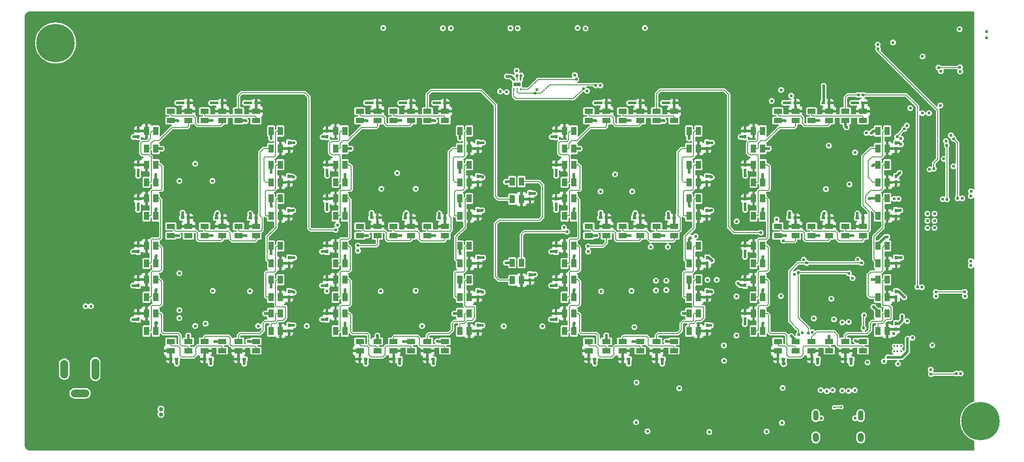
<source format=gbl>
G04 #@! TF.GenerationSoftware,KiCad,Pcbnew,7.0.9*
G04 #@! TF.CreationDate,2024-10-07T22:48:35-04:00*
G04 #@! TF.ProjectId,Digital Clock,44696769-7461-46c2-9043-6c6f636b2e6b,rev?*
G04 #@! TF.SameCoordinates,Original*
G04 #@! TF.FileFunction,Copper,L4,Bot*
G04 #@! TF.FilePolarity,Positive*
%FSLAX46Y46*%
G04 Gerber Fmt 4.6, Leading zero omitted, Abs format (unit mm)*
G04 Created by KiCad (PCBNEW 7.0.9) date 2024-10-07 22:48:35*
%MOMM*%
%LPD*%
G01*
G04 APERTURE LIST*
G04 #@! TA.AperFunction,ComponentPad*
%ADD10O,1.500000X4.100000*%
G04 #@! TD*
G04 #@! TA.AperFunction,ComponentPad*
%ADD11O,1.500000X3.600000*%
G04 #@! TD*
G04 #@! TA.AperFunction,ComponentPad*
%ADD12O,3.600000X1.500000*%
G04 #@! TD*
G04 #@! TA.AperFunction,ComponentPad*
%ADD13O,1.100000X2.000000*%
G04 #@! TD*
G04 #@! TA.AperFunction,ComponentPad*
%ADD14O,1.200000X1.800000*%
G04 #@! TD*
G04 #@! TA.AperFunction,ComponentPad*
%ADD15C,4.100000*%
G04 #@! TD*
G04 #@! TA.AperFunction,ConnectorPad*
%ADD16C,7.400000*%
G04 #@! TD*
G04 #@! TA.AperFunction,SMDPad,CuDef*
%ADD17R,1.000000X1.649600*%
G04 #@! TD*
G04 #@! TA.AperFunction,SMDPad,CuDef*
%ADD18R,0.540000X0.790000*%
G04 #@! TD*
G04 #@! TA.AperFunction,SMDPad,CuDef*
%ADD19R,1.649600X1.000000*%
G04 #@! TD*
G04 #@! TA.AperFunction,SMDPad,CuDef*
%ADD20R,0.790000X0.540000*%
G04 #@! TD*
G04 #@! TA.AperFunction,SMDPad,CuDef*
%ADD21R,0.570000X0.540000*%
G04 #@! TD*
G04 #@! TA.AperFunction,SMDPad,CuDef*
%ADD22R,0.250000X0.550000*%
G04 #@! TD*
G04 #@! TA.AperFunction,SMDPad,CuDef*
%ADD23R,1.350000X0.650000*%
G04 #@! TD*
G04 #@! TA.AperFunction,ViaPad*
%ADD24C,0.609600*%
G04 #@! TD*
G04 #@! TA.AperFunction,ViaPad*
%ADD25C,0.381000*%
G04 #@! TD*
G04 #@! TA.AperFunction,ViaPad*
%ADD26C,0.800000*%
G04 #@! TD*
G04 #@! TA.AperFunction,Conductor*
%ADD27C,0.508000*%
G04 #@! TD*
G04 #@! TA.AperFunction,Conductor*
%ADD28C,0.304800*%
G04 #@! TD*
G04 #@! TA.AperFunction,Conductor*
%ADD29C,0.152400*%
G04 #@! TD*
G04 APERTURE END LIST*
D10*
X64588000Y-129717800D03*
D11*
X58597800Y-129717800D03*
D12*
X61648000Y-134378400D03*
D13*
X203200000Y-138665000D03*
D14*
X203200000Y-142875000D03*
D13*
X211840000Y-138665000D03*
D14*
X211840000Y-142875000D03*
D15*
X56946800Y-66903600D03*
D16*
X56946800Y-66903600D03*
D15*
X234924600Y-139750800D03*
D16*
X234924600Y-139750800D03*
D17*
X74446200Y-105995800D03*
X76226200Y-105995800D03*
X76226200Y-109375400D03*
X74446200Y-109375400D03*
X180596200Y-109375400D03*
X178816200Y-109375400D03*
X178816200Y-105995800D03*
X180596200Y-105995800D03*
D18*
X138240200Y-108263600D03*
X138240200Y-109363600D03*
D17*
X191236600Y-90346000D03*
X193016600Y-90346000D03*
X193016600Y-93725600D03*
X191236600Y-93725600D03*
D19*
X166051000Y-126152200D03*
X166051000Y-124372200D03*
X169430600Y-124372200D03*
X169430600Y-126152200D03*
D20*
X210025000Y-127787400D03*
X208925000Y-127787400D03*
D19*
X92121000Y-126152200D03*
X92121000Y-124372200D03*
X95500600Y-124372200D03*
X95500600Y-126152200D03*
D21*
X212306200Y-76900000D03*
X211446200Y-76900000D03*
D18*
X218610200Y-99145000D03*
X218610200Y-100245000D03*
D20*
X87892800Y-78435200D03*
X88992800Y-78435200D03*
D18*
X109182600Y-84954200D03*
X109182600Y-83854200D03*
D20*
X80204400Y-127762000D03*
X79104400Y-127762000D03*
D18*
X148226200Y-111500000D03*
X148226200Y-112600000D03*
D20*
X173664600Y-127787400D03*
X172564600Y-127787400D03*
D18*
X138180600Y-92617200D03*
X138180600Y-93717200D03*
D17*
X191236600Y-118995800D03*
X193016600Y-118995800D03*
X193016600Y-122375400D03*
X191236600Y-122375400D03*
X100166200Y-93725600D03*
X98386200Y-93725600D03*
X98386200Y-90346000D03*
X100166200Y-90346000D03*
D20*
X168322800Y-100592800D03*
X169422800Y-100592800D03*
D18*
X182249800Y-92617200D03*
X182249800Y-93717200D03*
D19*
X121981800Y-126152200D03*
X121981800Y-124372200D03*
X125361400Y-124372200D03*
X125361400Y-126152200D03*
D17*
X154876200Y-90346000D03*
X156656200Y-90346000D03*
X156656200Y-93725600D03*
X154876200Y-93725600D03*
D18*
X101854000Y-114766000D03*
X101854000Y-115866000D03*
D17*
X110807000Y-112495800D03*
X112587000Y-112495800D03*
X112587000Y-115875400D03*
X110807000Y-115875400D03*
D20*
X124253600Y-78435200D03*
X125353600Y-78435200D03*
D17*
X110807000Y-118995800D03*
X112587000Y-118995800D03*
X112587000Y-122375400D03*
X110807000Y-122375400D03*
D19*
X95500600Y-102222400D03*
X95500600Y-104002400D03*
X92121000Y-104002400D03*
X92121000Y-102222400D03*
D20*
X117751200Y-100567400D03*
X118851200Y-100567400D03*
D22*
X145120600Y-73919000D03*
X145770600Y-73919000D03*
X146420600Y-73919000D03*
X146420600Y-75819000D03*
X145770600Y-75819000D03*
X145120600Y-75819000D03*
D23*
X145770600Y-74869000D03*
D20*
X160634400Y-127762000D03*
X159534400Y-127762000D03*
X203522600Y-127762000D03*
X202422600Y-127762000D03*
D19*
X212291000Y-102222400D03*
X212291000Y-104002400D03*
X208911400Y-104002400D03*
X208911400Y-102222400D03*
X205791000Y-80072600D03*
X205791000Y-81852600D03*
X202411400Y-81852600D03*
X202411400Y-80072600D03*
D20*
X93234600Y-127787400D03*
X92134600Y-127787400D03*
D18*
X189586800Y-97984400D03*
X189586800Y-96884400D03*
X109182600Y-113605400D03*
X109182600Y-112505400D03*
D17*
X180596200Y-93725600D03*
X178816200Y-93725600D03*
X178816200Y-90346000D03*
X180596200Y-90346000D03*
D18*
X189612200Y-113605400D03*
X189612200Y-112505400D03*
D19*
X205791000Y-102222400D03*
X205791000Y-104002400D03*
X202411400Y-104002400D03*
X202411400Y-102222400D03*
D18*
X218669800Y-108263600D03*
X218669800Y-109363600D03*
D17*
X191236600Y-112495800D03*
X193016600Y-112495800D03*
X193016600Y-115875400D03*
X191236600Y-115875400D03*
D18*
X72821800Y-84954200D03*
X72821800Y-83854200D03*
D19*
X159551000Y-126152200D03*
X159551000Y-124372200D03*
X162930600Y-124372200D03*
X162930600Y-126152200D03*
X202411400Y-126152200D03*
X202411400Y-124372200D03*
X205791000Y-124372200D03*
X205791000Y-126152200D03*
D17*
X100166200Y-122375400D03*
X98386200Y-122375400D03*
X98386200Y-118995800D03*
X100166200Y-118995800D03*
X216956600Y-93725600D03*
X215176600Y-93725600D03*
X215176600Y-90346000D03*
X216956600Y-90346000D03*
X191236600Y-105995800D03*
X193016600Y-105995800D03*
X193016600Y-109375400D03*
X191236600Y-109375400D03*
D20*
X168322800Y-78435200D03*
X169422800Y-78435200D03*
D17*
X74446200Y-96846000D03*
X76226200Y-96846000D03*
X76226200Y-100225600D03*
X74446200Y-100225600D03*
D19*
X85621000Y-126152200D03*
X85621000Y-124372200D03*
X89000600Y-124372200D03*
X89000600Y-126152200D03*
X79121000Y-126152200D03*
X79121000Y-124372200D03*
X82500600Y-124372200D03*
X82500600Y-126152200D03*
D20*
X211211000Y-78435200D03*
X212311000Y-78435200D03*
D18*
X72796400Y-97984400D03*
X72796400Y-96884400D03*
D19*
X162930600Y-102222400D03*
X162930600Y-104002400D03*
X159551000Y-104002400D03*
X159551000Y-102222400D03*
D17*
X136527000Y-122375400D03*
X134747000Y-122375400D03*
X134747000Y-118995800D03*
X136527000Y-118995800D03*
D18*
X218635600Y-86114800D03*
X218635600Y-87214800D03*
D17*
X100166200Y-115875400D03*
X98386200Y-115875400D03*
X98386200Y-112495800D03*
X100166200Y-112495800D03*
X110807000Y-90346000D03*
X112587000Y-90346000D03*
X112587000Y-93725600D03*
X110807000Y-93725600D03*
D18*
X138206000Y-86114800D03*
X138206000Y-87214800D03*
D17*
X136527000Y-115875400D03*
X134747000Y-115875400D03*
X134747000Y-112495800D03*
X136527000Y-112495800D03*
X110807000Y-83846000D03*
X112587000Y-83846000D03*
X112587000Y-87225600D03*
X110807000Y-87225600D03*
D19*
X89000600Y-80072600D03*
X89000600Y-81852600D03*
X85621000Y-81852600D03*
X85621000Y-80072600D03*
D18*
X153251800Y-113605400D03*
X153251800Y-112505400D03*
X189612200Y-107077600D03*
X189612200Y-105977600D03*
D20*
X117751200Y-78409800D03*
X118851200Y-78409800D03*
D17*
X180596200Y-115875400D03*
X178816200Y-115875400D03*
X178816200Y-112495800D03*
X180596200Y-112495800D03*
D19*
X175930600Y-102222400D03*
X175930600Y-104002400D03*
X172551000Y-104002400D03*
X172551000Y-102222400D03*
D20*
X94420600Y-78435200D03*
X95520600Y-78435200D03*
D19*
X115481800Y-126152200D03*
X115481800Y-124372200D03*
X118861400Y-124372200D03*
X118861400Y-126152200D03*
D17*
X216956600Y-109375400D03*
X215176600Y-109375400D03*
X215176600Y-105995800D03*
X216956600Y-105995800D03*
D18*
X101879400Y-108263600D03*
X101879400Y-109363600D03*
D17*
X100166200Y-87225600D03*
X98386200Y-87225600D03*
X98386200Y-83846000D03*
X100166200Y-83846000D03*
D18*
X109157200Y-97984400D03*
X109157200Y-96884400D03*
X189586800Y-120107800D03*
X189586800Y-119007800D03*
X101819800Y-92617200D03*
X101819800Y-93717200D03*
X72821800Y-91482000D03*
X72821800Y-90382000D03*
D17*
X191236600Y-96846000D03*
X193016600Y-96846000D03*
X193016600Y-100225600D03*
X191236600Y-100225600D03*
X100166200Y-100225600D03*
X98386200Y-100225600D03*
X98386200Y-96846000D03*
X100166200Y-96846000D03*
D19*
X169430600Y-80072600D03*
X169430600Y-81852600D03*
X166051000Y-81852600D03*
X166051000Y-80072600D03*
D18*
X189612200Y-91482000D03*
X189612200Y-90382000D03*
D17*
X191236600Y-83846000D03*
X193016600Y-83846000D03*
X193016600Y-87225600D03*
X191236600Y-87225600D03*
D20*
X211211000Y-100592800D03*
X212311000Y-100592800D03*
D17*
X74446200Y-90346000D03*
X76226200Y-90346000D03*
X76226200Y-93725600D03*
X74446200Y-93725600D03*
D19*
X208911400Y-126152200D03*
X208911400Y-124372200D03*
X212291000Y-124372200D03*
X212291000Y-126152200D03*
D18*
X101819800Y-99145000D03*
X101819800Y-100245000D03*
D17*
X110807000Y-105995800D03*
X112587000Y-105995800D03*
X112587000Y-109375400D03*
X110807000Y-109375400D03*
D19*
X82500600Y-80072600D03*
X82500600Y-81852600D03*
X79121000Y-81852600D03*
X79121000Y-80072600D03*
D17*
X154876200Y-83846000D03*
X156656200Y-83846000D03*
X156656200Y-87225600D03*
X154876200Y-87225600D03*
D20*
X161820400Y-100567400D03*
X162920400Y-100567400D03*
D17*
X216956600Y-100225600D03*
X215176600Y-100225600D03*
X215176600Y-96846000D03*
X216956600Y-96846000D03*
D20*
X167162200Y-127762000D03*
X166062200Y-127762000D03*
D18*
X182284000Y-121293800D03*
X182284000Y-122393800D03*
D17*
X180596200Y-87225600D03*
X178816200Y-87225600D03*
X178816200Y-83846000D03*
X180596200Y-83846000D03*
X136527000Y-87225600D03*
X134747000Y-87225600D03*
X134747000Y-83846000D03*
X136527000Y-83846000D03*
X154876200Y-105995800D03*
X156656200Y-105995800D03*
X156656200Y-109375400D03*
X154876200Y-109375400D03*
D19*
X162930600Y-80072600D03*
X162930600Y-81852600D03*
X159551000Y-81852600D03*
X159551000Y-80072600D03*
D18*
X153226400Y-97984400D03*
X153226400Y-96884400D03*
D17*
X136527000Y-93725600D03*
X134747000Y-93725600D03*
X134747000Y-90346000D03*
X136527000Y-90346000D03*
D19*
X131861400Y-102222400D03*
X131861400Y-104002400D03*
X128481800Y-104002400D03*
X128481800Y-102222400D03*
D20*
X94420600Y-100592800D03*
X95520600Y-100592800D03*
D18*
X182309400Y-108263600D03*
X182309400Y-109363600D03*
X182249800Y-99145000D03*
X182249800Y-100245000D03*
D20*
X124253600Y-100592800D03*
X125353600Y-100592800D03*
D18*
X109182600Y-107077600D03*
X109182600Y-105977600D03*
D19*
X212291000Y-80072600D03*
X212291000Y-81852600D03*
X208911400Y-81852600D03*
X208911400Y-80072600D03*
D17*
X146576200Y-112599800D03*
X144796200Y-112599800D03*
X144796200Y-109220200D03*
X146576200Y-109220200D03*
D19*
X118861400Y-80072600D03*
X118861400Y-81852600D03*
X115481800Y-81852600D03*
X115481800Y-80072600D03*
X199291000Y-80072600D03*
X199291000Y-81852600D03*
X195911400Y-81852600D03*
X195911400Y-80072600D03*
D17*
X146576200Y-96975100D03*
X144796200Y-96975100D03*
X144796200Y-93595500D03*
X146576200Y-93595500D03*
X110807000Y-96846000D03*
X112587000Y-96846000D03*
X112587000Y-100225600D03*
X110807000Y-100225600D03*
D20*
X123093000Y-127762000D03*
X121993000Y-127762000D03*
D18*
X101854000Y-121293800D03*
X101854000Y-122393800D03*
D20*
X174850600Y-100592800D03*
X175950600Y-100592800D03*
D19*
X118861400Y-102222400D03*
X118861400Y-104002400D03*
X115481800Y-104002400D03*
X115481800Y-102222400D03*
D17*
X180596200Y-100225600D03*
X178816200Y-100225600D03*
X178816200Y-96846000D03*
X180596200Y-96846000D03*
D20*
X198180800Y-100567400D03*
X199280800Y-100567400D03*
D17*
X100166200Y-109375400D03*
X98386200Y-109375400D03*
X98386200Y-105995800D03*
X100166200Y-105995800D03*
D19*
X199291000Y-102222400D03*
X199291000Y-104002400D03*
X195911400Y-104002400D03*
X195911400Y-102222400D03*
D18*
X148226200Y-95870000D03*
X148226200Y-96970000D03*
X72821800Y-107077600D03*
X72821800Y-105977600D03*
D19*
X89000600Y-102222400D03*
X89000600Y-104002400D03*
X85621000Y-104002400D03*
X85621000Y-102222400D03*
D20*
X204683200Y-78435200D03*
X205783200Y-78435200D03*
X116565200Y-127762000D03*
X115465200Y-127762000D03*
D18*
X138214800Y-121293800D03*
X138214800Y-122393800D03*
X138180600Y-99145000D03*
X138180600Y-100245000D03*
X153226400Y-120107800D03*
X153226400Y-119007800D03*
D17*
X136527000Y-109375400D03*
X134747000Y-109375400D03*
X134747000Y-105995800D03*
X136527000Y-105995800D03*
X180596200Y-122375400D03*
X178816200Y-122375400D03*
X178816200Y-118995800D03*
X180596200Y-118995800D03*
D20*
X198180800Y-78409800D03*
X199280800Y-78409800D03*
D18*
X218617800Y-120938200D03*
X218617800Y-122038200D03*
X153251800Y-91482000D03*
X153251800Y-90382000D03*
X182284000Y-114766000D03*
X182284000Y-115866000D03*
D19*
X95500600Y-80072600D03*
X95500600Y-81852600D03*
X92121000Y-81852600D03*
X92121000Y-80072600D03*
D18*
X72796400Y-120107800D03*
X72796400Y-119007800D03*
X153251800Y-84954200D03*
X153251800Y-83854200D03*
X153251800Y-107077600D03*
X153251800Y-105977600D03*
D19*
X195911400Y-126152200D03*
X195911400Y-124372200D03*
X199291000Y-124372200D03*
X199291000Y-126152200D03*
D20*
X86732200Y-127762000D03*
X85632200Y-127762000D03*
D17*
X216956600Y-87225600D03*
X215176600Y-87225600D03*
X215176600Y-83846000D03*
X216956600Y-83846000D03*
X154876200Y-96846000D03*
X156656200Y-96846000D03*
X156656200Y-100225600D03*
X154876200Y-100225600D03*
X216956600Y-122375400D03*
X215176600Y-122375400D03*
X215176600Y-118995800D03*
X216956600Y-118995800D03*
D19*
X169430600Y-102222400D03*
X169430600Y-104002400D03*
X166051000Y-104002400D03*
X166051000Y-102222400D03*
X175930600Y-80072600D03*
X175930600Y-81852600D03*
X172551000Y-81852600D03*
X172551000Y-80072600D03*
D20*
X161820400Y-78409800D03*
X162920400Y-78409800D03*
X204683200Y-100592800D03*
X205783200Y-100592800D03*
D18*
X101845200Y-86114800D03*
X101845200Y-87214800D03*
D20*
X87892800Y-100592800D03*
X88992800Y-100592800D03*
D18*
X72821800Y-113605400D03*
X72821800Y-112505400D03*
D19*
X125361400Y-102222400D03*
X125361400Y-104002400D03*
X121981800Y-104002400D03*
X121981800Y-102222400D03*
D20*
X174850600Y-78435200D03*
X175950600Y-78435200D03*
X81390400Y-100567400D03*
X82490400Y-100567400D03*
D19*
X82500600Y-102222400D03*
X82500600Y-104002400D03*
X79121000Y-104002400D03*
X79121000Y-102222400D03*
X125361400Y-80072600D03*
X125361400Y-81852600D03*
X121981800Y-81852600D03*
X121981800Y-80072600D03*
D17*
X216956600Y-115875400D03*
X215176600Y-115875400D03*
X215176600Y-112495800D03*
X216956600Y-112495800D03*
D18*
X138214800Y-114766000D03*
X138214800Y-115866000D03*
D17*
X154876200Y-118995800D03*
X156656200Y-118995800D03*
X156656200Y-122375400D03*
X154876200Y-122375400D03*
D18*
X189612200Y-84954200D03*
X189612200Y-83854200D03*
D17*
X74446200Y-83846000D03*
X76226200Y-83846000D03*
X76226200Y-87225600D03*
X74446200Y-87225600D03*
X154876200Y-112495800D03*
X156656200Y-112495800D03*
X156656200Y-115875400D03*
X154876200Y-115875400D03*
D18*
X218610200Y-92617200D03*
X218610200Y-93717200D03*
D17*
X74446200Y-112495800D03*
X76226200Y-112495800D03*
X76226200Y-115875400D03*
X74446200Y-115875400D03*
X136527000Y-100225600D03*
X134747000Y-100225600D03*
X134747000Y-96846000D03*
X136527000Y-96846000D03*
D18*
X182275200Y-86114800D03*
X182275200Y-87214800D03*
D20*
X130781400Y-100592800D03*
X131881400Y-100592800D03*
D19*
X172551000Y-126152200D03*
X172551000Y-124372200D03*
X175930600Y-124372200D03*
X175930600Y-126152200D03*
X131861400Y-80072600D03*
X131861400Y-81852600D03*
X128481800Y-81852600D03*
X128481800Y-80072600D03*
D18*
X109182600Y-91482000D03*
X109182600Y-90382000D03*
D20*
X81390400Y-78409800D03*
X82490400Y-78409800D03*
D19*
X128481800Y-126152200D03*
X128481800Y-124372200D03*
X131861400Y-124372200D03*
X131861400Y-126152200D03*
D20*
X129595400Y-127787400D03*
X128495400Y-127787400D03*
D18*
X218644400Y-114766000D03*
X218644400Y-115866000D03*
D20*
X196994800Y-127762000D03*
X195894800Y-127762000D03*
X130781400Y-78435200D03*
X131881400Y-78435200D03*
D17*
X74446200Y-118995800D03*
X76226200Y-118995800D03*
X76226200Y-122375400D03*
X74446200Y-122375400D03*
D18*
X109157200Y-120107800D03*
X109157200Y-119007800D03*
D24*
X160922600Y-81915000D03*
X219012000Y-128696600D03*
X224688400Y-102514400D03*
X174445387Y-114485195D03*
X170840400Y-141681200D03*
X210769200Y-87985600D03*
X216966800Y-104241600D03*
X183224885Y-108836993D03*
X131470400Y-64058800D03*
X205333600Y-133959600D03*
X72821800Y-99034600D03*
X194158800Y-87249000D03*
X174841800Y-99729200D03*
X123152600Y-128676400D03*
X209550000Y-120624600D03*
X167450400Y-81864200D03*
X116701000Y-78435200D03*
X146532600Y-73177400D03*
X219354400Y-91897200D03*
X119481600Y-114706400D03*
X226314000Y-115671103D03*
D25*
X218924000Y-126246400D03*
D24*
X71856600Y-113639600D03*
X102683400Y-99136200D03*
X168300400Y-121615200D03*
X231394000Y-96824800D03*
X102810400Y-86106000D03*
X167475800Y-104013000D03*
X224688400Y-101142800D03*
X173978200Y-81940400D03*
X198475600Y-123342400D03*
X193092000Y-98831400D03*
X98425000Y-107467400D03*
X127457200Y-121412000D03*
X126238000Y-114604800D03*
X152261200Y-120142000D03*
X87553800Y-124383800D03*
X203810800Y-81864200D03*
X143586200Y-93660000D03*
X189612200Y-99034600D03*
X87020400Y-81864200D03*
X97282000Y-119024400D03*
X185572400Y-128117600D03*
X139078400Y-121285000D03*
X116955000Y-104038400D03*
X143606200Y-109240000D03*
X72847200Y-92481400D03*
X219125800Y-96917000D03*
X205155800Y-95046800D03*
X130366200Y-124358400D03*
X80594200Y-104038400D03*
X178829600Y-85318600D03*
X172466000Y-114554000D03*
X149086200Y-95920000D03*
X98450400Y-98348800D03*
X161899600Y-114757200D03*
X156706200Y-120878600D03*
X87045800Y-104013000D03*
X149166200Y-111480000D03*
X123381200Y-81864200D03*
X71831200Y-120142000D03*
X194716400Y-78079600D03*
X126238000Y-94996000D03*
X203555600Y-128600200D03*
X160770200Y-78435200D03*
X197358000Y-103987600D03*
D25*
X145491200Y-74879200D03*
D24*
X200637493Y-122752266D03*
X220243400Y-115899700D03*
X209524600Y-133908800D03*
X171450000Y-106172000D03*
X210338600Y-104038400D03*
X83820000Y-121412000D03*
X122682000Y-91948000D03*
X206476600Y-133756400D03*
X158902400Y-64109600D03*
X134785800Y-107467400D03*
X168656000Y-139954000D03*
X220803600Y-120455200D03*
X168491800Y-99678400D03*
X205714600Y-86664800D03*
X142494000Y-76225400D03*
X196697600Y-140055600D03*
X80772000Y-93472000D03*
X149540002Y-75868862D03*
X168706800Y-132283200D03*
X226060000Y-101142800D03*
X76276200Y-114427000D03*
X227177600Y-78943200D03*
X145846800Y-64058800D03*
X231004258Y-72386696D03*
X76301600Y-98831400D03*
X119634000Y-94996000D03*
X81381600Y-99602200D03*
X156706200Y-107924600D03*
X173978200Y-104038400D03*
X223621600Y-113944400D03*
X134760400Y-85318600D03*
X183134000Y-114808000D03*
X210845400Y-124206000D03*
X156832801Y-73105041D03*
X193065400Y-108051600D03*
X198475600Y-77063600D03*
X82473800Y-123240800D03*
X134811200Y-98348800D03*
X183164200Y-92786200D03*
X123914600Y-124383800D03*
X179070000Y-104394000D03*
X134735000Y-113919000D03*
X224688400Y-99771200D03*
X98374200Y-113919000D03*
X208305400Y-120726200D03*
X211302600Y-108610400D03*
X218313000Y-96901000D03*
X219811600Y-119532400D03*
X109118400Y-114706400D03*
X93548200Y-104038400D03*
X189560200Y-121056400D03*
X212953600Y-84226400D03*
X221386400Y-79451200D03*
X213436200Y-96926400D03*
X206197200Y-116154200D03*
X227812600Y-89230200D03*
X210032600Y-128676400D03*
X98399600Y-85318600D03*
X183015800Y-121293800D03*
X86868000Y-78460600D03*
X93243400Y-128676400D03*
X229203219Y-84715312D03*
X139205400Y-108254800D03*
D25*
X219635200Y-126246400D03*
D24*
X116853400Y-81915000D03*
X111179626Y-101965477D03*
X112637000Y-107924600D03*
X80772000Y-118364000D03*
X98399600Y-91846400D03*
X159187804Y-76117726D03*
X157378400Y-64008000D03*
X193040000Y-120878600D03*
X233019600Y-96367600D03*
X225104743Y-91258716D03*
X112637000Y-120878600D03*
X174752000Y-106172000D03*
X188264800Y-113157000D03*
X221818200Y-123672600D03*
X123406600Y-104013000D03*
X102844600Y-108254800D03*
X88061800Y-99678400D03*
X193751200Y-141732000D03*
X108217400Y-107086400D03*
D26*
X77216000Y-138430000D03*
D24*
X182727600Y-141833600D03*
X180086000Y-104140000D03*
X219473800Y-99136200D03*
X80340200Y-78435200D03*
X193015800Y-92227400D03*
X83820000Y-90170000D03*
D26*
X76276200Y-120878600D03*
D24*
X210718400Y-133781800D03*
X210769200Y-139166600D03*
X178816000Y-114046000D03*
X185521600Y-125171200D03*
X187985400Y-101269800D03*
X223723200Y-80416400D03*
X167983800Y-124383800D03*
X159412371Y-107072572D03*
X224993200Y-80416400D03*
X154760316Y-102436272D03*
X213868000Y-84251800D03*
X80492600Y-81915000D03*
X152388200Y-84988400D03*
X198172000Y-99602200D03*
X230854100Y-64236600D03*
X167298000Y-78460600D03*
D25*
X146100801Y-74879200D03*
D24*
X76276200Y-107924600D03*
X139095000Y-92786200D03*
X124422600Y-99678400D03*
X219635000Y-108254800D03*
X173673400Y-128676400D03*
X152286600Y-113639600D03*
X219596218Y-85300824D03*
X209677000Y-94107000D03*
X228263258Y-85812750D03*
X119989600Y-64008000D03*
X144475200Y-64058800D03*
X214122000Y-90525600D03*
X117742400Y-99602200D03*
X160694000Y-128651000D03*
X197283000Y-81915000D03*
X187960000Y-115697000D03*
X93395800Y-78435200D03*
X223748600Y-69494400D03*
X233019600Y-108915200D03*
X218059000Y-66802000D03*
X112586200Y-92227400D03*
X115097996Y-106902633D03*
X196545200Y-75946000D03*
X87172800Y-114655600D03*
X108192000Y-120142000D03*
X189637600Y-92481400D03*
X129604200Y-128676400D03*
X87122000Y-93472000D03*
X205765400Y-123367800D03*
X129909000Y-104038400D03*
X231063303Y-130556000D03*
X215130926Y-67210961D03*
X211202200Y-99729200D03*
D25*
X219635200Y-125255800D03*
D24*
X105257600Y-121412000D03*
D25*
X218263600Y-125281200D03*
D24*
X189585600Y-108077000D03*
X156731600Y-98831400D03*
X123228800Y-78460600D03*
X197130600Y-78435200D03*
X202819000Y-119938800D03*
X174447200Y-112674400D03*
X161747200Y-75082400D03*
D25*
X218924000Y-125255800D03*
D24*
X71856600Y-107086400D03*
X145643600Y-72263000D03*
X227247726Y-72319804D03*
X161024200Y-104038400D03*
X129909000Y-81940400D03*
X213156800Y-128422400D03*
X178829600Y-91846400D03*
X102734200Y-92786200D03*
X113729200Y-87249000D03*
X94411800Y-99729200D03*
X226060000Y-102514400D03*
X71958200Y-84988400D03*
X218220005Y-122924348D03*
X76225400Y-92227400D03*
X204724000Y-75133200D03*
X134760400Y-91846400D03*
X176936400Y-133400800D03*
X233070400Y-95453200D03*
X139044200Y-99136200D03*
X182372000Y-112522000D03*
X129756600Y-78435200D03*
X152286600Y-107086400D03*
X139129200Y-114935000D03*
X208305400Y-133858000D03*
X204852200Y-99678400D03*
D26*
X77216000Y-137414000D03*
D24*
X156706200Y-114427000D03*
X206705700Y-120116600D03*
X202569101Y-122600946D03*
X139171200Y-86106000D03*
X220716705Y-82823207D03*
X210268758Y-112199571D03*
X173825800Y-78435200D03*
X214299800Y-117729000D03*
X102768400Y-114935000D03*
X233019600Y-109778800D03*
X161811600Y-99602200D03*
X130772600Y-99729200D03*
X156655400Y-92227400D03*
X167221800Y-128676400D03*
X225323400Y-129794000D03*
X225629600Y-125128800D03*
X109208000Y-92481400D03*
X86791800Y-128676400D03*
X143738600Y-76352400D03*
X93548200Y-81940400D03*
X153277200Y-92481400D03*
D25*
X218263600Y-126271800D03*
D26*
X197054400Y-128651000D03*
D24*
X108217400Y-113639600D03*
X170332400Y-64008000D03*
X204266800Y-139192000D03*
X116624800Y-128651000D03*
X112662400Y-98831400D03*
X183240400Y-86106000D03*
X94005400Y-124358400D03*
X161798000Y-95504000D03*
X229692200Y-90652600D03*
X80264000Y-128651000D03*
X85801200Y-120954800D03*
X157798400Y-87249000D03*
X188748600Y-84988400D03*
X184150000Y-112522000D03*
X214071200Y-112445800D03*
X195681600Y-100888800D03*
X196494400Y-115646200D03*
X109182600Y-99034600D03*
X183113400Y-99136200D03*
X132994400Y-64058800D03*
X193065400Y-114427000D03*
X200889100Y-108653388D03*
X227634800Y-96977200D03*
X95910400Y-121412000D03*
X204139800Y-133781800D03*
X167894000Y-95504000D03*
X108319000Y-84988400D03*
X209143600Y-83159600D03*
X187960000Y-123240800D03*
X210186200Y-78435200D03*
X62738000Y-117602000D03*
X203836200Y-104013000D03*
X172466000Y-112674400D03*
X63754000Y-117602000D03*
X162903800Y-123240800D03*
X153251800Y-99034600D03*
X77368400Y-87249000D03*
X94335600Y-114706400D03*
X167741600Y-114655600D03*
X199107707Y-111435734D03*
X219557600Y-86410800D03*
X102717600Y-121285000D03*
X118834600Y-123240800D03*
X178880400Y-98348800D03*
X80772000Y-119888000D03*
X174435400Y-124358400D03*
X196850000Y-133350000D03*
X112637000Y-114427000D03*
X150622000Y-121462800D03*
X216333200Y-128202200D03*
X177749200Y-118995800D03*
X164592000Y-92202000D03*
X143154400Y-121462800D03*
X231913501Y-115668710D03*
X133642800Y-119024400D03*
X226060000Y-99771200D03*
X80772000Y-111252000D03*
X220854400Y-123858800D03*
X217090000Y-127435000D03*
X201472800Y-109270800D03*
X199898000Y-123088400D03*
X211988400Y-109245900D03*
X215188800Y-68021200D03*
X225907600Y-91135200D03*
X209575400Y-111277400D03*
X199847200Y-111099600D03*
X201777600Y-122783600D03*
X192616200Y-103410000D03*
X196951600Y-104995500D03*
X155346200Y-103250000D03*
X159396200Y-106070000D03*
X110816200Y-102900000D03*
X115086200Y-105900000D03*
D25*
X208127600Y-137007600D03*
X206756000Y-137083800D03*
D24*
X222758000Y-113893600D03*
X225348800Y-130708400D03*
X230251000Y-130556000D03*
X212496400Y-119329200D03*
X212394800Y-121818400D03*
X157124400Y-73863200D03*
X218846400Y-84988400D03*
X230479600Y-96824800D03*
X229717600Y-85344000D03*
X220218000Y-83464400D03*
X228396800Y-86614000D03*
X228447600Y-97028000D03*
X230936800Y-71577200D03*
X226822000Y-71628000D03*
X158496000Y-75692000D03*
X145720720Y-73151210D03*
X231851200Y-114858800D03*
X226314000Y-114858800D03*
X236035700Y-64719200D03*
X236061100Y-65938400D03*
X160020000Y-118110000D03*
X84836000Y-96266000D03*
X173482000Y-113284000D03*
X165862000Y-97536000D03*
X163830000Y-94234000D03*
X193040000Y-137160000D03*
X84836000Y-94488000D03*
X202895200Y-117322600D03*
X149860000Y-118110000D03*
X82042000Y-120396000D03*
X121920000Y-95758000D03*
X172720000Y-132080000D03*
X173482000Y-116332000D03*
X173482000Y-115316000D03*
X95250000Y-118110000D03*
X187960000Y-137160000D03*
X87630000Y-118110000D03*
X92710000Y-118110000D03*
X173482000Y-112268000D03*
X84836000Y-92964000D03*
X121920000Y-97536000D03*
X165862000Y-95758000D03*
X173482000Y-114300000D03*
X143510000Y-118110000D03*
X85090000Y-118110000D03*
X118110000Y-118110000D03*
X172720000Y-137160000D03*
X182880000Y-137160000D03*
X90170000Y-118110000D03*
X82804000Y-92964000D03*
X173482000Y-119380000D03*
X121920000Y-94234000D03*
X82042000Y-118364000D03*
X172720000Y-121920000D03*
X171450000Y-118110000D03*
X177800000Y-137160000D03*
X124460000Y-118110000D03*
X105410000Y-118110000D03*
X82804000Y-94488000D03*
X123952000Y-97536000D03*
X203454000Y-92887800D03*
X123952000Y-94234000D03*
X130810000Y-118110000D03*
X82042000Y-119380000D03*
X166370000Y-118110000D03*
X173482000Y-117348000D03*
X163830000Y-97536000D03*
X165862000Y-94234000D03*
X202361800Y-117830600D03*
X173482000Y-118364000D03*
X82804000Y-96266000D03*
X163830000Y-95758000D03*
X123952000Y-95758000D03*
X143764000Y-73329800D03*
X160883600Y-75082400D03*
X149199600Y-76606400D03*
D27*
X139129200Y-114935000D02*
X138960200Y-114766000D01*
X188748600Y-84988400D02*
X189578000Y-84988400D01*
X134747000Y-118995800D02*
X133671400Y-118995800D01*
X116565200Y-127762000D02*
X116565200Y-128591400D01*
X156656200Y-87225600D02*
X157775000Y-87225600D01*
X160634400Y-127762000D02*
X160634400Y-128591400D01*
X80558200Y-104002400D02*
X80594200Y-104038400D01*
X85621000Y-81852600D02*
X87008800Y-81852600D01*
X156656200Y-98906800D02*
X156731600Y-98831400D01*
X205791000Y-124372200D02*
X205791000Y-123393400D01*
X195911400Y-81852600D02*
X197220600Y-81852600D01*
X124253600Y-99847400D02*
X124253600Y-100592800D01*
X88061800Y-99678400D02*
X87892800Y-99847400D01*
X160795600Y-78409800D02*
X160770200Y-78435200D01*
X215176600Y-112495800D02*
X214121200Y-112495800D01*
X134747000Y-112495800D02*
X134747000Y-113907000D01*
X143650700Y-93595500D02*
X143586200Y-93660000D01*
X152295400Y-107077600D02*
X152286600Y-107086400D01*
X193016600Y-122375400D02*
X193016600Y-120902000D01*
X109182600Y-91482000D02*
X109182600Y-92456000D01*
X188713200Y-113605400D02*
X188264800Y-113157000D01*
X182995200Y-92617200D02*
X182249800Y-92617200D01*
X101854000Y-86106000D02*
X101845200Y-86114800D01*
X167465200Y-104002400D02*
X167475800Y-104013000D01*
X211211000Y-100592800D02*
X211211000Y-99738000D01*
X72787600Y-84988400D02*
X72821800Y-84954200D01*
X216606000Y-104241600D02*
X216966800Y-104241600D01*
X208911400Y-104002400D02*
X210302600Y-104002400D01*
X172551000Y-104002400D02*
X173942200Y-104002400D01*
X97310600Y-118995800D02*
X97282000Y-119024400D01*
X98386200Y-96846000D02*
X98386200Y-98284600D01*
X109157200Y-97984400D02*
X109157200Y-99009200D01*
X218644400Y-114766000D02*
X219109700Y-114766000D01*
X92121000Y-81852600D02*
X93460400Y-81852600D01*
X156656200Y-92228200D02*
X156655400Y-92227400D01*
X219109700Y-114766000D02*
X220243400Y-115899700D01*
X102810400Y-86106000D02*
X101854000Y-86106000D01*
X219635000Y-108254800D02*
X218678600Y-108254800D01*
X112587000Y-92228200D02*
X112586200Y-92227400D01*
X128481800Y-104002400D02*
X129873000Y-104002400D01*
X71856600Y-113639600D02*
X72787600Y-113639600D01*
X76226200Y-115875400D02*
X76226200Y-114477000D01*
X87035200Y-104002400D02*
X87045800Y-104013000D01*
X214273800Y-83846000D02*
X215176600Y-83846000D01*
X112587000Y-107974600D02*
X112637000Y-107924600D01*
X169430600Y-124372200D02*
X167995400Y-124372200D01*
X76226200Y-92228200D02*
X76225400Y-92227400D01*
X173673400Y-128676400D02*
X173673400Y-127796200D01*
X98386200Y-90346000D02*
X98386200Y-91833000D01*
X72787600Y-113639600D02*
X72821800Y-113605400D01*
X195911400Y-104002400D02*
X197343200Y-104002400D01*
X167995400Y-124372200D02*
X167983800Y-124383800D01*
X182309400Y-108263600D02*
X182651492Y-108263600D01*
X76226200Y-93725600D02*
X76226200Y-92228200D01*
X161811600Y-100558600D02*
X161820400Y-100567400D01*
X123152600Y-127821600D02*
X123093000Y-127762000D01*
X102708800Y-121293800D02*
X102717600Y-121285000D01*
X153192200Y-120142000D02*
X153226400Y-120107800D01*
X115481800Y-81852600D02*
X116791000Y-81852600D01*
X218678600Y-108254800D02*
X218669800Y-108263600D01*
X149146200Y-111500000D02*
X149166200Y-111480000D01*
X156656200Y-93725600D02*
X156656200Y-92228200D01*
X167438800Y-81852600D02*
X167450400Y-81864200D01*
X115481800Y-104002400D02*
X116919000Y-104002400D01*
X117751200Y-78409800D02*
X116726400Y-78409800D01*
X72821800Y-91482000D02*
X72821800Y-92456000D01*
X178816200Y-105995800D02*
X178816200Y-104647800D01*
X98386200Y-113907000D02*
X98374200Y-113919000D01*
X178816200Y-85305200D02*
X178829600Y-85318600D01*
X211011600Y-124372200D02*
X210845400Y-124206000D01*
X121981800Y-104002400D02*
X123396000Y-104002400D01*
X197220600Y-81852600D02*
X197283000Y-81915000D01*
X109157200Y-99009200D02*
X109182600Y-99034600D01*
X215176600Y-105995800D02*
X215176600Y-105671000D01*
X197156000Y-78409800D02*
X197130600Y-78435200D01*
X189578000Y-84988400D02*
X189612200Y-84954200D01*
X139171200Y-86106000D02*
X138214800Y-86106000D01*
X162930600Y-124372200D02*
X162930600Y-123267600D01*
X178816200Y-104647800D02*
X179070000Y-104394000D01*
X101888200Y-108254800D02*
X101879400Y-108263600D01*
X159551000Y-81852600D02*
X160860200Y-81852600D01*
X139069600Y-121293800D02*
X139078400Y-121285000D01*
X211211000Y-99738000D02*
X211202200Y-99729200D01*
X125361400Y-124372200D02*
X123926200Y-124372200D01*
X193016600Y-98906800D02*
X193092000Y-98831400D01*
X79121000Y-104002400D02*
X80558200Y-104002400D01*
X102599400Y-114766000D02*
X101854000Y-114766000D01*
X178816200Y-98284600D02*
X178880400Y-98348800D01*
X85621000Y-104002400D02*
X87035200Y-104002400D01*
X208911400Y-82927400D02*
X209143600Y-83159600D01*
X138214800Y-86106000D02*
X138206000Y-86114800D01*
X215176600Y-105671000D02*
X216606000Y-104241600D01*
X182651492Y-108263600D02*
X183224885Y-108836993D01*
X196994800Y-127762000D02*
X196994800Y-128591400D01*
X189586800Y-120107800D02*
X189586800Y-121029800D01*
X113705800Y-87225600D02*
X113729200Y-87249000D01*
X134747000Y-83846000D02*
X134747000Y-85305200D01*
X215176600Y-118605800D02*
X214299800Y-117729000D01*
X178816200Y-112495800D02*
X178816200Y-114045800D01*
X168322800Y-78435200D02*
X167323400Y-78435200D01*
X101854000Y-121293800D02*
X102708800Y-121293800D01*
X77345000Y-87225600D02*
X77368400Y-87249000D01*
D28*
X146420600Y-73289400D02*
X146420600Y-73919000D01*
D27*
X213516600Y-96846000D02*
X213436200Y-96926400D01*
X87565400Y-124372200D02*
X87553800Y-124383800D01*
X76226200Y-122375400D02*
X76226200Y-120928600D01*
X178816200Y-90346000D02*
X178816200Y-91833000D01*
X144796200Y-109220200D02*
X143626000Y-109220200D01*
X112587000Y-122375400D02*
X112587000Y-120928600D01*
X193016600Y-92228200D02*
X193015800Y-92227400D01*
X183240400Y-86106000D02*
X182284000Y-86106000D01*
X80204400Y-128591400D02*
X80264000Y-128651000D01*
X98386200Y-118995800D02*
X97310600Y-118995800D01*
X213868000Y-84251800D02*
X214273800Y-83846000D01*
X138960200Y-114766000D02*
X138214800Y-114766000D01*
X167221800Y-128676400D02*
X167221800Y-127821600D01*
X117742400Y-100558600D02*
X117751200Y-100567400D01*
X152388200Y-84988400D02*
X153217600Y-84988400D01*
X102734200Y-92786200D02*
X102565200Y-92617200D01*
X174850600Y-99738000D02*
X174841800Y-99729200D01*
X112587000Y-93725600D02*
X112587000Y-92228200D01*
X174449200Y-124372200D02*
X174435400Y-124358400D01*
X193016600Y-93725600D02*
X193016600Y-92228200D01*
X76226200Y-87225600D02*
X77345000Y-87225600D01*
X156656200Y-109375400D02*
X156656200Y-107974600D01*
X80365600Y-78409800D02*
X80340200Y-78435200D01*
X79121000Y-81852600D02*
X80430200Y-81852600D01*
X93460400Y-81852600D02*
X93548200Y-81940400D01*
X218617800Y-120938200D02*
X219193200Y-120938200D01*
X129873000Y-104002400D02*
X129909000Y-104038400D01*
X219811600Y-120319800D02*
X219811600Y-119532400D01*
X138180600Y-99145000D02*
X139035400Y-99145000D01*
X189612200Y-113605400D02*
X188713200Y-113605400D01*
X160634400Y-128591400D02*
X160694000Y-128651000D01*
X101819800Y-99145000D02*
X102674600Y-99145000D01*
X134747000Y-96846000D02*
X134747000Y-98284600D01*
X76226200Y-107974600D02*
X76276200Y-107924600D01*
X153251800Y-92456000D02*
X153277200Y-92481400D01*
X157775000Y-87225600D02*
X157798400Y-87249000D01*
X116726400Y-78409800D02*
X116701000Y-78435200D01*
X130781400Y-78435200D02*
X129756600Y-78435200D01*
X93512200Y-104002400D02*
X93548200Y-104038400D01*
X193016600Y-87225600D02*
X194135400Y-87225600D01*
X76226200Y-109375400D02*
X76226200Y-107974600D01*
X98386200Y-91833000D02*
X98399600Y-91846400D01*
X215176600Y-96846000D02*
X213516600Y-96846000D01*
X178816200Y-91833000D02*
X178829600Y-91846400D01*
X138926000Y-92617200D02*
X138180600Y-92617200D01*
X112587000Y-120928600D02*
X112637000Y-120878600D01*
X173942200Y-104002400D02*
X173978200Y-104038400D01*
X218610200Y-92617200D02*
X218634400Y-92617200D01*
X98386200Y-98284600D02*
X98450400Y-98348800D01*
X198475600Y-123342400D02*
X199291000Y-124157800D01*
X175930600Y-124372200D02*
X174449200Y-124372200D01*
X93243400Y-128676400D02*
X93243400Y-127796200D01*
X80204400Y-127762000D02*
X80204400Y-128591400D01*
X118861400Y-123267600D02*
X118834600Y-123240800D01*
X89000600Y-124372200D02*
X87565400Y-124372200D01*
X123396000Y-104002400D02*
X123406600Y-104013000D01*
X130781400Y-99738000D02*
X130772600Y-99729200D01*
X76226200Y-98906800D02*
X76301600Y-98831400D01*
X197343200Y-104002400D02*
X197358000Y-103987600D01*
X118861400Y-124372200D02*
X118861400Y-123267600D01*
X134747000Y-107428600D02*
X134785800Y-107467400D01*
X204852200Y-99678400D02*
X204683200Y-99847400D01*
X210302600Y-104002400D02*
X210338600Y-104038400D01*
X198172000Y-100558600D02*
X198180800Y-100567400D01*
X112587000Y-87225600D02*
X113705800Y-87225600D01*
X94420600Y-99738000D02*
X94411800Y-99729200D01*
X182249800Y-99145000D02*
X183104600Y-99145000D01*
X203799200Y-81852600D02*
X203810800Y-81864200D01*
X168491800Y-99678400D02*
X168322800Y-99847400D01*
X193016600Y-108100400D02*
X193065400Y-108051600D01*
X189586800Y-99009200D02*
X189612200Y-99034600D01*
X205791000Y-123393400D02*
X205765400Y-123367800D01*
X156656200Y-100225600D02*
X156656200Y-98906800D01*
X112587000Y-109375400D02*
X112587000Y-107974600D01*
X81381600Y-100558600D02*
X81390400Y-100567400D01*
X112587000Y-115875400D02*
X112587000Y-114477000D01*
X82500600Y-123267600D02*
X82473800Y-123240800D01*
X76226200Y-114477000D02*
X76276200Y-114427000D01*
X219252800Y-86106000D02*
X218644400Y-86106000D01*
X108226200Y-107077600D02*
X108217400Y-107086400D01*
X94019200Y-124372200D02*
X94005400Y-124358400D01*
X202411400Y-104002400D02*
X203825600Y-104002400D01*
X72821800Y-92456000D02*
X72847200Y-92481400D01*
X102565200Y-92617200D02*
X101819800Y-92617200D01*
X134747000Y-105995800D02*
X134747000Y-107428600D01*
X153226400Y-97984400D02*
X153226400Y-99009200D01*
X98386200Y-83846000D02*
X98386200Y-85305200D01*
X189612200Y-91482000D02*
X189612200Y-92456000D01*
X156656200Y-120928600D02*
X156706200Y-120878600D01*
X174850600Y-78435200D02*
X173825800Y-78435200D01*
X98386200Y-105995800D02*
X98386200Y-107428600D01*
X178816200Y-96846000D02*
X178816200Y-98284600D01*
X134747000Y-91833000D02*
X134760400Y-91846400D01*
X128481800Y-81852600D02*
X129821200Y-81852600D01*
X196994800Y-128591400D02*
X197054400Y-128651000D01*
X218644400Y-86106000D02*
X218635600Y-86114800D01*
X82500600Y-124372200D02*
X82500600Y-123267600D01*
X198172000Y-99602200D02*
X198172000Y-100558600D01*
X94420600Y-100592800D02*
X94420600Y-99738000D01*
X199291000Y-124157800D02*
X199291000Y-124372200D01*
X138214800Y-121293800D02*
X139069600Y-121293800D01*
X203825600Y-104002400D02*
X203836200Y-104013000D01*
X193016600Y-115875400D02*
X193016600Y-114475800D01*
X156656200Y-122375400D02*
X156656200Y-120928600D01*
X123369600Y-81852600D02*
X123381200Y-81864200D01*
X87892800Y-78435200D02*
X86893400Y-78435200D01*
X109123000Y-120142000D02*
X109157200Y-120107800D01*
X112587000Y-114477000D02*
X112637000Y-114427000D01*
X203522600Y-128567200D02*
X203555600Y-128600200D01*
X93243400Y-127796200D02*
X93234600Y-127787400D01*
X204724000Y-78394400D02*
X204683200Y-78435200D01*
X81381600Y-99602200D02*
X81381600Y-100558600D01*
X208911400Y-81852600D02*
X208911400Y-82927400D01*
X72821800Y-107077600D02*
X71865400Y-107077600D01*
X156656200Y-107974600D02*
X156706200Y-107924600D01*
X214121200Y-112495800D02*
X214071200Y-112445800D01*
X129604200Y-128676400D02*
X129604200Y-127796200D01*
X134747000Y-85305200D02*
X134760400Y-85318600D01*
X109182600Y-92456000D02*
X109208000Y-92481400D01*
X124422600Y-99678400D02*
X124253600Y-99847400D01*
X86893400Y-78435200D02*
X86868000Y-78460600D01*
X92121000Y-104002400D02*
X93512200Y-104002400D01*
X121981800Y-81852600D02*
X123369600Y-81852600D01*
X204683200Y-99847400D02*
X204683200Y-100592800D01*
X215176600Y-118995800D02*
X215176600Y-118605800D01*
X153226400Y-99009200D02*
X153251800Y-99034600D01*
X134747000Y-98284600D02*
X134811200Y-98348800D01*
X86791800Y-127821600D02*
X86732200Y-127762000D01*
X71958200Y-84988400D02*
X72787600Y-84988400D01*
X116791000Y-81852600D02*
X116853400Y-81915000D01*
X86791800Y-128676400D02*
X86791800Y-127821600D01*
X153217600Y-84988400D02*
X153251800Y-84954200D01*
X112587000Y-98906800D02*
X112662400Y-98831400D01*
X219465000Y-99145000D02*
X219473800Y-99136200D01*
X72796400Y-97984400D02*
X72796400Y-99009200D01*
X204724000Y-75133200D02*
X204724000Y-78394400D01*
X148226200Y-95870000D02*
X149036200Y-95870000D01*
X189586800Y-121029800D02*
X189560200Y-121056400D01*
X193016600Y-114475800D02*
X193065400Y-114427000D01*
X76226200Y-120928600D02*
X76276200Y-120878600D01*
X153251800Y-91482000D02*
X153251800Y-92456000D01*
X102844600Y-108254800D02*
X101888200Y-108254800D01*
X198180800Y-78409800D02*
X197156000Y-78409800D01*
X167221800Y-127821600D02*
X167162200Y-127762000D01*
X159551000Y-104002400D02*
X160988200Y-104002400D01*
X166051000Y-104002400D02*
X167465200Y-104002400D01*
X129821200Y-81852600D02*
X129909000Y-81940400D01*
X134747000Y-113907000D02*
X134735000Y-113919000D01*
X123254200Y-78435200D02*
X123228800Y-78460600D01*
X124253600Y-78435200D02*
X123254200Y-78435200D01*
X178816200Y-114045800D02*
X178816000Y-114046000D01*
X183164200Y-92786200D02*
X182995200Y-92617200D01*
X173890400Y-81852600D02*
X173978200Y-81940400D01*
X133671400Y-118995800D02*
X133642800Y-119024400D01*
X214301600Y-90346000D02*
X214122000Y-90525600D01*
X72796400Y-99009200D02*
X72821800Y-99034600D01*
X98386200Y-85305200D02*
X98399600Y-85318600D01*
X160860200Y-81852600D02*
X160922600Y-81915000D01*
X131861400Y-124372200D02*
X130380000Y-124372200D01*
X116919000Y-104002400D02*
X116955000Y-104038400D01*
X112587000Y-100225600D02*
X112587000Y-98906800D01*
X219193200Y-120938200D02*
X219811600Y-120319800D01*
X194135400Y-87225600D02*
X194158800Y-87249000D01*
X202411400Y-81852600D02*
X203799200Y-81852600D01*
X109182600Y-107077600D02*
X108226200Y-107077600D01*
X177749200Y-118995800D02*
X178816200Y-118995800D01*
X71865400Y-107077600D02*
X71856600Y-107086400D01*
X178816200Y-83846000D02*
X178816200Y-85305200D01*
X156656200Y-115875400D02*
X156656200Y-114477000D01*
X108319000Y-84988400D02*
X109148400Y-84988400D01*
X153251800Y-107077600D02*
X152295400Y-107077600D01*
X149036200Y-95870000D02*
X149086200Y-95920000D01*
X211211000Y-78435200D02*
X210186200Y-78435200D01*
X162930600Y-123267600D02*
X162903800Y-123240800D01*
X218634400Y-92617200D02*
X219354400Y-91897200D01*
X152261200Y-120142000D02*
X153192200Y-120142000D01*
X182284000Y-114766000D02*
X183092000Y-114766000D01*
X98386200Y-112495800D02*
X98386200Y-113907000D01*
X219557600Y-86410800D02*
X219252800Y-86106000D01*
X153217600Y-113639600D02*
X153251800Y-113605400D01*
X182284000Y-86106000D02*
X182275200Y-86114800D01*
X189612200Y-107077600D02*
X189612200Y-108050400D01*
X174850600Y-100592800D02*
X174850600Y-99738000D01*
X80430200Y-81852600D02*
X80492600Y-81915000D01*
X87008800Y-81852600D02*
X87020400Y-81864200D01*
X193016600Y-100225600D02*
X193016600Y-98906800D01*
X210025000Y-127787400D02*
X210025000Y-128668800D01*
X173673400Y-127796200D02*
X173664600Y-127787400D01*
X168322800Y-99847400D02*
X168322800Y-100592800D01*
X193016600Y-109375400D02*
X193016600Y-108100400D01*
X116565200Y-128591400D02*
X116624800Y-128651000D01*
X203522600Y-127762000D02*
X203522600Y-128567200D01*
X189586800Y-97984400D02*
X189586800Y-99009200D01*
X81390400Y-78409800D02*
X80365600Y-78409800D01*
X87892800Y-99847400D02*
X87892800Y-100592800D01*
X130781400Y-100592800D02*
X130781400Y-99738000D01*
X94420600Y-78435200D02*
X93395800Y-78435200D01*
X183092000Y-114766000D02*
X183134000Y-114808000D01*
X193016600Y-120902000D02*
X193040000Y-120878600D01*
X166051000Y-81852600D02*
X167438800Y-81852600D01*
X215176600Y-90346000D02*
X214301600Y-90346000D01*
X156656200Y-114477000D02*
X156706200Y-114427000D01*
X212291000Y-124372200D02*
X211011600Y-124372200D01*
X117742400Y-99602200D02*
X117742400Y-100558600D01*
X144796200Y-93595500D02*
X143650700Y-93595500D01*
X76226200Y-100225600D02*
X76226200Y-98906800D01*
X172551000Y-81852600D02*
X173890400Y-81852600D01*
X109148400Y-113639600D02*
X109182600Y-113605400D01*
X139035400Y-99145000D02*
X139044200Y-99136200D01*
X152286600Y-113639600D02*
X153217600Y-113639600D01*
X139095000Y-92786200D02*
X138926000Y-92617200D01*
X108192000Y-120142000D02*
X109123000Y-120142000D01*
X161820400Y-78409800D02*
X160795600Y-78409800D01*
X148226200Y-111500000D02*
X149146200Y-111500000D01*
D28*
X146532600Y-73177400D02*
X146420600Y-73289400D01*
D27*
X143626000Y-109220200D02*
X143606200Y-109240000D01*
X95500600Y-124372200D02*
X94019200Y-124372200D01*
X123152600Y-128676400D02*
X123152600Y-127821600D01*
X108217400Y-113639600D02*
X109148400Y-113639600D01*
X98386200Y-107428600D02*
X98425000Y-107467400D01*
X167323400Y-78435200D02*
X167298000Y-78460600D01*
X139205400Y-108254800D02*
X138249000Y-108254800D01*
X160988200Y-104002400D02*
X161024200Y-104038400D01*
X102674600Y-99145000D02*
X102683400Y-99136200D01*
X72762200Y-120142000D02*
X72796400Y-120107800D01*
X71831200Y-120142000D02*
X72762200Y-120142000D01*
X161811600Y-99602200D02*
X161811600Y-100558600D01*
X218610200Y-99145000D02*
X219465000Y-99145000D01*
X102768400Y-114935000D02*
X102599400Y-114766000D01*
X129604200Y-127796200D02*
X129595400Y-127787400D01*
X123926200Y-124372200D02*
X123914600Y-124383800D01*
X210025000Y-128668800D02*
X210032600Y-128676400D01*
X134747000Y-90346000D02*
X134747000Y-91833000D01*
X183015800Y-121293800D02*
X182284000Y-121293800D01*
X138249000Y-108254800D02*
X138240200Y-108263600D01*
X189612200Y-92456000D02*
X189637600Y-92481400D01*
X130380000Y-124372200D02*
X130366200Y-124358400D01*
X109148400Y-84988400D02*
X109182600Y-84954200D01*
X183104600Y-99145000D02*
X183113400Y-99136200D01*
X189612200Y-108050400D02*
X189585600Y-108077000D01*
X219757600Y-127435000D02*
X220854400Y-126338200D01*
X217090000Y-127435000D02*
X219757600Y-127435000D01*
X220854400Y-126338200D02*
X220854400Y-123858800D01*
D29*
X211988400Y-109245900D02*
X201497700Y-109245900D01*
X215188800Y-68376800D02*
X215188800Y-68021200D01*
X226669600Y-89255600D02*
X226669600Y-79857600D01*
X198196200Y-110857616D02*
X199783016Y-109270800D01*
X199898000Y-123088400D02*
X199898000Y-122174000D01*
X225907600Y-91135200D02*
X225907600Y-90017600D01*
X226669600Y-79857600D02*
X215188800Y-68376800D01*
X199898000Y-122174000D02*
X198196200Y-120472200D01*
X198196200Y-120472200D02*
X198196200Y-110857616D01*
X225907600Y-90017600D02*
X226669600Y-89255600D01*
X199783016Y-109270800D02*
X201472800Y-109270800D01*
X201497700Y-109245900D02*
X201472800Y-109270800D01*
X201777600Y-121767600D02*
X201777600Y-122783600D01*
X209397600Y-111099600D02*
X199847200Y-111099600D01*
X209575400Y-111277400D02*
X209397600Y-111099600D01*
X199847200Y-111099600D02*
X199847200Y-119837200D01*
X199847200Y-119837200D02*
X201777600Y-121767600D01*
X212291000Y-81852600D02*
X212291000Y-81124200D01*
X212291000Y-81124200D02*
X212142000Y-80975200D01*
X202411400Y-80769600D02*
X202411400Y-80072600D01*
X212142000Y-80975200D02*
X202617000Y-80975200D01*
X202617000Y-80975200D02*
X202411400Y-80769600D01*
X211446200Y-76900000D02*
X209386200Y-76900000D01*
X209386200Y-76900000D02*
X208911400Y-77374800D01*
X208911400Y-77374800D02*
X208911400Y-80072600D01*
X196165400Y-80975200D02*
X195911400Y-80721200D01*
X205791000Y-82500200D02*
X205487200Y-82804000D01*
X195911400Y-80721200D02*
X195911400Y-80072600D01*
X205791000Y-81852600D02*
X205791000Y-82500200D01*
X201093000Y-82804000D02*
X200661200Y-82372200D01*
X200661200Y-82372200D02*
X200661200Y-81305400D01*
X205487200Y-82804000D02*
X201093000Y-82804000D01*
X200661200Y-81305400D02*
X200331000Y-80975200D01*
X200331000Y-80975200D02*
X196165400Y-80975200D01*
X199291000Y-81852600D02*
X199315000Y-81876600D01*
X192608200Y-85750400D02*
X192101400Y-86257200D01*
X192101400Y-87071200D02*
X191947000Y-87225600D01*
X199315000Y-81876600D02*
X199315000Y-82956400D01*
X192101400Y-86257200D02*
X192101400Y-87071200D01*
X191947000Y-87225600D02*
X191236600Y-87225600D01*
X199111800Y-83159600D02*
X196165400Y-83159600D01*
X196165400Y-83159600D02*
X193574600Y-85750400D01*
X199315000Y-82956400D02*
X199111800Y-83159600D01*
X193574600Y-85750400D02*
X192608200Y-85750400D01*
X192329400Y-83846000D02*
X192016000Y-84159400D01*
X191947800Y-88468200D02*
X192126800Y-88647200D01*
X190425000Y-85852000D02*
X190120200Y-86156800D01*
X190120200Y-88112600D02*
X190475800Y-88468200D01*
X192025200Y-93726000D02*
X191237000Y-93726000D01*
X192126800Y-93624400D02*
X192025200Y-93726000D01*
X190475800Y-88468200D02*
X191947800Y-88468200D01*
X192016000Y-84159400D02*
X192016000Y-85581800D01*
X192016000Y-85581800D02*
X191745800Y-85852000D01*
X193016600Y-83846000D02*
X192329400Y-83846000D01*
X192126800Y-88647200D02*
X192126800Y-93624400D01*
X191237000Y-93726000D02*
X191236600Y-93725600D01*
X191745800Y-85852000D02*
X190425000Y-85852000D01*
X190120200Y-86156800D02*
X190120200Y-88112600D01*
X194235000Y-90678000D02*
X194235000Y-95097600D01*
X191951800Y-100225600D02*
X191236600Y-100225600D01*
X194082600Y-95250000D02*
X192355400Y-95250000D01*
X193016600Y-90346000D02*
X193903000Y-90346000D01*
X192152200Y-95453200D02*
X192152200Y-100025200D01*
X192152200Y-100025200D02*
X191951800Y-100225600D01*
X194235000Y-95097600D02*
X194082600Y-95250000D01*
X193903000Y-90346000D02*
X194235000Y-90678000D01*
X192355400Y-95250000D02*
X192152200Y-95453200D01*
X192152200Y-104800400D02*
X192152200Y-109169200D01*
X193981000Y-97129600D02*
X193981000Y-104394000D01*
X193727000Y-104648000D02*
X192304600Y-104648000D01*
X192152200Y-109169200D02*
X191946000Y-109375400D01*
X191946000Y-109375400D02*
X191236600Y-109375400D01*
X193697400Y-96846000D02*
X193981000Y-97129600D01*
X193016600Y-96846000D02*
X193697400Y-96846000D01*
X193981000Y-104394000D02*
X193727000Y-104648000D01*
X192304600Y-104648000D02*
X192152200Y-104800400D01*
X193777800Y-110896400D02*
X192355400Y-110896400D01*
X194082600Y-106324400D02*
X194082600Y-110591600D01*
X194082600Y-110591600D02*
X193777800Y-110896400D01*
X193754000Y-105995800D02*
X194082600Y-106324400D01*
X192152200Y-115671600D02*
X191948400Y-115875400D01*
X193016600Y-105995800D02*
X193754000Y-105995800D01*
X192152200Y-111099600D02*
X192152200Y-115671600D01*
X191948400Y-115875400D02*
X191236600Y-115875400D01*
X192355400Y-110896400D02*
X192152200Y-111099600D01*
X191950800Y-122375400D02*
X191236600Y-122375400D01*
X193802400Y-112495800D02*
X194082600Y-112776000D01*
X194082600Y-112776000D02*
X194082600Y-117195600D01*
X192152200Y-122174000D02*
X191950800Y-122375400D01*
X193016600Y-112495800D02*
X193802400Y-112495800D01*
X192152200Y-117602000D02*
X192152200Y-122174000D01*
X192304600Y-117449600D02*
X192152200Y-117602000D01*
X193828600Y-117449600D02*
X192304600Y-117449600D01*
X194082600Y-117195600D02*
X193828600Y-117449600D01*
X197892600Y-125222000D02*
X199010200Y-125222000D01*
X194489000Y-122885200D02*
X197333800Y-122885200D01*
X199010200Y-125222000D02*
X199291000Y-125502800D01*
X194133400Y-122529600D02*
X194489000Y-122885200D01*
X197638600Y-123190000D02*
X197638600Y-124968000D01*
X193016600Y-118995800D02*
X193850800Y-118995800D01*
X194133400Y-119278400D02*
X194133400Y-122529600D01*
X197333800Y-122885200D02*
X197638600Y-123190000D01*
X199291000Y-125502800D02*
X199291000Y-126152200D01*
X197638600Y-124968000D02*
X197892600Y-125222000D01*
X193850800Y-118995800D02*
X194133400Y-119278400D01*
X205614200Y-125272800D02*
X205791000Y-125449600D01*
X200737400Y-126949200D02*
X200737400Y-125526800D01*
X198045000Y-127355600D02*
X200331000Y-127355600D01*
X200331000Y-127355600D02*
X200737400Y-126949200D01*
X195911400Y-124968000D02*
X196165400Y-125222000D01*
X197638600Y-125577600D02*
X197638600Y-126949200D01*
X205791000Y-125449600D02*
X205791000Y-126152200D01*
X200737400Y-125526800D02*
X200991400Y-125272800D01*
X195911400Y-124372200D02*
X195911400Y-124968000D01*
X200991400Y-125272800D02*
X205614200Y-125272800D01*
X197283000Y-125222000D02*
X197638600Y-125577600D01*
X197638600Y-126949200D02*
X198045000Y-127355600D01*
X196165400Y-125222000D02*
X197283000Y-125222000D01*
X206756000Y-122580400D02*
X207341400Y-123165800D01*
X212065800Y-125272800D02*
X212291000Y-125498000D01*
X203429800Y-122580400D02*
X206756000Y-122580400D01*
X207341400Y-125069600D02*
X207544600Y-125272800D01*
X212291000Y-125498000D02*
X212291000Y-126152200D01*
X202411400Y-123598800D02*
X203429800Y-122580400D01*
X207544600Y-125272800D02*
X212065800Y-125272800D01*
X207341400Y-123165800D02*
X207341400Y-125069600D01*
X202411400Y-124372200D02*
X202411400Y-123598800D01*
X213691400Y-120904000D02*
X214047000Y-120548400D01*
X216158400Y-118995800D02*
X216956600Y-118995800D01*
X214047000Y-120548400D02*
X215875800Y-120548400D01*
X209221000Y-122885200D02*
X213031000Y-122885200D01*
X215875800Y-120548400D02*
X216079000Y-120345200D01*
X208911400Y-124372200D02*
X208911400Y-123194800D01*
X208911400Y-123194800D02*
X209221000Y-122885200D01*
X216079000Y-120345200D02*
X216079000Y-119075200D01*
X216079000Y-119075200D02*
X216158400Y-118995800D01*
X213691400Y-122224800D02*
X213691400Y-120904000D01*
X213031000Y-122885200D02*
X213691400Y-122224800D01*
X217525600Y-120192800D02*
X217736000Y-119982400D01*
X215176600Y-120993600D02*
X215266200Y-120904000D01*
X217736000Y-119982400D02*
X217736000Y-117891600D01*
X216079000Y-112820700D02*
X216403900Y-112495800D01*
X216079000Y-117449600D02*
X216079000Y-112820700D01*
X216023094Y-120904000D02*
X216734294Y-120192800D01*
X217294000Y-117449600D02*
X216079000Y-117449600D01*
X215266200Y-120904000D02*
X216023094Y-120904000D01*
X216403900Y-112495800D02*
X216956600Y-112495800D01*
X216734294Y-120192800D02*
X217525600Y-120192800D01*
X215176600Y-122375400D02*
X215176600Y-120993600D01*
X217736000Y-117891600D02*
X217294000Y-117449600D01*
X213690800Y-115875400D02*
X213309200Y-115493800D01*
X215176600Y-115875400D02*
X213690800Y-115875400D01*
X213309200Y-111531400D02*
X213842600Y-110998000D01*
X216356800Y-105995800D02*
X216956600Y-105995800D01*
X213309200Y-115493800D02*
X213309200Y-111531400D01*
X213842600Y-110998000D02*
X215825000Y-110998000D01*
X216079000Y-110744000D02*
X216079000Y-106273600D01*
X215825000Y-110998000D02*
X216079000Y-110744000D01*
X216079000Y-106273600D02*
X216356800Y-105995800D01*
X216129800Y-102463600D02*
X216129800Y-97078800D01*
X214397200Y-104196200D02*
X216129800Y-102463600D01*
X214397200Y-108596000D02*
X214397200Y-104196200D01*
X216362600Y-96846000D02*
X216956600Y-96846000D01*
X215176600Y-109375400D02*
X214397200Y-108596000D01*
X216129800Y-97078800D02*
X216362600Y-96846000D01*
X216028200Y-94996000D02*
X216028200Y-90576400D01*
X215176600Y-100013000D02*
X212750400Y-97586800D01*
X215176600Y-100225600D02*
X215176600Y-100013000D01*
X212750400Y-96266000D02*
X213766400Y-95250000D01*
X215774200Y-95250000D02*
X216028200Y-94996000D01*
X212750400Y-97586800D02*
X212750400Y-96266000D01*
X216028200Y-90576400D02*
X216258600Y-90346000D01*
X216258600Y-90346000D02*
X216956600Y-90346000D01*
X213766400Y-95250000D02*
X215774200Y-95250000D01*
X216079000Y-88595200D02*
X216079000Y-84074000D01*
X215825000Y-88849200D02*
X216079000Y-88595200D01*
X216079000Y-84074000D02*
X216307000Y-83846000D01*
X213258400Y-89637800D02*
X214047000Y-88849200D01*
X216307000Y-83846000D02*
X216956600Y-83846000D01*
X213258400Y-92785000D02*
X213258400Y-89637800D01*
X214199000Y-93725600D02*
X213258400Y-92785000D01*
X215176600Y-93725600D02*
X214199000Y-93725600D01*
X214047000Y-88849200D02*
X215825000Y-88849200D01*
X209068600Y-103124000D02*
X208911400Y-102966800D01*
X213791000Y-87225600D02*
X212293200Y-88723400D01*
X212293200Y-88723400D02*
X212293200Y-98171000D01*
X215176600Y-87225600D02*
X213791000Y-87225600D01*
X213273000Y-103124000D02*
X209068600Y-103124000D01*
X213462800Y-102934200D02*
X213273000Y-103124000D01*
X212293200Y-98171000D02*
X213462800Y-99340600D01*
X208911400Y-102966800D02*
X208911400Y-102222400D01*
X213462800Y-99340600D02*
X213462800Y-102934200D01*
X206935000Y-103124000D02*
X202670200Y-103124000D01*
X202411400Y-102865200D02*
X202411400Y-102222400D01*
X207341400Y-103530400D02*
X206935000Y-103124000D01*
X207341400Y-104648000D02*
X207341400Y-103530400D01*
X202670200Y-103124000D02*
X202411400Y-102865200D01*
X212116600Y-105054400D02*
X207747800Y-105054400D01*
X212291000Y-104880000D02*
X212116600Y-105054400D01*
X207747800Y-105054400D02*
X207341400Y-104648000D01*
X212291000Y-104002400D02*
X212291000Y-104880000D01*
X201296200Y-104952800D02*
X201042200Y-104698800D01*
X196813000Y-103124000D02*
X195911400Y-102222400D01*
X205563400Y-104952800D02*
X201296200Y-104952800D01*
X205791000Y-104002400D02*
X205791000Y-104725200D01*
X200686600Y-103124000D02*
X196813000Y-103124000D01*
X201042200Y-103479600D02*
X200686600Y-103124000D01*
X205791000Y-104725200D02*
X205563400Y-104952800D01*
X201042200Y-104698800D02*
X201042200Y-103479600D01*
X196951600Y-104995500D02*
X197112100Y-105156000D01*
X192616200Y-103410000D02*
X187506200Y-103410000D01*
X197112100Y-105156000D02*
X199085200Y-105156000D01*
X199291000Y-104950200D02*
X199291000Y-104002400D01*
X186446200Y-76840000D02*
X185586200Y-75980000D01*
X172551000Y-76695200D02*
X172551000Y-80072600D01*
X185586200Y-75980000D02*
X173266200Y-75980000D01*
X186446200Y-102350000D02*
X186446200Y-76840000D01*
X173266200Y-75980000D02*
X172551000Y-76695200D01*
X187506200Y-103410000D02*
X186446200Y-102350000D01*
X199085200Y-105156000D02*
X199291000Y-104950200D01*
X175930600Y-81124200D02*
X175781600Y-80975200D01*
X175781600Y-80975200D02*
X166256600Y-80975200D01*
X175930600Y-81852600D02*
X175930600Y-81124200D01*
X166051000Y-80769600D02*
X166051000Y-80072600D01*
X166256600Y-80975200D02*
X166051000Y-80769600D01*
X169430600Y-82500200D02*
X169126800Y-82804000D01*
X164300800Y-82372200D02*
X164300800Y-81305400D01*
X163970600Y-80975200D02*
X159805000Y-80975200D01*
X159551000Y-80721200D02*
X159551000Y-80072600D01*
X164732600Y-82804000D02*
X164300800Y-82372200D01*
X169430600Y-81852600D02*
X169430600Y-82500200D01*
X164300800Y-81305400D02*
X163970600Y-80975200D01*
X169126800Y-82804000D02*
X164732600Y-82804000D01*
X159805000Y-80975200D02*
X159551000Y-80721200D01*
X162930600Y-81852600D02*
X162954600Y-81876600D01*
X162751400Y-83159600D02*
X159805000Y-83159600D01*
X156247800Y-85750400D02*
X155741000Y-86257200D01*
X155586600Y-87225600D02*
X154876200Y-87225600D01*
X157214200Y-85750400D02*
X156247800Y-85750400D01*
X162954600Y-81876600D02*
X162954600Y-82956400D01*
X159805000Y-83159600D02*
X157214200Y-85750400D01*
X162954600Y-82956400D02*
X162751400Y-83159600D01*
X155741000Y-87071200D02*
X155586600Y-87225600D01*
X155741000Y-86257200D02*
X155741000Y-87071200D01*
X155549600Y-88468200D02*
X155766400Y-88685000D01*
X155766400Y-93624400D02*
X155664800Y-93726000D01*
X155664800Y-93726000D02*
X154876600Y-93726000D01*
X155385400Y-85852000D02*
X154064600Y-85852000D01*
X154115400Y-88468200D02*
X155549600Y-88468200D01*
X155655600Y-85581800D02*
X155385400Y-85852000D01*
X155766400Y-88685000D02*
X155766400Y-93624400D01*
X156656200Y-83846000D02*
X155969000Y-83846000D01*
X154064600Y-85852000D02*
X153759800Y-86156800D01*
X153759800Y-88112600D02*
X154115400Y-88468200D01*
X155655600Y-84159400D02*
X155655600Y-85581800D01*
X154876600Y-93726000D02*
X154876200Y-93725600D01*
X155969000Y-83846000D02*
X155655600Y-84159400D01*
X153759800Y-86156800D02*
X153759800Y-88112600D01*
X156656200Y-90346000D02*
X157542600Y-90346000D01*
X155591400Y-100225600D02*
X154876200Y-100225600D01*
X157874600Y-95097600D02*
X157722200Y-95250000D01*
X157722200Y-95250000D02*
X155995000Y-95250000D01*
X157874600Y-90678000D02*
X157874600Y-95097600D01*
X155791800Y-95453200D02*
X155791800Y-100025200D01*
X155995000Y-95250000D02*
X155791800Y-95453200D01*
X157542600Y-90346000D02*
X157874600Y-90678000D01*
X155791800Y-100025200D02*
X155591400Y-100225600D01*
X157620600Y-97129600D02*
X157620600Y-104394000D01*
X157620600Y-104394000D02*
X157366600Y-104648000D01*
X155944200Y-104648000D02*
X155791800Y-104800400D01*
X155791800Y-104800400D02*
X155791800Y-109169200D01*
X157337000Y-96846000D02*
X157620600Y-97129600D01*
X155585600Y-109375400D02*
X154876200Y-109375400D01*
X155791800Y-109169200D02*
X155585600Y-109375400D01*
X157366600Y-104648000D02*
X155944200Y-104648000D01*
X156656200Y-96846000D02*
X157337000Y-96846000D01*
X155791800Y-111099600D02*
X155791800Y-115671600D01*
X157393600Y-105995800D02*
X157722200Y-106324400D01*
X156656200Y-105995800D02*
X157393600Y-105995800D01*
X155995000Y-110896400D02*
X155791800Y-111099600D01*
X157722200Y-106324400D02*
X157722200Y-110591600D01*
X155588000Y-115875400D02*
X154876200Y-115875400D01*
X155791800Y-115671600D02*
X155588000Y-115875400D01*
X157722200Y-110591600D02*
X157417400Y-110896400D01*
X157417400Y-110896400D02*
X155995000Y-110896400D01*
X155791800Y-117602000D02*
X155791800Y-122174000D01*
X155944200Y-117449600D02*
X155791800Y-117602000D01*
X157722200Y-117195600D02*
X157468200Y-117449600D01*
X156656200Y-112495800D02*
X157442000Y-112495800D01*
X157442000Y-112495800D02*
X157722200Y-112776000D01*
X155590400Y-122375400D02*
X154876200Y-122375400D01*
X155791800Y-122174000D02*
X155590400Y-122375400D01*
X157722200Y-112776000D02*
X157722200Y-117195600D01*
X157468200Y-117449600D02*
X155944200Y-117449600D01*
X157773000Y-119278400D02*
X157773000Y-122529600D01*
X162930600Y-125502800D02*
X162930600Y-126152200D01*
X157773000Y-122529600D02*
X158128600Y-122885200D01*
X161532200Y-125222000D02*
X162649800Y-125222000D01*
X158128600Y-122885200D02*
X160973400Y-122885200D01*
X161278200Y-124968000D02*
X161532200Y-125222000D01*
X157490400Y-118995800D02*
X157773000Y-119278400D01*
X160973400Y-122885200D02*
X161278200Y-123190000D01*
X162649800Y-125222000D02*
X162930600Y-125502800D01*
X156656200Y-118995800D02*
X157490400Y-118995800D01*
X161278200Y-123190000D02*
X161278200Y-124968000D01*
X164631000Y-125272800D02*
X169253800Y-125272800D01*
X161684600Y-127355600D02*
X163970600Y-127355600D01*
X169253800Y-125272800D02*
X169430600Y-125449600D01*
X164377000Y-126949200D02*
X164377000Y-125526800D01*
X164377000Y-125526800D02*
X164631000Y-125272800D01*
X169430600Y-125449600D02*
X169430600Y-126152200D01*
X159805000Y-125222000D02*
X160922600Y-125222000D01*
X160922600Y-125222000D02*
X161278200Y-125577600D01*
X159551000Y-124968000D02*
X159805000Y-125222000D01*
X161278200Y-125577600D02*
X161278200Y-126949200D01*
X159551000Y-124372200D02*
X159551000Y-124968000D01*
X163970600Y-127355600D02*
X164377000Y-126949200D01*
X161278200Y-126949200D02*
X161684600Y-127355600D01*
X166256600Y-123393200D02*
X170625400Y-123393200D01*
X166051000Y-123598800D02*
X166256600Y-123393200D01*
X170981000Y-123748800D02*
X170981000Y-125069600D01*
X171184200Y-125272800D02*
X175705400Y-125272800D01*
X170981000Y-125069600D02*
X171184200Y-125272800D01*
X166051000Y-124372200D02*
X166051000Y-123598800D01*
X170625400Y-123393200D02*
X170981000Y-123748800D01*
X175705400Y-125272800D02*
X175930600Y-125498000D01*
X175930600Y-125498000D02*
X175930600Y-126152200D01*
X177331000Y-122224800D02*
X177331000Y-120904000D01*
X172860600Y-122885200D02*
X176670600Y-122885200D01*
X179718600Y-119075200D02*
X179798000Y-118995800D01*
X179515400Y-120548400D02*
X179718600Y-120345200D01*
X176670600Y-122885200D02*
X177331000Y-122224800D01*
X177686600Y-120548400D02*
X179515400Y-120548400D01*
X172551000Y-124372200D02*
X172551000Y-123194800D01*
X172551000Y-123194800D02*
X172860600Y-122885200D01*
X179718600Y-120345200D02*
X179718600Y-119075200D01*
X179798000Y-118995800D02*
X180596200Y-118995800D01*
X177331000Y-120904000D02*
X177686600Y-120548400D01*
X178816200Y-120993600D02*
X178905800Y-120904000D01*
X179972600Y-117703600D02*
X179718600Y-117449600D01*
X179718600Y-117449600D02*
X179718600Y-112820700D01*
X180043500Y-112495800D02*
X180596200Y-112495800D01*
X179662694Y-120904000D02*
X180221494Y-120345200D01*
X178816200Y-122375400D02*
X178816200Y-120993600D01*
X181130400Y-120345200D02*
X181598200Y-119877400D01*
X181598200Y-119877400D02*
X181598200Y-117703600D01*
X178905800Y-120904000D02*
X179662694Y-120904000D01*
X179718600Y-112820700D02*
X180043500Y-112495800D01*
X180221494Y-120345200D02*
X181130400Y-120345200D01*
X181598200Y-117703600D02*
X179972600Y-117703600D01*
X177839000Y-111150400D02*
X177991400Y-110998000D01*
X177992000Y-115875400D02*
X177839000Y-115722400D01*
X177991400Y-110998000D02*
X179464600Y-110998000D01*
X178816200Y-115875400D02*
X177992000Y-115875400D01*
X179718600Y-110744000D02*
X179718600Y-106273600D01*
X179718600Y-106273600D02*
X179996400Y-105995800D01*
X179464600Y-110998000D02*
X179718600Y-110744000D01*
X179996400Y-105995800D02*
X180596200Y-105995800D01*
X177839000Y-115722400D02*
X177839000Y-111150400D01*
X179769400Y-102463600D02*
X179769400Y-97078800D01*
X178036800Y-108596000D02*
X178036800Y-104196200D01*
X178036800Y-104196200D02*
X179769400Y-102463600D01*
X179769400Y-97078800D02*
X180002200Y-96846000D01*
X180002200Y-96846000D02*
X180596200Y-96846000D01*
X178816200Y-109375400D02*
X178036800Y-108596000D01*
X177737400Y-95504000D02*
X177991400Y-95250000D01*
X179413800Y-95250000D02*
X179667800Y-94996000D01*
X179898200Y-90346000D02*
X180596200Y-90346000D01*
X177737400Y-100025200D02*
X177737400Y-95504000D01*
X177991400Y-95250000D02*
X179413800Y-95250000D01*
X178816200Y-100225600D02*
X177937800Y-100225600D01*
X177937800Y-100225600D02*
X177737400Y-100025200D01*
X179667800Y-94996000D02*
X179667800Y-90576400D01*
X179667800Y-90576400D02*
X179898200Y-90346000D01*
X177686600Y-88849200D02*
X179464600Y-88849200D01*
X179718600Y-84074000D02*
X179946600Y-83846000D01*
X177483400Y-93370400D02*
X177483400Y-89052400D01*
X179718600Y-88595200D02*
X179718600Y-84074000D01*
X177838600Y-93725600D02*
X177483400Y-93370400D01*
X178816200Y-93725600D02*
X177838600Y-93725600D01*
X179464600Y-88849200D02*
X179718600Y-88595200D01*
X177483400Y-89052400D02*
X177686600Y-88849200D01*
X179946600Y-83846000D02*
X180596200Y-83846000D01*
X172708200Y-103124000D02*
X172551000Y-102966800D01*
X177430600Y-87225600D02*
X176721400Y-87934800D01*
X172551000Y-102966800D02*
X172551000Y-102222400D01*
X178816200Y-87225600D02*
X177430600Y-87225600D01*
X176721400Y-87934800D02*
X176721400Y-100177600D01*
X176721400Y-100177600D02*
X177102400Y-100558600D01*
X176912600Y-103124000D02*
X172708200Y-103124000D01*
X177102400Y-100558600D02*
X177102400Y-102934200D01*
X177102400Y-102934200D02*
X176912600Y-103124000D01*
X166051000Y-102865200D02*
X166051000Y-102222400D01*
X166309800Y-103124000D02*
X166051000Y-102865200D01*
X175930600Y-104880000D02*
X175756200Y-105054400D01*
X171387400Y-105054400D02*
X170981000Y-104648000D01*
X175756200Y-105054400D02*
X171387400Y-105054400D01*
X175930600Y-104002400D02*
X175930600Y-104880000D01*
X170981000Y-104648000D02*
X170981000Y-103530400D01*
X170574600Y-103124000D02*
X166309800Y-103124000D01*
X170981000Y-103530400D02*
X170574600Y-103124000D01*
X169203000Y-104952800D02*
X164935800Y-104952800D01*
X164935800Y-104952800D02*
X164681800Y-104698800D01*
X164681800Y-103479600D02*
X164326200Y-103124000D01*
X164326200Y-103124000D02*
X160452600Y-103124000D01*
X169430600Y-104725200D02*
X169203000Y-104952800D01*
X169430600Y-104002400D02*
X169430600Y-104725200D01*
X164681800Y-104698800D02*
X164681800Y-103479600D01*
X160452600Y-103124000D02*
X159551000Y-102222400D01*
X162216200Y-106070000D02*
X159396200Y-106070000D01*
X162930600Y-105355600D02*
X162606200Y-105680000D01*
X162606200Y-105680000D02*
X162216200Y-106070000D01*
X155346200Y-103250000D02*
X147126200Y-103250000D01*
X162930600Y-104002400D02*
X162930600Y-105355600D01*
X146576200Y-103800000D02*
X146576200Y-109220200D01*
X147126200Y-103250000D02*
X146576200Y-103800000D01*
X150636200Y-100410000D02*
X150636200Y-94240000D01*
X142266000Y-112599800D02*
X141556200Y-111890000D01*
X150636200Y-94240000D02*
X149991700Y-93595500D01*
X149996200Y-101050000D02*
X150636200Y-100410000D01*
X142236200Y-101050000D02*
X149996200Y-101050000D01*
X141556200Y-111890000D02*
X141556200Y-101730000D01*
X149991700Y-93595500D02*
X146576200Y-93595500D01*
X141556200Y-101730000D02*
X142236200Y-101050000D01*
X144796200Y-112599800D02*
X142266000Y-112599800D01*
X138888800Y-76100000D02*
X129126200Y-76100000D01*
X141596200Y-96450000D02*
X141606200Y-96440000D01*
X141606200Y-96440000D02*
X141606200Y-78817400D01*
X144796200Y-96975100D02*
X142121300Y-96975100D01*
X142121300Y-96975100D02*
X141596200Y-96450000D01*
X141606200Y-78817400D02*
X138888800Y-76100000D01*
X129126200Y-76100000D02*
X128481800Y-76744400D01*
X128481800Y-76744400D02*
X128481800Y-80072600D01*
X131861400Y-81124200D02*
X131712400Y-80975200D01*
X121981800Y-80769600D02*
X121981800Y-80072600D01*
X131861400Y-81852600D02*
X131861400Y-81124200D01*
X131712400Y-80975200D02*
X122187400Y-80975200D01*
X122187400Y-80975200D02*
X121981800Y-80769600D01*
X115735800Y-80975200D02*
X115481800Y-80721200D01*
X120231600Y-82372200D02*
X120231600Y-81305400D01*
X120663400Y-82804000D02*
X120231600Y-82372200D01*
X125361400Y-82500200D02*
X125057600Y-82804000D01*
X125057600Y-82804000D02*
X120663400Y-82804000D01*
X125361400Y-81852600D02*
X125361400Y-82500200D01*
X120231600Y-81305400D02*
X119901400Y-80975200D01*
X119901400Y-80975200D02*
X115735800Y-80975200D01*
X115481800Y-80721200D02*
X115481800Y-80072600D01*
X115735800Y-83159600D02*
X113145000Y-85750400D01*
X113145000Y-85750400D02*
X112178600Y-85750400D01*
X118861400Y-81852600D02*
X118885400Y-81876600D01*
X118682200Y-83159600D02*
X115735800Y-83159600D01*
X111671800Y-87071200D02*
X111517400Y-87225600D01*
X118885400Y-81876600D02*
X118885400Y-82956400D01*
X111517400Y-87225600D02*
X110807000Y-87225600D01*
X118885400Y-82956400D02*
X118682200Y-83159600D01*
X111671800Y-86257200D02*
X111671800Y-87071200D01*
X112178600Y-85750400D02*
X111671800Y-86257200D01*
X110807400Y-93726000D02*
X110807000Y-93725600D01*
X112587000Y-83846000D02*
X111899800Y-83846000D01*
X109690600Y-86156800D02*
X109690600Y-88112600D01*
X111586400Y-85581800D02*
X111316200Y-85852000D01*
X111531400Y-88468200D02*
X111697200Y-88634000D01*
X111316200Y-85852000D02*
X109995400Y-85852000D01*
X111697200Y-93624400D02*
X111595600Y-93726000D01*
X111595600Y-93726000D02*
X110807400Y-93726000D01*
X111586400Y-84159400D02*
X111586400Y-85581800D01*
X111899800Y-83846000D02*
X111586400Y-84159400D01*
X109995400Y-85852000D02*
X109690600Y-86156800D01*
X111697200Y-88634000D02*
X111697200Y-93624400D01*
X110046200Y-88468200D02*
X111531400Y-88468200D01*
X109690600Y-88112600D02*
X110046200Y-88468200D01*
X113473400Y-90346000D02*
X113805400Y-90678000D01*
X111522200Y-100225600D02*
X110807000Y-100225600D01*
X111722600Y-95453200D02*
X111722600Y-100025200D01*
X112587000Y-90346000D02*
X113473400Y-90346000D01*
X111925800Y-95250000D02*
X111722600Y-95453200D01*
X111722600Y-100025200D02*
X111522200Y-100225600D01*
X113805400Y-90678000D02*
X113805400Y-95097600D01*
X113805400Y-95097600D02*
X113653000Y-95250000D01*
X113653000Y-95250000D02*
X111925800Y-95250000D01*
X113551400Y-104394000D02*
X113297400Y-104648000D01*
X111722600Y-109169200D02*
X111516400Y-109375400D01*
X113297400Y-104648000D02*
X111875000Y-104648000D01*
X111516400Y-109375400D02*
X110807000Y-109375400D01*
X112587000Y-96846000D02*
X113267800Y-96846000D01*
X113267800Y-96846000D02*
X113551400Y-97129600D01*
X111875000Y-104648000D02*
X111722600Y-104800400D01*
X111722600Y-104800400D02*
X111722600Y-109169200D01*
X113551400Y-97129600D02*
X113551400Y-104394000D01*
X113348200Y-110896400D02*
X111925800Y-110896400D01*
X111722600Y-111099600D02*
X111722600Y-115671600D01*
X112587000Y-105995800D02*
X113324400Y-105995800D01*
X113653000Y-110591600D02*
X113348200Y-110896400D01*
X111722600Y-115671600D02*
X111518800Y-115875400D01*
X111925800Y-110896400D02*
X111722600Y-111099600D01*
X113653000Y-106324400D02*
X113653000Y-110591600D01*
X113324400Y-105995800D02*
X113653000Y-106324400D01*
X111518800Y-115875400D02*
X110807000Y-115875400D01*
X113372800Y-112495800D02*
X113653000Y-112776000D01*
X111521200Y-122375400D02*
X110807000Y-122375400D01*
X111875000Y-117449600D02*
X111722600Y-117602000D01*
X113653000Y-112776000D02*
X113653000Y-117195600D01*
X112587000Y-112495800D02*
X113372800Y-112495800D01*
X111722600Y-117602000D02*
X111722600Y-122174000D01*
X113399000Y-117449600D02*
X111875000Y-117449600D01*
X111722600Y-122174000D02*
X111521200Y-122375400D01*
X113653000Y-117195600D02*
X113399000Y-117449600D01*
X113703800Y-122529600D02*
X114059400Y-122885200D01*
X117209000Y-123190000D02*
X117209000Y-124968000D01*
X117463000Y-125222000D02*
X118580600Y-125222000D01*
X117209000Y-124968000D02*
X117463000Y-125222000D01*
X112587000Y-118995800D02*
X113421200Y-118995800D01*
X114059400Y-122885200D02*
X116904200Y-122885200D01*
X116904200Y-122885200D02*
X117209000Y-123190000D01*
X118861400Y-125502800D02*
X118861400Y-126152200D01*
X113703800Y-119278400D02*
X113703800Y-122529600D01*
X113421200Y-118995800D02*
X113703800Y-119278400D01*
X118580600Y-125222000D02*
X118861400Y-125502800D01*
X115481800Y-124372200D02*
X115481800Y-124968000D01*
X120307800Y-125526800D02*
X120561800Y-125272800D01*
X125361400Y-125449600D02*
X125361400Y-126152200D01*
X117209000Y-125577600D02*
X117209000Y-126949200D01*
X117209000Y-126949200D02*
X117615400Y-127355600D01*
X116853400Y-125222000D02*
X117209000Y-125577600D01*
X125184600Y-125272800D02*
X125361400Y-125449600D01*
X120307800Y-126949200D02*
X120307800Y-125526800D01*
X115481800Y-124968000D02*
X115735800Y-125222000D01*
X115735800Y-125222000D02*
X116853400Y-125222000D01*
X117615400Y-127355600D02*
X119901400Y-127355600D01*
X119901400Y-127355600D02*
X120307800Y-126949200D01*
X120561800Y-125272800D02*
X125184600Y-125272800D01*
X127115000Y-125272800D02*
X131636200Y-125272800D01*
X126911800Y-123748800D02*
X126911800Y-125069600D01*
X131861400Y-125498000D02*
X131861400Y-126152200D01*
X126556200Y-123393200D02*
X126911800Y-123748800D01*
X122187400Y-123393200D02*
X126556200Y-123393200D01*
X121981800Y-123598800D02*
X122187400Y-123393200D01*
X131636200Y-125272800D02*
X131861400Y-125498000D01*
X126911800Y-125069600D02*
X127115000Y-125272800D01*
X121981800Y-124372200D02*
X121981800Y-123598800D01*
X132601400Y-122885200D02*
X133261800Y-122224800D01*
X133261800Y-122224800D02*
X133261800Y-120904000D01*
X128791400Y-122885200D02*
X132601400Y-122885200D01*
X128481800Y-123194800D02*
X128791400Y-122885200D01*
X135446200Y-120548400D02*
X135649400Y-120345200D01*
X135728800Y-118995800D02*
X136527000Y-118995800D01*
X135649400Y-120345200D02*
X135649400Y-119075200D01*
X133617400Y-120548400D02*
X135446200Y-120548400D01*
X135649400Y-119075200D02*
X135728800Y-118995800D01*
X133261800Y-120904000D02*
X133617400Y-120548400D01*
X128481800Y-124372200D02*
X128481800Y-123194800D01*
X135593494Y-120904000D02*
X136152294Y-120345200D01*
X137061200Y-120345200D02*
X137529000Y-119877400D01*
X137529000Y-119877400D02*
X137529000Y-117703600D01*
X135974300Y-112495800D02*
X136527000Y-112495800D01*
X135649400Y-112820700D02*
X135974300Y-112495800D01*
X135903400Y-117703600D02*
X135649400Y-117449600D01*
X134747000Y-122375400D02*
X134747000Y-120993600D01*
X137529000Y-117703600D02*
X135903400Y-117703600D01*
X134747000Y-120993600D02*
X134836600Y-120904000D01*
X135649400Y-117449600D02*
X135649400Y-112820700D01*
X134836600Y-120904000D02*
X135593494Y-120904000D01*
X136152294Y-120345200D02*
X137061200Y-120345200D01*
X133922800Y-115875400D02*
X133769800Y-115722400D01*
X135649400Y-106273600D02*
X135927200Y-105995800D01*
X135927200Y-105995800D02*
X136527000Y-105995800D01*
X135649400Y-110744000D02*
X135649400Y-106273600D01*
X133922200Y-110998000D02*
X135395400Y-110998000D01*
X135395400Y-110998000D02*
X135649400Y-110744000D01*
X133769800Y-115722400D02*
X133769800Y-111150400D01*
X134747000Y-115875400D02*
X133922800Y-115875400D01*
X133769800Y-111150400D02*
X133922200Y-110998000D01*
X135700200Y-102463600D02*
X135700200Y-97078800D01*
X133967600Y-108596000D02*
X133967600Y-104196200D01*
X133967600Y-104196200D02*
X135700200Y-102463600D01*
X134747000Y-109375400D02*
X133967600Y-108596000D01*
X135933000Y-96846000D02*
X136527000Y-96846000D01*
X135700200Y-97078800D02*
X135933000Y-96846000D01*
X133868600Y-100225600D02*
X133668200Y-100025200D01*
X133922200Y-95250000D02*
X135344600Y-95250000D01*
X135598600Y-94996000D02*
X135598600Y-90576400D01*
X134747000Y-100225600D02*
X133868600Y-100225600D01*
X135829000Y-90346000D02*
X136527000Y-90346000D01*
X135598600Y-90576400D02*
X135829000Y-90346000D01*
X135344600Y-95250000D02*
X135598600Y-94996000D01*
X133668200Y-100025200D02*
X133668200Y-95504000D01*
X133668200Y-95504000D02*
X133922200Y-95250000D01*
X133769400Y-93725600D02*
X133414200Y-93370400D01*
X134747000Y-93725600D02*
X133769400Y-93725600D01*
X135649400Y-88595200D02*
X135649400Y-84074000D01*
X135877400Y-83846000D02*
X136527000Y-83846000D01*
X133414200Y-89052400D02*
X133617400Y-88849200D01*
X133414200Y-93370400D02*
X133414200Y-89052400D01*
X135649400Y-84074000D02*
X135877400Y-83846000D01*
X133617400Y-88849200D02*
X135395400Y-88849200D01*
X135395400Y-88849200D02*
X135649400Y-88595200D01*
X133033200Y-102934200D02*
X132843400Y-103124000D01*
X128481800Y-102966800D02*
X128481800Y-102222400D01*
X132652200Y-100177600D02*
X133033200Y-100558600D01*
X133361400Y-87225600D02*
X132652200Y-87934800D01*
X132652200Y-87934800D02*
X132652200Y-100177600D01*
X134747000Y-87225600D02*
X133361400Y-87225600D01*
X132843400Y-103124000D02*
X128639000Y-103124000D01*
X128639000Y-103124000D02*
X128481800Y-102966800D01*
X133033200Y-100558600D02*
X133033200Y-102934200D01*
X126911800Y-104648000D02*
X126911800Y-103530400D01*
X126911800Y-103530400D02*
X126505400Y-103124000D01*
X121981800Y-102865200D02*
X121981800Y-102222400D01*
X127318200Y-105054400D02*
X126911800Y-104648000D01*
X131861400Y-104002400D02*
X131861400Y-104880000D01*
X131687000Y-105054400D02*
X127318200Y-105054400D01*
X122240600Y-103124000D02*
X121981800Y-102865200D01*
X131861400Y-104880000D02*
X131687000Y-105054400D01*
X126505400Y-103124000D02*
X122240600Y-103124000D01*
X120866600Y-104952800D02*
X120612600Y-104698800D01*
X125361400Y-104002400D02*
X125361400Y-104725200D01*
X120612600Y-103479600D02*
X120257000Y-103124000D01*
X125133800Y-104952800D02*
X120866600Y-104952800D01*
X125361400Y-104725200D02*
X125133800Y-104952800D01*
X116383400Y-103124000D02*
X115481800Y-102222400D01*
X120612600Y-104698800D02*
X120612600Y-103479600D01*
X120257000Y-103124000D02*
X116383400Y-103124000D01*
X105676200Y-77230000D02*
X104936200Y-76490000D01*
X104936200Y-76490000D02*
X92736200Y-76490000D01*
X92121000Y-77105200D02*
X92121000Y-80072600D01*
X118861400Y-105694800D02*
X118576200Y-105980000D01*
X115166200Y-105980000D02*
X115086200Y-105900000D01*
X106046200Y-102900000D02*
X105676200Y-102530000D01*
X110816200Y-102900000D02*
X106046200Y-102900000D01*
X92736200Y-76490000D02*
X92121000Y-77105200D01*
X118861400Y-104002400D02*
X118861400Y-105694800D01*
X118576200Y-105980000D02*
X115166200Y-105980000D01*
X105676200Y-102530000D02*
X105676200Y-77230000D01*
X95351600Y-80975200D02*
X85826600Y-80975200D01*
X85826600Y-80975200D02*
X85621000Y-80769600D01*
X85621000Y-80769600D02*
X85621000Y-80072600D01*
X95500600Y-81124200D02*
X95351600Y-80975200D01*
X95500600Y-81852600D02*
X95500600Y-81124200D01*
X83540600Y-80975200D02*
X79375000Y-80975200D01*
X88696800Y-82804000D02*
X84302600Y-82804000D01*
X83870800Y-81305400D02*
X83540600Y-80975200D01*
X79121000Y-80721200D02*
X79121000Y-80072600D01*
X89000600Y-81852600D02*
X89000600Y-82500200D01*
X79375000Y-80975200D02*
X79121000Y-80721200D01*
X83870800Y-82372200D02*
X83870800Y-81305400D01*
X89000600Y-82500200D02*
X88696800Y-82804000D01*
X84302600Y-82804000D02*
X83870800Y-82372200D01*
X75817800Y-85750400D02*
X75311000Y-86257200D01*
X82524600Y-81876600D02*
X82524600Y-82956400D01*
X82321400Y-83159600D02*
X79375000Y-83159600D01*
X75156600Y-87225600D02*
X74446200Y-87225600D01*
X75311000Y-87071200D02*
X75156600Y-87225600D01*
X82500600Y-81852600D02*
X82524600Y-81876600D01*
X76784200Y-85750400D02*
X75817800Y-85750400D01*
X75311000Y-86257200D02*
X75311000Y-87071200D01*
X82524600Y-82956400D02*
X82321400Y-83159600D01*
X79375000Y-83159600D02*
X76784200Y-85750400D01*
X75225600Y-84159400D02*
X75225600Y-85277000D01*
X75225600Y-85277000D02*
X74650600Y-85852000D01*
X75539000Y-83846000D02*
X75225600Y-84159400D01*
X76226200Y-83846000D02*
X75539000Y-83846000D01*
X75234800Y-93726000D02*
X74446600Y-93726000D01*
X74955400Y-88468200D02*
X75336400Y-88849200D01*
X75336400Y-93624400D02*
X75234800Y-93726000D01*
X73329800Y-86156800D02*
X73329800Y-88112600D01*
X74650600Y-85852000D02*
X73634600Y-85852000D01*
X75336400Y-88849200D02*
X75336400Y-93624400D01*
X74446600Y-93726000D02*
X74446200Y-93725600D01*
X73634600Y-85852000D02*
X73329800Y-86156800D01*
X73329800Y-88112600D02*
X73685400Y-88468200D01*
X73685400Y-88468200D02*
X74955400Y-88468200D01*
X77444600Y-95097600D02*
X77292200Y-95250000D01*
X77444600Y-90678000D02*
X77444600Y-95097600D01*
X76226200Y-90346000D02*
X77112600Y-90346000D01*
X75361800Y-100025200D02*
X75161400Y-100225600D01*
X77292200Y-95250000D02*
X75565000Y-95250000D01*
X75565000Y-95250000D02*
X75361800Y-95453200D01*
X75161400Y-100225600D02*
X74446200Y-100225600D01*
X77112600Y-90346000D02*
X77444600Y-90678000D01*
X75361800Y-95453200D02*
X75361800Y-100025200D01*
X75361800Y-104800400D02*
X75361800Y-109169200D01*
X77190600Y-97129600D02*
X77190600Y-104394000D01*
X75514200Y-104648000D02*
X75361800Y-104800400D01*
X76936600Y-104648000D02*
X75514200Y-104648000D01*
X77190600Y-104394000D02*
X76936600Y-104648000D01*
X75155600Y-109375400D02*
X74446200Y-109375400D01*
X76226200Y-96846000D02*
X76907000Y-96846000D01*
X76907000Y-96846000D02*
X77190600Y-97129600D01*
X75361800Y-109169200D02*
X75155600Y-109375400D01*
X76226200Y-105995800D02*
X76963600Y-105995800D01*
X75361800Y-111099600D02*
X75361800Y-115671600D01*
X76987400Y-110896400D02*
X75565000Y-110896400D01*
X75565000Y-110896400D02*
X75361800Y-111099600D01*
X77292200Y-110591600D02*
X76987400Y-110896400D01*
X77292200Y-106324400D02*
X77292200Y-110591600D01*
X75158000Y-115875400D02*
X74446200Y-115875400D01*
X75361800Y-115671600D02*
X75158000Y-115875400D01*
X76963600Y-105995800D02*
X77292200Y-106324400D01*
X75514200Y-117449600D02*
X75361800Y-117602000D01*
X75361800Y-122174000D02*
X75160400Y-122375400D01*
X77292200Y-117195600D02*
X77038200Y-117449600D01*
X76226200Y-112495800D02*
X77012000Y-112495800D01*
X77038200Y-117449600D02*
X75514200Y-117449600D01*
X75160400Y-122375400D02*
X74446200Y-122375400D01*
X77292200Y-112776000D02*
X77292200Y-117195600D01*
X75361800Y-117602000D02*
X75361800Y-122174000D01*
X77012000Y-112495800D02*
X77292200Y-112776000D01*
X76226200Y-118995800D02*
X77060400Y-118995800D01*
X80848200Y-123190000D02*
X80848200Y-124968000D01*
X80848200Y-124968000D02*
X81102200Y-125222000D01*
X82500600Y-125502800D02*
X82500600Y-126152200D01*
X82219800Y-125222000D02*
X82500600Y-125502800D01*
X81102200Y-125222000D02*
X82219800Y-125222000D01*
X77343000Y-122529600D02*
X77698600Y-122885200D01*
X77060400Y-118995800D02*
X77343000Y-119278400D01*
X80543400Y-122885200D02*
X80848200Y-123190000D01*
X77698600Y-122885200D02*
X80543400Y-122885200D01*
X77343000Y-119278400D02*
X77343000Y-122529600D01*
X80848200Y-125577600D02*
X80848200Y-126949200D01*
X88823800Y-125272800D02*
X89000600Y-125449600D01*
X89000600Y-125449600D02*
X89000600Y-126152200D01*
X80492600Y-125222000D02*
X80848200Y-125577600D01*
X83540600Y-127355600D02*
X83947000Y-126949200D01*
X80848200Y-126949200D02*
X81254600Y-127355600D01*
X84201000Y-125272800D02*
X88823800Y-125272800D01*
X79121000Y-124968000D02*
X79375000Y-125222000D01*
X83947000Y-125526800D02*
X84201000Y-125272800D01*
X83947000Y-126949200D02*
X83947000Y-125526800D01*
X81254600Y-127355600D02*
X83540600Y-127355600D01*
X79121000Y-124372200D02*
X79121000Y-124968000D01*
X79375000Y-125222000D02*
X80492600Y-125222000D01*
X85826600Y-123393200D02*
X90195400Y-123393200D01*
X95500600Y-125498000D02*
X95500600Y-126152200D01*
X85621000Y-123598800D02*
X85826600Y-123393200D01*
X85621000Y-124372200D02*
X85621000Y-123598800D01*
X90551000Y-125069600D02*
X90754200Y-125272800D01*
X90551000Y-123748800D02*
X90551000Y-125069600D01*
X90754200Y-125272800D02*
X95275400Y-125272800D01*
X90195400Y-123393200D02*
X90551000Y-123748800D01*
X95275400Y-125272800D02*
X95500600Y-125498000D01*
X97256600Y-120548400D02*
X99085400Y-120548400D01*
X99368000Y-118995800D02*
X100166200Y-118995800D01*
X99288600Y-119075200D02*
X99368000Y-118995800D01*
X92121000Y-123194800D02*
X92430600Y-122885200D01*
X92430600Y-122885200D02*
X96240600Y-122885200D01*
X96240600Y-122885200D02*
X96901000Y-122224800D01*
X96901000Y-120904000D02*
X97256600Y-120548400D01*
X99085400Y-120548400D02*
X99288600Y-120345200D01*
X99288600Y-120345200D02*
X99288600Y-119075200D01*
X96901000Y-122224800D02*
X96901000Y-120904000D01*
X92121000Y-124372200D02*
X92121000Y-123194800D01*
X99542600Y-117703600D02*
X99288600Y-117449600D01*
X98475800Y-120904000D02*
X99232694Y-120904000D01*
X101168200Y-119877400D02*
X101168200Y-117703600D01*
X99791494Y-120345200D02*
X100700400Y-120345200D01*
X101168200Y-117703600D02*
X99542600Y-117703600D01*
X99288600Y-112820700D02*
X99613500Y-112495800D01*
X99613500Y-112495800D02*
X100166200Y-112495800D01*
X98386200Y-120993600D02*
X98475800Y-120904000D01*
X98386200Y-122375400D02*
X98386200Y-120993600D01*
X99232694Y-120904000D02*
X99791494Y-120345200D01*
X99288600Y-117449600D02*
X99288600Y-112820700D01*
X100700400Y-120345200D02*
X101168200Y-119877400D01*
X98386200Y-115875400D02*
X97562000Y-115875400D01*
X99288600Y-110744000D02*
X99288600Y-106273600D01*
X99034600Y-110998000D02*
X99288600Y-110744000D01*
X97409000Y-111150400D02*
X97561400Y-110998000D01*
X99566400Y-105995800D02*
X100166200Y-105995800D01*
X99288600Y-106273600D02*
X99566400Y-105995800D01*
X97409000Y-115722400D02*
X97409000Y-111150400D01*
X97562000Y-115875400D02*
X97409000Y-115722400D01*
X97561400Y-110998000D02*
X99034600Y-110998000D01*
X97606800Y-108596000D02*
X97606800Y-104196200D01*
X98386200Y-109375400D02*
X97606800Y-108596000D01*
X99339400Y-102463600D02*
X99339400Y-97078800D01*
X99339400Y-97078800D02*
X99572200Y-96846000D01*
X97606800Y-104196200D02*
X99339400Y-102463600D01*
X99572200Y-96846000D02*
X100166200Y-96846000D01*
X97307400Y-100025200D02*
X97307400Y-95504000D01*
X97507800Y-100225600D02*
X97307400Y-100025200D01*
X99237800Y-90576400D02*
X99468200Y-90346000D01*
X98386200Y-100225600D02*
X97507800Y-100225600D01*
X97307400Y-95504000D02*
X97561400Y-95250000D01*
X97561400Y-95250000D02*
X98983800Y-95250000D01*
X98983800Y-95250000D02*
X99237800Y-94996000D01*
X99237800Y-94996000D02*
X99237800Y-90576400D01*
X99468200Y-90346000D02*
X100166200Y-90346000D01*
X99288600Y-84074000D02*
X99516600Y-83846000D01*
X97408600Y-93725600D02*
X97053400Y-93370400D01*
X98386200Y-93725600D02*
X97408600Y-93725600D01*
X97053400Y-93370400D02*
X97053400Y-89052400D01*
X97256600Y-88849200D02*
X99034600Y-88849200D01*
X99288600Y-88595200D02*
X99288600Y-84074000D01*
X97053400Y-89052400D02*
X97256600Y-88849200D01*
X99034600Y-88849200D02*
X99288600Y-88595200D01*
X99516600Y-83846000D02*
X100166200Y-83846000D01*
X92278200Y-103124000D02*
X92121000Y-102966800D01*
X97000600Y-87225600D02*
X96291400Y-87934800D01*
X96291400Y-100177600D02*
X96672400Y-100558600D01*
X96482600Y-103124000D02*
X92278200Y-103124000D01*
X96672400Y-100558600D02*
X96672400Y-102934200D01*
X96291400Y-87934800D02*
X96291400Y-100177600D01*
X92121000Y-102966800D02*
X92121000Y-102222400D01*
X96672400Y-102934200D02*
X96482600Y-103124000D01*
X98386200Y-87225600D02*
X97000600Y-87225600D01*
X90957400Y-105054400D02*
X90551000Y-104648000D01*
X95500600Y-104880000D02*
X95326200Y-105054400D01*
X90551000Y-103530400D02*
X90144600Y-103124000D01*
X95326200Y-105054400D02*
X90957400Y-105054400D01*
X85879800Y-103124000D02*
X85621000Y-102865200D01*
X90551000Y-104648000D02*
X90551000Y-103530400D01*
X90144600Y-103124000D02*
X85879800Y-103124000D01*
X85621000Y-102865200D02*
X85621000Y-102222400D01*
X95500600Y-104002400D02*
X95500600Y-104880000D01*
X84251800Y-104698800D02*
X84251800Y-103479600D01*
X88773000Y-104952800D02*
X84505800Y-104952800D01*
X89000600Y-104002400D02*
X89000600Y-104725200D01*
X80022600Y-103124000D02*
X79121000Y-102222400D01*
X84251800Y-103479600D02*
X83896200Y-103124000D01*
X89000600Y-104725200D02*
X88773000Y-104952800D01*
X83896200Y-103124000D02*
X80022600Y-103124000D01*
X84505800Y-104952800D02*
X84251800Y-104698800D01*
X206832200Y-137007600D02*
X208127600Y-137007600D01*
X206756000Y-137083800D02*
X206832200Y-137007600D01*
X222758000Y-79044800D02*
X220613200Y-76900000D01*
X222758000Y-113893600D02*
X222758000Y-79044800D01*
X220613200Y-76900000D02*
X212306200Y-76900000D01*
X230098600Y-130708400D02*
X225348800Y-130708400D01*
X230251000Y-130556000D02*
X230098600Y-130708400D01*
X212394800Y-119430800D02*
X212496400Y-119329200D01*
X212394800Y-121818400D02*
X212394800Y-119430800D01*
X157073600Y-73914000D02*
X157124400Y-73863200D01*
X147853400Y-75819000D02*
X149758400Y-73914000D01*
X220218000Y-83464400D02*
X218846400Y-84836000D01*
X218846400Y-84836000D02*
X218846400Y-84988400D01*
X230479600Y-86106000D02*
X229717600Y-85344000D01*
X149758400Y-73914000D02*
X157073600Y-73914000D01*
X146420600Y-75819000D02*
X147853400Y-75819000D01*
X230479600Y-96824800D02*
X230479600Y-86106000D01*
X156565600Y-77622400D02*
X145542000Y-77622400D01*
X158496000Y-75692000D02*
X156565600Y-77622400D01*
X145084800Y-75854800D02*
X145120600Y-75819000D01*
X145084800Y-77165200D02*
X145084800Y-76708000D01*
X145084800Y-76708000D02*
X145084800Y-75854800D01*
X228396800Y-86614000D02*
X228447600Y-86664800D01*
X145542000Y-77622400D02*
X145084800Y-77165200D01*
X230886000Y-71628000D02*
X230936800Y-71577200D01*
X226822000Y-71628000D02*
X230886000Y-71628000D01*
X228447600Y-86664800D02*
X228447600Y-97028000D01*
X145770600Y-73201090D02*
X145720720Y-73151210D01*
X145770600Y-73919000D02*
X145770600Y-73201090D01*
X226314000Y-114858800D02*
X231851200Y-114858800D01*
D27*
X217293800Y-122038200D02*
X218617800Y-122038200D01*
X216956600Y-122375400D02*
X217293800Y-122038200D01*
X144531400Y-73329800D02*
X145120600Y-73919000D01*
X143764000Y-73329800D02*
X144531400Y-73329800D01*
D29*
X160731200Y-74930000D02*
X151968200Y-74930000D01*
X150291800Y-76606400D02*
X146050000Y-76606400D01*
X146050000Y-76606400D02*
X145770600Y-76327000D01*
X145770600Y-76327000D02*
X145770600Y-75819000D01*
X160883600Y-75082400D02*
X160731200Y-74930000D01*
X151968200Y-74930000D02*
X150291800Y-76606400D01*
G04 #@! TA.AperFunction,Conductor*
G36*
X233622121Y-60841486D02*
G01*
X233668614Y-60895142D01*
X233680000Y-60947484D01*
X233680000Y-94960815D01*
X233659998Y-95028936D01*
X233606342Y-95075429D01*
X233536068Y-95085533D01*
X233476587Y-95058367D01*
X233475849Y-95059330D01*
X233471666Y-95056120D01*
X233471488Y-95056039D01*
X233471150Y-95055724D01*
X233352469Y-94964657D01*
X233352465Y-94964655D01*
X233352463Y-94964653D01*
X233352460Y-94964651D01*
X233352457Y-94964650D01*
X233216410Y-94908297D01*
X233216406Y-94908295D01*
X233070400Y-94889074D01*
X232924393Y-94908295D01*
X232924389Y-94908297D01*
X232788342Y-94964650D01*
X232788330Y-94964657D01*
X232671502Y-95054302D01*
X232581857Y-95171130D01*
X232581850Y-95171142D01*
X232525497Y-95307189D01*
X232525495Y-95307193D01*
X232506274Y-95453199D01*
X232506274Y-95453200D01*
X232525495Y-95599206D01*
X232525497Y-95599210D01*
X232581850Y-95735257D01*
X232581851Y-95735259D01*
X232581853Y-95735263D01*
X232632806Y-95801667D01*
X232658407Y-95867886D01*
X232644143Y-95937435D01*
X232621946Y-95967459D01*
X232620703Y-95968701D01*
X232531057Y-96085530D01*
X232531050Y-96085542D01*
X232474697Y-96221589D01*
X232474695Y-96221593D01*
X232455474Y-96367599D01*
X232455474Y-96367600D01*
X232474695Y-96513606D01*
X232474697Y-96513610D01*
X232531050Y-96649657D01*
X232531057Y-96649669D01*
X232620702Y-96766497D01*
X232705011Y-96831189D01*
X232737537Y-96856147D01*
X232873593Y-96912504D01*
X233019600Y-96931726D01*
X233165607Y-96912504D01*
X233301663Y-96856147D01*
X233418497Y-96766497D01*
X233454037Y-96720179D01*
X233511375Y-96678312D01*
X233582246Y-96674090D01*
X233644149Y-96708853D01*
X233677430Y-96771566D01*
X233680000Y-96796883D01*
X233680000Y-108485916D01*
X233659998Y-108554037D01*
X233606342Y-108600530D01*
X233536068Y-108610634D01*
X233471488Y-108581140D01*
X233454038Y-108562620D01*
X233418497Y-108516302D01*
X233301669Y-108426657D01*
X233301665Y-108426655D01*
X233301663Y-108426653D01*
X233301660Y-108426651D01*
X233301657Y-108426650D01*
X233165610Y-108370297D01*
X233165606Y-108370295D01*
X233019600Y-108351074D01*
X232873593Y-108370295D01*
X232873589Y-108370297D01*
X232737542Y-108426650D01*
X232737530Y-108426657D01*
X232620702Y-108516302D01*
X232531057Y-108633130D01*
X232531050Y-108633142D01*
X232474697Y-108769189D01*
X232474695Y-108769193D01*
X232455474Y-108915199D01*
X232455474Y-108915200D01*
X232474695Y-109061206D01*
X232474697Y-109061210D01*
X232531050Y-109197257D01*
X232531057Y-109197269D01*
X232587093Y-109270297D01*
X232612693Y-109336517D01*
X232598428Y-109406066D01*
X232587093Y-109423703D01*
X232531057Y-109496730D01*
X232531050Y-109496742D01*
X232474697Y-109632789D01*
X232474695Y-109632793D01*
X232455474Y-109778799D01*
X232455474Y-109778800D01*
X232474695Y-109924806D01*
X232474697Y-109924810D01*
X232531050Y-110060857D01*
X232531057Y-110060869D01*
X232620702Y-110177697D01*
X232737530Y-110267342D01*
X232737537Y-110267347D01*
X232873593Y-110323704D01*
X233019600Y-110342926D01*
X233165607Y-110323704D01*
X233301663Y-110267347D01*
X233418497Y-110177697D01*
X233454037Y-110131379D01*
X233511375Y-110089512D01*
X233582246Y-110085290D01*
X233644149Y-110120053D01*
X233677430Y-110182766D01*
X233680000Y-110208083D01*
X233680000Y-135904199D01*
X233659998Y-135972320D01*
X233606342Y-136018813D01*
X233591722Y-136024420D01*
X233549411Y-136037695D01*
X233180829Y-136195866D01*
X233180825Y-136195867D01*
X233180823Y-136195869D01*
X233049995Y-136268484D01*
X232830123Y-136390523D01*
X232500924Y-136619652D01*
X232196581Y-136880921D01*
X231920241Y-137171629D01*
X231920237Y-137171634D01*
X231920235Y-137171637D01*
X231890185Y-137210459D01*
X231674722Y-137488813D01*
X231674718Y-137488820D01*
X231462553Y-137829206D01*
X231462553Y-137829207D01*
X231285913Y-138189309D01*
X231146608Y-138565442D01*
X231046071Y-138953740D01*
X230985333Y-139350209D01*
X230985331Y-139350227D01*
X230965018Y-139750794D01*
X230965018Y-139750805D01*
X230985331Y-140151372D01*
X230985333Y-140151390D01*
X231046071Y-140547859D01*
X231146608Y-140936157D01*
X231285913Y-141312290D01*
X231395251Y-141535189D01*
X231462553Y-141672393D01*
X231656713Y-141983894D01*
X231674718Y-142012779D01*
X231674722Y-142012786D01*
X231675715Y-142014069D01*
X231920235Y-142329963D01*
X231920239Y-142329967D01*
X231920241Y-142329970D01*
X232064814Y-142482060D01*
X232196579Y-142620676D01*
X232500916Y-142881941D01*
X232500921Y-142881944D01*
X232500924Y-142881947D01*
X232694122Y-143016417D01*
X232830124Y-143111077D01*
X233180823Y-143305731D01*
X233476507Y-143432618D01*
X233549418Y-143463907D01*
X233569897Y-143470332D01*
X233591719Y-143477178D01*
X233650727Y-143516655D01*
X233679027Y-143581768D01*
X233680000Y-143597400D01*
X233680000Y-145288500D01*
X233659998Y-145356621D01*
X233606342Y-145403114D01*
X233554000Y-145414500D01*
X51984534Y-145414500D01*
X51979048Y-145414260D01*
X51825253Y-145400803D01*
X51803623Y-145396989D01*
X51662490Y-145359170D01*
X51641852Y-145351658D01*
X51509432Y-145289908D01*
X51490412Y-145278927D01*
X51370728Y-145195122D01*
X51353903Y-145181004D01*
X51250588Y-145077688D01*
X51236470Y-145060863D01*
X51152664Y-144941173D01*
X51141683Y-144922152D01*
X51079937Y-144789736D01*
X51072425Y-144769098D01*
X51034609Y-144627965D01*
X51030795Y-144606336D01*
X51017324Y-144452356D01*
X51017084Y-144446862D01*
X51017084Y-143221339D01*
X202345500Y-143221339D01*
X202360556Y-143359774D01*
X202360556Y-143359775D01*
X202419902Y-143535908D01*
X202419903Y-143535909D01*
X202419904Y-143535911D01*
X202515727Y-143695171D01*
X202643546Y-143830108D01*
X202726615Y-143886430D01*
X202797383Y-143934412D01*
X202797384Y-143934412D01*
X202797385Y-143934413D01*
X202970049Y-144003209D01*
X203153465Y-144033278D01*
X203153466Y-144033277D01*
X203153467Y-144033278D01*
X203227702Y-144029253D01*
X203339058Y-144023216D01*
X203339063Y-144023214D01*
X203339066Y-144023214D01*
X203428603Y-143998354D01*
X203518148Y-143973492D01*
X203682362Y-143886431D01*
X203824021Y-143766105D01*
X203936502Y-143618139D01*
X204014545Y-143449452D01*
X204054500Y-143267933D01*
X204054500Y-143221339D01*
X210985500Y-143221339D01*
X211000556Y-143359774D01*
X211000556Y-143359775D01*
X211059902Y-143535908D01*
X211059903Y-143535909D01*
X211059904Y-143535911D01*
X211155727Y-143695171D01*
X211283546Y-143830108D01*
X211366615Y-143886430D01*
X211437383Y-143934412D01*
X211437384Y-143934412D01*
X211437385Y-143934413D01*
X211610049Y-144003209D01*
X211793465Y-144033278D01*
X211793466Y-144033277D01*
X211793467Y-144033278D01*
X211867702Y-144029253D01*
X211979058Y-144023216D01*
X211979063Y-144023214D01*
X211979066Y-144023214D01*
X212068603Y-143998354D01*
X212158148Y-143973492D01*
X212322362Y-143886431D01*
X212464021Y-143766105D01*
X212576502Y-143618139D01*
X212654545Y-143449452D01*
X212694500Y-143267933D01*
X212694500Y-142528668D01*
X212679443Y-142390225D01*
X212659138Y-142329963D01*
X212620097Y-142214091D01*
X212620096Y-142214090D01*
X212620096Y-142214089D01*
X212524273Y-142054829D01*
X212396454Y-141919892D01*
X212321516Y-141869083D01*
X212242616Y-141815587D01*
X212069950Y-141746790D01*
X211886535Y-141716722D01*
X211886532Y-141716721D01*
X211700944Y-141726783D01*
X211700933Y-141726785D01*
X211521859Y-141776505D01*
X211521854Y-141776507D01*
X211357637Y-141863569D01*
X211215980Y-141983894D01*
X211103495Y-142131864D01*
X211025454Y-142300547D01*
X211025454Y-142300548D01*
X210985501Y-142482060D01*
X210985500Y-142482070D01*
X210985500Y-143221339D01*
X204054500Y-143221339D01*
X204054500Y-142528668D01*
X204039443Y-142390225D01*
X204019138Y-142329963D01*
X203980097Y-142214091D01*
X203980096Y-142214090D01*
X203980096Y-142214089D01*
X203884273Y-142054829D01*
X203756454Y-141919892D01*
X203681516Y-141869083D01*
X203602616Y-141815587D01*
X203429950Y-141746790D01*
X203246535Y-141716722D01*
X203246532Y-141716721D01*
X203060944Y-141726783D01*
X203060933Y-141726785D01*
X202881859Y-141776505D01*
X202881854Y-141776507D01*
X202717637Y-141863569D01*
X202575980Y-141983894D01*
X202463495Y-142131864D01*
X202385454Y-142300547D01*
X202385454Y-142300548D01*
X202345501Y-142482060D01*
X202345500Y-142482070D01*
X202345500Y-143221339D01*
X51017084Y-143221339D01*
X51017084Y-141681200D01*
X170276274Y-141681200D01*
X170295495Y-141827206D01*
X170295497Y-141827210D01*
X170351850Y-141963257D01*
X170351857Y-141963269D01*
X170441502Y-142080097D01*
X170558330Y-142169742D01*
X170558337Y-142169747D01*
X170694393Y-142226104D01*
X170840400Y-142245326D01*
X170986407Y-142226104D01*
X171122463Y-142169747D01*
X171239297Y-142080097D01*
X171328947Y-141963263D01*
X171382656Y-141833600D01*
X182163474Y-141833600D01*
X182182695Y-141979606D01*
X182182697Y-141979610D01*
X182239050Y-142115657D01*
X182239057Y-142115669D01*
X182328702Y-142232497D01*
X182445530Y-142322142D01*
X182445537Y-142322147D01*
X182581593Y-142378504D01*
X182727600Y-142397726D01*
X182873607Y-142378504D01*
X183009663Y-142322147D01*
X183126497Y-142232497D01*
X183216147Y-142115663D01*
X183272504Y-141979607D01*
X183291726Y-141833600D01*
X183280297Y-141746791D01*
X183278350Y-141732000D01*
X193187074Y-141732000D01*
X193206295Y-141878006D01*
X193206297Y-141878010D01*
X193262650Y-142014057D01*
X193262657Y-142014069D01*
X193352302Y-142130897D01*
X193460722Y-142214090D01*
X193469137Y-142220547D01*
X193605193Y-142276904D01*
X193751200Y-142296126D01*
X193897207Y-142276904D01*
X194033263Y-142220547D01*
X194150097Y-142130897D01*
X194239747Y-142014063D01*
X194296104Y-141878007D01*
X194315326Y-141732000D01*
X194314639Y-141726785D01*
X194296104Y-141585993D01*
X194296102Y-141585989D01*
X194281833Y-141551542D01*
X194239747Y-141449937D01*
X194200767Y-141399137D01*
X194150097Y-141333102D01*
X194033269Y-141243457D01*
X194033265Y-141243455D01*
X194033263Y-141243453D01*
X194033260Y-141243451D01*
X194033257Y-141243450D01*
X193897210Y-141187097D01*
X193897206Y-141187095D01*
X193751200Y-141167874D01*
X193605193Y-141187095D01*
X193605189Y-141187097D01*
X193469142Y-141243450D01*
X193469130Y-141243457D01*
X193352302Y-141333102D01*
X193262657Y-141449930D01*
X193262650Y-141449942D01*
X193206297Y-141585989D01*
X193206295Y-141585993D01*
X193187074Y-141731999D01*
X193187074Y-141732000D01*
X183278350Y-141732000D01*
X183272504Y-141687593D01*
X183272502Y-141687589D01*
X183216149Y-141551542D01*
X183216147Y-141551537D01*
X183203603Y-141535189D01*
X183126497Y-141434702D01*
X183009669Y-141345057D01*
X183009665Y-141345055D01*
X183009663Y-141345053D01*
X183009660Y-141345051D01*
X183009657Y-141345050D01*
X182873610Y-141288697D01*
X182873606Y-141288695D01*
X182727600Y-141269474D01*
X182581593Y-141288695D01*
X182581589Y-141288697D01*
X182445542Y-141345050D01*
X182445530Y-141345057D01*
X182328702Y-141434702D01*
X182239057Y-141551530D01*
X182239050Y-141551542D01*
X182182697Y-141687589D01*
X182182695Y-141687593D01*
X182163474Y-141833599D01*
X182163474Y-141833600D01*
X171382656Y-141833600D01*
X171385304Y-141827207D01*
X171404526Y-141681200D01*
X171403366Y-141672392D01*
X171385304Y-141535193D01*
X171385302Y-141535189D01*
X171328949Y-141399142D01*
X171328947Y-141399137D01*
X171287445Y-141345050D01*
X171239297Y-141282302D01*
X171122469Y-141192657D01*
X171122465Y-141192655D01*
X171122463Y-141192653D01*
X171122460Y-141192651D01*
X171122457Y-141192650D01*
X170986410Y-141136297D01*
X170986406Y-141136295D01*
X170840400Y-141117074D01*
X170694393Y-141136295D01*
X170694389Y-141136297D01*
X170558342Y-141192650D01*
X170558330Y-141192657D01*
X170441502Y-141282302D01*
X170351857Y-141399130D01*
X170351850Y-141399142D01*
X170295497Y-141535189D01*
X170295495Y-141535193D01*
X170276274Y-141681199D01*
X170276274Y-141681200D01*
X51017084Y-141681200D01*
X51017084Y-139954000D01*
X168091874Y-139954000D01*
X168111095Y-140100006D01*
X168111097Y-140100010D01*
X168167450Y-140236057D01*
X168167457Y-140236069D01*
X168257102Y-140352897D01*
X168373930Y-140442542D01*
X168373937Y-140442547D01*
X168509993Y-140498904D01*
X168656000Y-140518126D01*
X168802007Y-140498904D01*
X168938063Y-140442547D01*
X169054897Y-140352897D01*
X169144547Y-140236063D01*
X169200904Y-140100007D01*
X169206750Y-140055600D01*
X196133474Y-140055600D01*
X196152695Y-140201606D01*
X196152697Y-140201610D01*
X196209050Y-140337657D01*
X196209057Y-140337669D01*
X196298702Y-140454497D01*
X196415530Y-140544142D01*
X196415537Y-140544147D01*
X196551593Y-140600504D01*
X196697600Y-140619726D01*
X196843607Y-140600504D01*
X196979663Y-140544147D01*
X197096497Y-140454497D01*
X197186147Y-140337663D01*
X197242504Y-140201607D01*
X197261726Y-140055600D01*
X197242504Y-139909593D01*
X197186147Y-139773537D01*
X197172787Y-139756126D01*
X197096497Y-139656702D01*
X196979669Y-139567057D01*
X196979665Y-139567055D01*
X196979663Y-139567053D01*
X196979660Y-139567051D01*
X196979657Y-139567050D01*
X196843610Y-139510697D01*
X196843606Y-139510695D01*
X196697600Y-139491474D01*
X196551593Y-139510695D01*
X196551589Y-139510697D01*
X196415542Y-139567050D01*
X196415530Y-139567057D01*
X196298702Y-139656702D01*
X196209057Y-139773530D01*
X196209050Y-139773542D01*
X196152697Y-139909589D01*
X196152695Y-139909593D01*
X196133474Y-140055599D01*
X196133474Y-140055600D01*
X169206750Y-140055600D01*
X169220126Y-139954000D01*
X169200904Y-139807993D01*
X169144547Y-139671937D01*
X169132857Y-139656702D01*
X169054897Y-139555102D01*
X168938069Y-139465457D01*
X168938065Y-139465455D01*
X168938063Y-139465453D01*
X168938060Y-139465451D01*
X168938057Y-139465450D01*
X168802010Y-139409097D01*
X168802006Y-139409095D01*
X168656000Y-139389874D01*
X168509993Y-139409095D01*
X168509989Y-139409097D01*
X168373942Y-139465450D01*
X168373930Y-139465457D01*
X168257102Y-139555102D01*
X168167457Y-139671930D01*
X168167450Y-139671942D01*
X168111097Y-139807989D01*
X168111095Y-139807993D01*
X168091874Y-139953999D01*
X168091874Y-139954000D01*
X51017084Y-139954000D01*
X51017084Y-139160184D01*
X202395500Y-139160184D01*
X202410707Y-139295151D01*
X202410708Y-139295153D01*
X202470583Y-139466266D01*
X202567037Y-139619774D01*
X202695225Y-139747962D01*
X202695227Y-139747963D01*
X202695228Y-139747964D01*
X202848732Y-139844416D01*
X203019849Y-139904293D01*
X203200000Y-139924591D01*
X203380151Y-139904293D01*
X203551268Y-139844416D01*
X203704772Y-139747964D01*
X203786338Y-139666397D01*
X203848648Y-139632374D01*
X203919464Y-139637438D01*
X203952134Y-139655530D01*
X203984737Y-139680547D01*
X204120793Y-139736904D01*
X204266800Y-139756126D01*
X204412807Y-139736904D01*
X204548863Y-139680547D01*
X204665697Y-139590897D01*
X204755347Y-139474063D01*
X204811704Y-139338007D01*
X204830926Y-139192000D01*
X204827582Y-139166600D01*
X210205074Y-139166600D01*
X210224295Y-139312606D01*
X210224297Y-139312610D01*
X210280650Y-139448657D01*
X210280657Y-139448669D01*
X210370302Y-139565497D01*
X210480807Y-139650290D01*
X210487137Y-139655147D01*
X210623193Y-139711504D01*
X210769200Y-139730726D01*
X210915207Y-139711504D01*
X211051263Y-139655147D01*
X211071753Y-139639424D01*
X211137971Y-139613822D01*
X211207520Y-139628085D01*
X211237553Y-139650290D01*
X211335225Y-139747962D01*
X211335227Y-139747963D01*
X211335228Y-139747964D01*
X211488732Y-139844416D01*
X211659849Y-139904293D01*
X211840000Y-139924591D01*
X212020151Y-139904293D01*
X212191268Y-139844416D01*
X212344772Y-139747964D01*
X212472964Y-139619772D01*
X212569416Y-139466268D01*
X212629293Y-139295151D01*
X212644500Y-139160184D01*
X212644500Y-138169816D01*
X212629293Y-138034849D01*
X212569416Y-137863732D01*
X212472964Y-137710228D01*
X212472963Y-137710227D01*
X212472962Y-137710225D01*
X212344774Y-137582037D01*
X212191266Y-137485583D01*
X212097006Y-137452600D01*
X212020151Y-137425707D01*
X211840000Y-137405409D01*
X211659849Y-137425707D01*
X211659846Y-137425707D01*
X211659846Y-137425708D01*
X211488733Y-137485583D01*
X211335225Y-137582037D01*
X211207037Y-137710225D01*
X211110583Y-137863733D01*
X211091647Y-137917849D01*
X211050707Y-138034849D01*
X211037711Y-138150184D01*
X211035500Y-138169815D01*
X211035500Y-138493857D01*
X211015498Y-138561978D01*
X210961842Y-138608471D01*
X210893054Y-138618779D01*
X210769201Y-138602474D01*
X210769200Y-138602474D01*
X210623193Y-138621695D01*
X210623189Y-138621697D01*
X210487142Y-138678050D01*
X210487130Y-138678057D01*
X210370302Y-138767702D01*
X210280657Y-138884530D01*
X210280650Y-138884542D01*
X210224297Y-139020589D01*
X210224295Y-139020593D01*
X210205074Y-139166599D01*
X210205074Y-139166600D01*
X204827582Y-139166600D01*
X204816773Y-139084500D01*
X204811704Y-139045993D01*
X204811702Y-139045989D01*
X204781303Y-138972601D01*
X204755347Y-138909937D01*
X204735857Y-138884537D01*
X204665697Y-138793102D01*
X204548869Y-138703457D01*
X204548865Y-138703455D01*
X204548863Y-138703453D01*
X204548860Y-138703451D01*
X204548857Y-138703450D01*
X204412810Y-138647097D01*
X204412806Y-138647095D01*
X204266800Y-138627874D01*
X204266798Y-138627874D01*
X204146945Y-138643652D01*
X204076797Y-138632712D01*
X204023698Y-138585584D01*
X204004500Y-138518730D01*
X204004500Y-138169815D01*
X204003534Y-138161245D01*
X203989293Y-138034849D01*
X203929416Y-137863732D01*
X203832964Y-137710228D01*
X203832963Y-137710227D01*
X203832962Y-137710225D01*
X203704774Y-137582037D01*
X203551266Y-137485583D01*
X203457006Y-137452600D01*
X203380151Y-137425707D01*
X203200000Y-137405409D01*
X203019849Y-137425707D01*
X203019846Y-137425707D01*
X203019846Y-137425708D01*
X202848733Y-137485583D01*
X202695225Y-137582037D01*
X202567037Y-137710225D01*
X202470583Y-137863733D01*
X202451647Y-137917849D01*
X202410707Y-138034849D01*
X202395500Y-138169816D01*
X202395500Y-139160184D01*
X51017084Y-139160184D01*
X51017084Y-138430003D01*
X76556693Y-138430003D01*
X76575849Y-138587779D01*
X76610088Y-138678057D01*
X76632213Y-138736395D01*
X76722502Y-138867201D01*
X76841471Y-138972599D01*
X76841472Y-138972599D01*
X76841474Y-138972601D01*
X76916200Y-139011820D01*
X76982207Y-139046463D01*
X77136529Y-139084500D01*
X77136530Y-139084500D01*
X77295470Y-139084500D01*
X77295471Y-139084500D01*
X77449793Y-139046463D01*
X77590529Y-138972599D01*
X77709498Y-138867201D01*
X77799787Y-138736395D01*
X77856149Y-138587782D01*
X77856149Y-138587781D01*
X77856150Y-138587779D01*
X77875307Y-138430003D01*
X77875307Y-138429996D01*
X77856150Y-138272220D01*
X77824705Y-138189309D01*
X77799787Y-138123605D01*
X77710033Y-137993575D01*
X77687798Y-137926152D01*
X77705545Y-137857409D01*
X77710034Y-137850424D01*
X77724680Y-137829206D01*
X77799787Y-137720395D01*
X77856149Y-137571782D01*
X77856149Y-137571781D01*
X77856150Y-137571779D01*
X77875307Y-137414003D01*
X77875307Y-137413996D01*
X77856150Y-137256220D01*
X77824071Y-137171637D01*
X77799787Y-137107605D01*
X77783358Y-137083803D01*
X206306424Y-137083803D01*
X206324633Y-137210453D01*
X206324634Y-137210458D01*
X206324635Y-137210460D01*
X206377793Y-137326859D01*
X206461590Y-137423567D01*
X206569239Y-137492749D01*
X206692019Y-137528800D01*
X206819981Y-137528800D01*
X206942761Y-137492749D01*
X207050410Y-137423567D01*
X207086611Y-137381787D01*
X207146337Y-137343404D01*
X207181836Y-137338300D01*
X207782085Y-137338300D01*
X207850204Y-137358301D01*
X207940839Y-137416549D01*
X208063619Y-137452600D01*
X208191581Y-137452600D01*
X208314361Y-137416549D01*
X208422010Y-137347367D01*
X208505807Y-137250659D01*
X208558965Y-137134260D01*
X208562797Y-137107607D01*
X208577176Y-137007603D01*
X208577176Y-137007596D01*
X208558966Y-136880946D01*
X208558965Y-136880945D01*
X208558965Y-136880940D01*
X208505807Y-136764541D01*
X208422010Y-136667833D01*
X208422009Y-136667832D01*
X208347039Y-136619652D01*
X208314361Y-136598651D01*
X208314360Y-136598650D01*
X208314359Y-136598650D01*
X208191581Y-136562600D01*
X208063619Y-136562600D01*
X207940840Y-136598650D01*
X207940839Y-136598651D01*
X207850204Y-136656898D01*
X207782086Y-136676900D01*
X206967855Y-136676900D01*
X206932357Y-136671796D01*
X206819981Y-136638800D01*
X206692019Y-136638800D01*
X206569240Y-136674850D01*
X206569237Y-136674852D01*
X206461590Y-136744032D01*
X206377792Y-136840742D01*
X206324635Y-136957140D01*
X206324633Y-136957146D01*
X206306424Y-137083796D01*
X206306424Y-137083803D01*
X77783358Y-137083803D01*
X77709498Y-136976799D01*
X77590529Y-136871401D01*
X77590528Y-136871400D01*
X77590525Y-136871398D01*
X77449797Y-136797539D01*
X77449795Y-136797538D01*
X77449793Y-136797537D01*
X77449791Y-136797536D01*
X77449790Y-136797536D01*
X77295472Y-136759500D01*
X77295471Y-136759500D01*
X77136529Y-136759500D01*
X77136527Y-136759500D01*
X76982209Y-136797536D01*
X76982202Y-136797539D01*
X76841474Y-136871398D01*
X76841469Y-136871402D01*
X76722501Y-136976800D01*
X76632215Y-137107601D01*
X76632212Y-137107607D01*
X76575849Y-137256220D01*
X76556693Y-137413996D01*
X76556693Y-137414003D01*
X76575849Y-137571779D01*
X76632212Y-137720392D01*
X76632215Y-137720398D01*
X76721965Y-137850424D01*
X76744201Y-137917849D01*
X76726454Y-137986592D01*
X76721965Y-137993576D01*
X76632215Y-138123601D01*
X76632212Y-138123607D01*
X76575849Y-138272220D01*
X76556693Y-138429996D01*
X76556693Y-138430003D01*
X51017084Y-138430003D01*
X51017084Y-134429538D01*
X59589615Y-134429538D01*
X59605203Y-134531289D01*
X59620552Y-134631479D01*
X59656695Y-134729067D01*
X59691506Y-134823059D01*
X59799571Y-134996432D01*
X59940321Y-135144502D01*
X60107998Y-135261209D01*
X60107999Y-135261209D01*
X60108000Y-135261210D01*
X60295739Y-135341775D01*
X60495852Y-135382900D01*
X60495856Y-135382900D01*
X62748939Y-135382900D01*
X62748940Y-135382900D01*
X62901247Y-135367412D01*
X63096173Y-135306253D01*
X63274798Y-135207108D01*
X63429809Y-135074036D01*
X63554859Y-134912484D01*
X63644830Y-134729067D01*
X63696037Y-134531294D01*
X63696037Y-134531288D01*
X63696038Y-134531286D01*
X63706384Y-134327261D01*
X63703387Y-134307697D01*
X63675448Y-134125321D01*
X63604495Y-133933743D01*
X63496430Y-133760369D01*
X63355678Y-133612297D01*
X63345527Y-133605232D01*
X63188001Y-133495590D01*
X63000264Y-133415026D01*
X63000262Y-133415025D01*
X63000261Y-133415025D01*
X62931044Y-133400800D01*
X176372274Y-133400800D01*
X176391495Y-133546806D01*
X176391497Y-133546810D01*
X176447850Y-133682857D01*
X176447857Y-133682869D01*
X176537502Y-133799697D01*
X176654330Y-133889342D01*
X176654337Y-133889347D01*
X176790393Y-133945704D01*
X176936400Y-133964926D01*
X177082407Y-133945704D01*
X177218463Y-133889347D01*
X177335297Y-133799697D01*
X177424947Y-133682863D01*
X177481304Y-133546807D01*
X177500526Y-133400800D01*
X177499023Y-133389387D01*
X177493838Y-133350000D01*
X196285874Y-133350000D01*
X196305095Y-133496006D01*
X196305097Y-133496010D01*
X196361450Y-133632057D01*
X196361457Y-133632069D01*
X196451102Y-133748897D01*
X196535416Y-133813593D01*
X196567937Y-133838547D01*
X196703993Y-133894904D01*
X196850000Y-133914126D01*
X196996007Y-133894904D01*
X197132063Y-133838547D01*
X197206017Y-133781800D01*
X203575674Y-133781800D01*
X203594895Y-133927806D01*
X203594897Y-133927810D01*
X203651250Y-134063857D01*
X203651257Y-134063869D01*
X203740902Y-134180697D01*
X203857730Y-134270342D01*
X203857737Y-134270347D01*
X203993793Y-134326704D01*
X204139800Y-134345926D01*
X204285807Y-134326704D01*
X204421863Y-134270347D01*
X204538697Y-134180697D01*
X204588398Y-134115925D01*
X204645735Y-134074058D01*
X204716606Y-134069836D01*
X204778509Y-134104599D01*
X204804768Y-134144410D01*
X204824013Y-134190869D01*
X204845053Y-134241663D01*
X204845055Y-134241666D01*
X204845057Y-134241669D01*
X204934702Y-134358497D01*
X205051530Y-134448142D01*
X205051537Y-134448147D01*
X205187593Y-134504504D01*
X205333600Y-134523726D01*
X205479607Y-134504504D01*
X205615663Y-134448147D01*
X205732497Y-134358497D01*
X205822147Y-134241663D01*
X205851455Y-134170906D01*
X205896001Y-134115629D01*
X205963364Y-134093208D01*
X206032156Y-134110766D01*
X206067823Y-134142422D01*
X206077703Y-134155297D01*
X206190254Y-134241661D01*
X206194537Y-134244947D01*
X206330593Y-134301304D01*
X206476600Y-134320526D01*
X206622607Y-134301304D01*
X206758663Y-134244947D01*
X206875497Y-134155297D01*
X206965147Y-134038463D01*
X207021504Y-133902407D01*
X207027350Y-133858000D01*
X207741274Y-133858000D01*
X207760495Y-134004006D01*
X207760497Y-134004010D01*
X207816850Y-134140057D01*
X207816857Y-134140069D01*
X207906502Y-134256897D01*
X208023330Y-134346542D01*
X208023337Y-134346547D01*
X208159393Y-134402904D01*
X208305400Y-134422126D01*
X208451407Y-134402904D01*
X208587463Y-134346547D01*
X208704297Y-134256897D01*
X208793947Y-134140063D01*
X208793951Y-134140051D01*
X208794903Y-134138405D01*
X208796084Y-134137278D01*
X208798975Y-134133511D01*
X208799561Y-134133961D01*
X208846278Y-134089404D01*
X208915990Y-134075958D01*
X208981905Y-134102335D01*
X209020439Y-134153169D01*
X209036051Y-134190859D01*
X209036057Y-134190869D01*
X209125702Y-134307697D01*
X209242530Y-134397342D01*
X209242537Y-134397347D01*
X209378593Y-134453704D01*
X209524600Y-134472926D01*
X209670607Y-134453704D01*
X209806663Y-134397347D01*
X209923497Y-134307697D01*
X210013147Y-134190863D01*
X210039766Y-134126599D01*
X210084312Y-134071321D01*
X210151675Y-134048900D01*
X210220467Y-134066458D01*
X210256135Y-134098115D01*
X210319504Y-134180698D01*
X210418808Y-134256897D01*
X210436337Y-134270347D01*
X210572393Y-134326704D01*
X210718400Y-134345926D01*
X210864407Y-134326704D01*
X211000463Y-134270347D01*
X211117297Y-134180697D01*
X211206947Y-134063863D01*
X211263304Y-133927807D01*
X211282526Y-133781800D01*
X211263304Y-133635793D01*
X211206947Y-133499737D01*
X211206942Y-133499730D01*
X211117297Y-133382902D01*
X211000469Y-133293257D01*
X211000465Y-133293255D01*
X211000463Y-133293253D01*
X211000460Y-133293251D01*
X211000457Y-133293250D01*
X210864410Y-133236897D01*
X210864406Y-133236895D01*
X210718400Y-133217674D01*
X210572393Y-133236895D01*
X210572389Y-133236897D01*
X210436342Y-133293250D01*
X210436330Y-133293257D01*
X210319502Y-133382902D01*
X210229857Y-133499730D01*
X210229851Y-133499740D01*
X210203234Y-133563999D01*
X210158685Y-133619279D01*
X210091321Y-133641699D01*
X210022530Y-133624140D01*
X209986864Y-133592483D01*
X209923497Y-133509902D01*
X209806669Y-133420257D01*
X209806665Y-133420255D01*
X209806663Y-133420253D01*
X209806660Y-133420251D01*
X209806657Y-133420250D01*
X209670610Y-133363897D01*
X209670606Y-133363895D01*
X209524600Y-133344674D01*
X209378593Y-133363895D01*
X209378589Y-133363897D01*
X209242542Y-133420250D01*
X209242530Y-133420257D01*
X209125702Y-133509902D01*
X209036055Y-133626732D01*
X209035088Y-133628409D01*
X209033901Y-133629540D01*
X209031025Y-133633289D01*
X209030440Y-133632840D01*
X208983706Y-133677403D01*
X208913992Y-133690840D01*
X208848081Y-133664453D01*
X208809560Y-133613629D01*
X208793949Y-133575942D01*
X208793947Y-133575937D01*
X208793942Y-133575930D01*
X208704297Y-133459102D01*
X208587469Y-133369457D01*
X208587465Y-133369455D01*
X208587463Y-133369453D01*
X208587460Y-133369451D01*
X208587457Y-133369450D01*
X208451410Y-133313097D01*
X208451406Y-133313095D01*
X208305400Y-133293874D01*
X208159393Y-133313095D01*
X208159389Y-133313097D01*
X208023342Y-133369450D01*
X208023330Y-133369457D01*
X207906502Y-133459102D01*
X207816857Y-133575930D01*
X207816850Y-133575942D01*
X207760497Y-133711989D01*
X207760495Y-133711993D01*
X207741274Y-133857999D01*
X207741274Y-133858000D01*
X207027350Y-133858000D01*
X207040726Y-133756400D01*
X207025625Y-133641699D01*
X207021504Y-133610393D01*
X207021502Y-133610389D01*
X207017352Y-133600371D01*
X206965147Y-133474337D01*
X206965142Y-133474330D01*
X206875497Y-133357502D01*
X206758669Y-133267857D01*
X206758665Y-133267855D01*
X206758663Y-133267853D01*
X206758660Y-133267851D01*
X206758657Y-133267850D01*
X206622610Y-133211497D01*
X206622606Y-133211495D01*
X206476600Y-133192274D01*
X206330593Y-133211495D01*
X206330589Y-133211497D01*
X206194542Y-133267850D01*
X206194530Y-133267857D01*
X206077702Y-133357502D01*
X205988057Y-133474330D01*
X205988051Y-133474340D01*
X205958745Y-133545091D01*
X205914196Y-133600371D01*
X205846833Y-133622791D01*
X205778042Y-133605232D01*
X205742376Y-133573576D01*
X205732498Y-133560703D01*
X205615669Y-133471057D01*
X205615665Y-133471055D01*
X205615663Y-133471053D01*
X205615660Y-133471051D01*
X205615657Y-133471050D01*
X205479610Y-133414697D01*
X205479606Y-133414695D01*
X205333600Y-133395474D01*
X205187593Y-133414695D01*
X205187589Y-133414697D01*
X205051542Y-133471050D01*
X205051530Y-133471057D01*
X204934704Y-133560701D01*
X204885001Y-133625475D01*
X204827663Y-133667342D01*
X204756792Y-133671563D01*
X204694889Y-133636798D01*
X204668631Y-133596989D01*
X204628349Y-133499742D01*
X204628348Y-133499740D01*
X204628347Y-133499737D01*
X204628342Y-133499730D01*
X204538697Y-133382902D01*
X204421869Y-133293257D01*
X204421865Y-133293255D01*
X204421863Y-133293253D01*
X204421860Y-133293251D01*
X204421857Y-133293250D01*
X204285810Y-133236897D01*
X204285806Y-133236895D01*
X204139800Y-133217674D01*
X203993793Y-133236895D01*
X203993789Y-133236897D01*
X203857742Y-133293250D01*
X203857730Y-133293257D01*
X203740902Y-133382902D01*
X203651257Y-133499730D01*
X203651250Y-133499742D01*
X203594897Y-133635789D01*
X203594895Y-133635793D01*
X203575674Y-133781799D01*
X203575674Y-133781800D01*
X197206017Y-133781800D01*
X197248897Y-133748897D01*
X197338547Y-133632063D01*
X197394904Y-133496007D01*
X197414126Y-133350000D01*
X197409267Y-133313095D01*
X197394904Y-133203993D01*
X197394902Y-133203989D01*
X197390049Y-133192274D01*
X197338547Y-133067937D01*
X197338542Y-133067930D01*
X197248897Y-132951102D01*
X197132069Y-132861457D01*
X197132065Y-132861455D01*
X197132063Y-132861453D01*
X197132060Y-132861451D01*
X197132057Y-132861450D01*
X196996010Y-132805097D01*
X196996006Y-132805095D01*
X196850000Y-132785874D01*
X196703993Y-132805095D01*
X196703989Y-132805097D01*
X196567942Y-132861450D01*
X196567930Y-132861457D01*
X196451102Y-132951102D01*
X196361457Y-133067930D01*
X196361450Y-133067942D01*
X196305097Y-133203989D01*
X196305095Y-133203993D01*
X196285874Y-133349999D01*
X196285874Y-133350000D01*
X177493838Y-133350000D01*
X177481304Y-133254793D01*
X177481302Y-133254789D01*
X177473890Y-133236896D01*
X177424947Y-133118737D01*
X177385967Y-133067937D01*
X177335297Y-133001902D01*
X177218469Y-132912257D01*
X177218465Y-132912255D01*
X177218463Y-132912253D01*
X177218460Y-132912251D01*
X177218457Y-132912250D01*
X177082410Y-132855897D01*
X177082406Y-132855895D01*
X176936400Y-132836674D01*
X176790393Y-132855895D01*
X176790389Y-132855897D01*
X176654342Y-132912250D01*
X176654330Y-132912257D01*
X176537502Y-133001902D01*
X176447857Y-133118730D01*
X176447850Y-133118742D01*
X176391497Y-133254789D01*
X176391495Y-133254793D01*
X176372274Y-133400799D01*
X176372274Y-133400800D01*
X62931044Y-133400800D01*
X62869973Y-133388249D01*
X62800149Y-133373900D01*
X62800148Y-133373900D01*
X60547060Y-133373900D01*
X60547059Y-133373900D01*
X60547041Y-133373901D01*
X60394759Y-133389387D01*
X60394757Y-133389387D01*
X60394753Y-133389388D01*
X60250951Y-133434506D01*
X60199826Y-133450547D01*
X60021204Y-133549690D01*
X59866190Y-133682765D01*
X59741140Y-133844317D01*
X59651171Y-134027730D01*
X59651170Y-134027733D01*
X59599962Y-134225510D01*
X59599961Y-134225513D01*
X59589615Y-134429538D01*
X51017084Y-134429538D01*
X51017084Y-132283200D01*
X168142674Y-132283200D01*
X168161895Y-132429206D01*
X168161897Y-132429210D01*
X168218250Y-132565257D01*
X168218257Y-132565269D01*
X168307902Y-132682097D01*
X168424730Y-132771742D01*
X168424737Y-132771747D01*
X168560793Y-132828104D01*
X168706800Y-132847326D01*
X168852807Y-132828104D01*
X168988863Y-132771747D01*
X169105697Y-132682097D01*
X169195347Y-132565263D01*
X169251704Y-132429207D01*
X169270926Y-132283200D01*
X169251704Y-132137193D01*
X169195347Y-132001137D01*
X169195342Y-132001130D01*
X169105697Y-131884302D01*
X168988869Y-131794657D01*
X168988865Y-131794655D01*
X168988863Y-131794653D01*
X168988860Y-131794651D01*
X168988857Y-131794650D01*
X168852810Y-131738297D01*
X168852806Y-131738295D01*
X168706800Y-131719074D01*
X168560793Y-131738295D01*
X168560789Y-131738297D01*
X168424742Y-131794650D01*
X168424730Y-131794657D01*
X168307902Y-131884302D01*
X168218257Y-132001130D01*
X168218250Y-132001142D01*
X168161897Y-132137189D01*
X168161895Y-132137193D01*
X168142674Y-132283199D01*
X168142674Y-132283200D01*
X51017084Y-132283200D01*
X51017084Y-130818739D01*
X57593300Y-130818739D01*
X57593301Y-130818758D01*
X57608787Y-130971040D01*
X57608788Y-130971047D01*
X57669947Y-131165973D01*
X57755474Y-131320064D01*
X57769092Y-131344598D01*
X57902164Y-131499609D01*
X58063716Y-131624659D01*
X58247133Y-131714630D01*
X58444906Y-131765837D01*
X58444910Y-131765837D01*
X58444913Y-131765838D01*
X58648938Y-131776184D01*
X58648938Y-131776183D01*
X58648939Y-131776184D01*
X58850879Y-131745248D01*
X59042457Y-131674295D01*
X59215831Y-131566230D01*
X59363903Y-131425478D01*
X59480610Y-131257800D01*
X59561175Y-131070061D01*
X59561447Y-131068739D01*
X63583500Y-131068739D01*
X63583501Y-131068758D01*
X63596537Y-131196947D01*
X63598988Y-131221047D01*
X63660147Y-131415973D01*
X63759292Y-131594598D01*
X63892364Y-131749609D01*
X64053916Y-131874659D01*
X64237333Y-131964630D01*
X64435106Y-132015837D01*
X64435110Y-132015837D01*
X64435113Y-132015838D01*
X64639138Y-132026184D01*
X64639138Y-132026183D01*
X64639139Y-132026184D01*
X64841079Y-131995248D01*
X65032657Y-131924295D01*
X65206031Y-131816230D01*
X65354103Y-131675478D01*
X65470810Y-131507800D01*
X65551375Y-131320061D01*
X65592500Y-131119948D01*
X65592500Y-129794000D01*
X224759274Y-129794000D01*
X224778495Y-129940006D01*
X224778497Y-129940010D01*
X224834850Y-130076057D01*
X224834851Y-130076060D01*
X224834853Y-130076063D01*
X224897037Y-130157103D01*
X224923083Y-130191046D01*
X224948683Y-130257266D01*
X224934418Y-130326815D01*
X224923083Y-130344453D01*
X224860257Y-130426330D01*
X224860250Y-130426342D01*
X224803897Y-130562389D01*
X224803895Y-130562393D01*
X224784674Y-130708399D01*
X224784674Y-130708400D01*
X224803895Y-130854406D01*
X224803897Y-130854410D01*
X224860250Y-130990457D01*
X224860257Y-130990469D01*
X224949902Y-131107297D01*
X225066730Y-131196942D01*
X225066737Y-131196947D01*
X225202793Y-131253304D01*
X225348800Y-131272526D01*
X225494807Y-131253304D01*
X225630863Y-131196947D01*
X225747697Y-131107297D01*
X225762201Y-131088396D01*
X225819539Y-131046528D01*
X225862163Y-131039100D01*
X229930722Y-131039100D01*
X229978940Y-131048691D01*
X230040877Y-131074346D01*
X230104993Y-131100904D01*
X230251000Y-131120126D01*
X230397007Y-131100904D01*
X230533063Y-131044547D01*
X230580447Y-131008188D01*
X230646667Y-130982587D01*
X230716216Y-130996851D01*
X230733853Y-131008186D01*
X230781240Y-131044547D01*
X230917296Y-131100904D01*
X231063303Y-131120126D01*
X231209310Y-131100904D01*
X231345366Y-131044547D01*
X231462200Y-130954897D01*
X231551850Y-130838063D01*
X231608207Y-130702007D01*
X231627429Y-130556000D01*
X231608207Y-130409993D01*
X231551850Y-130273937D01*
X231489666Y-130192897D01*
X231462200Y-130157102D01*
X231345372Y-130067457D01*
X231345368Y-130067455D01*
X231345366Y-130067453D01*
X231345363Y-130067451D01*
X231345360Y-130067450D01*
X231209313Y-130011097D01*
X231209309Y-130011095D01*
X231063303Y-129991874D01*
X230917296Y-130011095D01*
X230917292Y-130011097D01*
X230781245Y-130067450D01*
X230781234Y-130067456D01*
X230733853Y-130103813D01*
X230667633Y-130129412D01*
X230598084Y-130115146D01*
X230580448Y-130103812D01*
X230533069Y-130067457D01*
X230533065Y-130067455D01*
X230533063Y-130067453D01*
X230533060Y-130067451D01*
X230533057Y-130067450D01*
X230397010Y-130011097D01*
X230397006Y-130011095D01*
X230251000Y-129991874D01*
X230104993Y-130011095D01*
X230104989Y-130011097D01*
X229968942Y-130067450D01*
X229968930Y-130067457D01*
X229852102Y-130157102D01*
X229762455Y-130273933D01*
X229762450Y-130273942D01*
X229751690Y-130299919D01*
X229707141Y-130355200D01*
X229639778Y-130377620D01*
X229635282Y-130377700D01*
X225862162Y-130377700D01*
X225794041Y-130357698D01*
X225762203Y-130328407D01*
X225749114Y-130311350D01*
X225723515Y-130245134D01*
X225737779Y-130175585D01*
X225749108Y-130157955D01*
X225811947Y-130076063D01*
X225868304Y-129940007D01*
X225887526Y-129794000D01*
X225868304Y-129647993D01*
X225811947Y-129511937D01*
X225811942Y-129511930D01*
X225722297Y-129395102D01*
X225605469Y-129305457D01*
X225605465Y-129305455D01*
X225605463Y-129305453D01*
X225605460Y-129305451D01*
X225605457Y-129305450D01*
X225469410Y-129249097D01*
X225469406Y-129249095D01*
X225323400Y-129229874D01*
X225177393Y-129249095D01*
X225177389Y-129249097D01*
X225041342Y-129305450D01*
X225041330Y-129305457D01*
X224924502Y-129395102D01*
X224834857Y-129511930D01*
X224834850Y-129511942D01*
X224778497Y-129647989D01*
X224778495Y-129647993D01*
X224759274Y-129793999D01*
X224759274Y-129794000D01*
X65592500Y-129794000D01*
X65592500Y-128366860D01*
X65577012Y-128214553D01*
X65515853Y-128019627D01*
X65511620Y-128012000D01*
X78209400Y-128012000D01*
X78209400Y-128079840D01*
X78215800Y-128139371D01*
X78266047Y-128274089D01*
X78352210Y-128389189D01*
X78467310Y-128475352D01*
X78602028Y-128525599D01*
X78661559Y-128531999D01*
X78661576Y-128532000D01*
X78854400Y-128532000D01*
X78854400Y-128012000D01*
X78209400Y-128012000D01*
X65511620Y-128012000D01*
X65416708Y-127841002D01*
X65283636Y-127685991D01*
X65122084Y-127560941D01*
X64938667Y-127470970D01*
X64740894Y-127419763D01*
X64740892Y-127419762D01*
X64740889Y-127419762D01*
X64740886Y-127419761D01*
X64536861Y-127409415D01*
X64334924Y-127440351D01*
X64334921Y-127440351D01*
X64334921Y-127440352D01*
X64252248Y-127470971D01*
X64143340Y-127511306D01*
X63969967Y-127619371D01*
X63821897Y-127760121D01*
X63705190Y-127927798D01*
X63624626Y-128115535D01*
X63624625Y-128115538D01*
X63624625Y-128115539D01*
X63616166Y-128156701D01*
X63583500Y-128315650D01*
X63583500Y-131068739D01*
X59561447Y-131068739D01*
X59602300Y-130869948D01*
X59602300Y-128616860D01*
X59586812Y-128464553D01*
X59525653Y-128269627D01*
X59426508Y-128091002D01*
X59293436Y-127935991D01*
X59131884Y-127810941D01*
X58948467Y-127720970D01*
X58750694Y-127669763D01*
X58750692Y-127669762D01*
X58750689Y-127669762D01*
X58750686Y-127669761D01*
X58546661Y-127659415D01*
X58344724Y-127690351D01*
X58344721Y-127690351D01*
X58344721Y-127690352D01*
X58262048Y-127720971D01*
X58153140Y-127761306D01*
X57979767Y-127869371D01*
X57831697Y-128010121D01*
X57714990Y-128177798D01*
X57634426Y-128365535D01*
X57634425Y-128365538D01*
X57634425Y-128365539D01*
X57624354Y-128414542D01*
X57593300Y-128565650D01*
X57593300Y-130818739D01*
X51017084Y-130818739D01*
X51017084Y-126402200D01*
X77796200Y-126402200D01*
X77796200Y-126700040D01*
X77802600Y-126759571D01*
X77852847Y-126894289D01*
X77939010Y-127009389D01*
X78054110Y-127095552D01*
X78172650Y-127139765D01*
X78229486Y-127182312D01*
X78254297Y-127248832D01*
X78246674Y-127301853D01*
X78215800Y-127384627D01*
X78209400Y-127444159D01*
X78209400Y-127512000D01*
X78854400Y-127512000D01*
X78854400Y-127020791D01*
X78871000Y-126964256D01*
X78871000Y-126402200D01*
X77796200Y-126402200D01*
X51017084Y-126402200D01*
X51017084Y-120142000D01*
X71267074Y-120142000D01*
X71286295Y-120288006D01*
X71286297Y-120288010D01*
X71342650Y-120424057D01*
X71342657Y-120424069D01*
X71432302Y-120540897D01*
X71546937Y-120628859D01*
X71549137Y-120630547D01*
X71685193Y-120686904D01*
X71831200Y-120706126D01*
X71977207Y-120686904D01*
X72038030Y-120661710D01*
X72041939Y-120660091D01*
X72090157Y-120650500D01*
X72254941Y-120650500D01*
X72323062Y-120670502D01*
X72341333Y-120685226D01*
X72342915Y-120686283D01*
X72342916Y-120686284D01*
X72345709Y-120688150D01*
X72427097Y-120742533D01*
X72427099Y-120742534D01*
X72501333Y-120757300D01*
X73091466Y-120757299D01*
X73091469Y-120757298D01*
X73091473Y-120757298D01*
X73140726Y-120747501D01*
X73165701Y-120742534D01*
X73249884Y-120686284D01*
X73306134Y-120602101D01*
X73320900Y-120527867D01*
X73320899Y-120198200D01*
X73340901Y-120130083D01*
X73394556Y-120083590D01*
X73464830Y-120073485D01*
X73529411Y-120102978D01*
X73547767Y-120122694D01*
X73589010Y-120177789D01*
X73704110Y-120263952D01*
X73838828Y-120314199D01*
X73898359Y-120320599D01*
X73898376Y-120320600D01*
X74196200Y-120320600D01*
X74196200Y-119245800D01*
X73585695Y-119245800D01*
X73568992Y-119254921D01*
X73542209Y-119257800D01*
X72026400Y-119257800D01*
X72026400Y-119450634D01*
X72026538Y-119453219D01*
X72026400Y-119453802D01*
X72026400Y-119454002D01*
X72026353Y-119454002D01*
X72010197Y-119522309D01*
X71959097Y-119571597D01*
X71889462Y-119585434D01*
X71884273Y-119584860D01*
X71831203Y-119577874D01*
X71831200Y-119577874D01*
X71685193Y-119597095D01*
X71685189Y-119597097D01*
X71549142Y-119653450D01*
X71549130Y-119653457D01*
X71432302Y-119743102D01*
X71342657Y-119859930D01*
X71342650Y-119859942D01*
X71286297Y-119995989D01*
X71286295Y-119995993D01*
X71267074Y-120141999D01*
X71267074Y-120142000D01*
X51017084Y-120142000D01*
X51017084Y-118757800D01*
X72026400Y-118757800D01*
X72546400Y-118757800D01*
X73046400Y-118757800D01*
X73426905Y-118757800D01*
X73443608Y-118748679D01*
X73470391Y-118745800D01*
X74196200Y-118745800D01*
X74196200Y-117671000D01*
X73898359Y-117671000D01*
X73838828Y-117677400D01*
X73704110Y-117727647D01*
X73589010Y-117813810D01*
X73502847Y-117928910D01*
X73452601Y-118063626D01*
X73450789Y-118071294D01*
X73415652Y-118132986D01*
X73352740Y-118165889D01*
X73284136Y-118160364D01*
X73173772Y-118119200D01*
X73114240Y-118112800D01*
X73046400Y-118112800D01*
X73046400Y-118757800D01*
X72546400Y-118757800D01*
X72546400Y-118112800D01*
X72478559Y-118112800D01*
X72419028Y-118119200D01*
X72284310Y-118169447D01*
X72169210Y-118255610D01*
X72083047Y-118370710D01*
X72032800Y-118505428D01*
X72026400Y-118564959D01*
X72026400Y-118757800D01*
X51017084Y-118757800D01*
X51017084Y-117602000D01*
X62173874Y-117602000D01*
X62193095Y-117748006D01*
X62193097Y-117748010D01*
X62249450Y-117884057D01*
X62249457Y-117884069D01*
X62339102Y-118000897D01*
X62455930Y-118090542D01*
X62455937Y-118090547D01*
X62591993Y-118146904D01*
X62738000Y-118166126D01*
X62884007Y-118146904D01*
X63020063Y-118090547D01*
X63136897Y-118000897D01*
X63146037Y-117988984D01*
X63203373Y-117947118D01*
X63274244Y-117942894D01*
X63336147Y-117977657D01*
X63345958Y-117988979D01*
X63355103Y-118000897D01*
X63355104Y-118000898D01*
X63468320Y-118087772D01*
X63471937Y-118090547D01*
X63607993Y-118146904D01*
X63754000Y-118166126D01*
X63900007Y-118146904D01*
X64036063Y-118090547D01*
X64152897Y-118000897D01*
X64242547Y-117884063D01*
X64298904Y-117748007D01*
X64318126Y-117602000D01*
X64316381Y-117588749D01*
X64298904Y-117455993D01*
X64298902Y-117455989D01*
X64292135Y-117439653D01*
X64242547Y-117319937D01*
X64239219Y-117315600D01*
X64152897Y-117203102D01*
X64036069Y-117113457D01*
X64036065Y-117113455D01*
X64036063Y-117113453D01*
X64036060Y-117113451D01*
X64036057Y-117113450D01*
X63900010Y-117057097D01*
X63900006Y-117057095D01*
X63754000Y-117037874D01*
X63607993Y-117057095D01*
X63607989Y-117057097D01*
X63471942Y-117113450D01*
X63471930Y-117113457D01*
X63355102Y-117203102D01*
X63345962Y-117215015D01*
X63288624Y-117256882D01*
X63217753Y-117261104D01*
X63155850Y-117226340D01*
X63146038Y-117215015D01*
X63136897Y-117203102D01*
X63020069Y-117113457D01*
X63020065Y-117113455D01*
X63020063Y-117113453D01*
X63020060Y-117113451D01*
X63020057Y-117113450D01*
X62884010Y-117057097D01*
X62884006Y-117057095D01*
X62738000Y-117037874D01*
X62591993Y-117057095D01*
X62591989Y-117057097D01*
X62455942Y-117113450D01*
X62455930Y-117113457D01*
X62339102Y-117203102D01*
X62249457Y-117319930D01*
X62249450Y-117319942D01*
X62193097Y-117455989D01*
X62193095Y-117455993D01*
X62173874Y-117601999D01*
X62173874Y-117602000D01*
X51017084Y-117602000D01*
X51017084Y-113639600D01*
X71292474Y-113639600D01*
X71311695Y-113785606D01*
X71311697Y-113785610D01*
X71368050Y-113921657D01*
X71368057Y-113921669D01*
X71457702Y-114038497D01*
X71570944Y-114125390D01*
X71574537Y-114128147D01*
X71710593Y-114184504D01*
X71856600Y-114203726D01*
X72002607Y-114184504D01*
X72067339Y-114157691D01*
X72115557Y-114148100D01*
X72280341Y-114148100D01*
X72348462Y-114168102D01*
X72366733Y-114182826D01*
X72368315Y-114183883D01*
X72368316Y-114183884D01*
X72369244Y-114184504D01*
X72452497Y-114240133D01*
X72452499Y-114240134D01*
X72526733Y-114254900D01*
X73116866Y-114254899D01*
X73116869Y-114254898D01*
X73116873Y-114254898D01*
X73172297Y-114243874D01*
X73191101Y-114240134D01*
X73275284Y-114183884D01*
X73331534Y-114099701D01*
X73346300Y-114025467D01*
X73346299Y-113732131D01*
X73366301Y-113664014D01*
X73419956Y-113617521D01*
X73490230Y-113607416D01*
X73554811Y-113636909D01*
X73573166Y-113656623D01*
X73589011Y-113677789D01*
X73704110Y-113763952D01*
X73838828Y-113814199D01*
X73898359Y-113820599D01*
X73898376Y-113820600D01*
X74196200Y-113820600D01*
X74196200Y-112745800D01*
X73609100Y-112745800D01*
X73596792Y-112752521D01*
X73570009Y-112755400D01*
X72051800Y-112755400D01*
X72051800Y-112948234D01*
X72051938Y-112950819D01*
X72051800Y-112951402D01*
X72051800Y-112951602D01*
X72051753Y-112951602D01*
X72035597Y-113019909D01*
X71984497Y-113069197D01*
X71914862Y-113083034D01*
X71909673Y-113082460D01*
X71856603Y-113075474D01*
X71856600Y-113075474D01*
X71710593Y-113094695D01*
X71710589Y-113094697D01*
X71574542Y-113151050D01*
X71574530Y-113151057D01*
X71457702Y-113240702D01*
X71368057Y-113357530D01*
X71368050Y-113357542D01*
X71311697Y-113493589D01*
X71311695Y-113493593D01*
X71292474Y-113639599D01*
X71292474Y-113639600D01*
X51017084Y-113639600D01*
X51017084Y-112255400D01*
X72051800Y-112255400D01*
X72571800Y-112255400D01*
X73071800Y-112255400D01*
X73428900Y-112255400D01*
X73441208Y-112248679D01*
X73467991Y-112245800D01*
X74196200Y-112245800D01*
X74196200Y-111171000D01*
X73898359Y-111171000D01*
X73838828Y-111177400D01*
X73704110Y-111227647D01*
X73589010Y-111313810D01*
X73502847Y-111428910D01*
X73449848Y-111571009D01*
X73447760Y-111570230D01*
X73418223Y-111622082D01*
X73355308Y-111654979D01*
X73286715Y-111649452D01*
X73199172Y-111616800D01*
X73139640Y-111610400D01*
X73071800Y-111610400D01*
X73071800Y-112255400D01*
X72571800Y-112255400D01*
X72571800Y-111610400D01*
X72503959Y-111610400D01*
X72444428Y-111616800D01*
X72309710Y-111667047D01*
X72194610Y-111753210D01*
X72108447Y-111868310D01*
X72058200Y-112003028D01*
X72051800Y-112062559D01*
X72051800Y-112255400D01*
X51017084Y-112255400D01*
X51017084Y-107086400D01*
X71292474Y-107086400D01*
X71311695Y-107232406D01*
X71311697Y-107232410D01*
X71368050Y-107368457D01*
X71368057Y-107368469D01*
X71457702Y-107485297D01*
X71572973Y-107573747D01*
X71574537Y-107574947D01*
X71710593Y-107631304D01*
X71856600Y-107650526D01*
X72002607Y-107631304D01*
X72078712Y-107599780D01*
X72088584Y-107595691D01*
X72136802Y-107586100D01*
X72254206Y-107586100D01*
X72322327Y-107606102D01*
X72358970Y-107642097D01*
X72363041Y-107648189D01*
X72368316Y-107656085D01*
X72452497Y-107712333D01*
X72452499Y-107712334D01*
X72526733Y-107727100D01*
X73116866Y-107727099D01*
X73116869Y-107727098D01*
X73116873Y-107727098D01*
X73166126Y-107717301D01*
X73191101Y-107712334D01*
X73275284Y-107656084D01*
X73331534Y-107571901D01*
X73346300Y-107497667D01*
X73346299Y-107232131D01*
X73366301Y-107164014D01*
X73419956Y-107117521D01*
X73490230Y-107107416D01*
X73554811Y-107136909D01*
X73573166Y-107156623D01*
X73589011Y-107177789D01*
X73704110Y-107263952D01*
X73838828Y-107314199D01*
X73898359Y-107320599D01*
X73898376Y-107320600D01*
X74196200Y-107320600D01*
X74196200Y-106245800D01*
X73476591Y-106245800D01*
X73414607Y-106227600D01*
X72051800Y-106227600D01*
X72051800Y-106404297D01*
X72031798Y-106472418D01*
X71978142Y-106518911D01*
X71909354Y-106529219D01*
X71856600Y-106522274D01*
X71710593Y-106541495D01*
X71710589Y-106541497D01*
X71574542Y-106597850D01*
X71574530Y-106597857D01*
X71457702Y-106687502D01*
X71368057Y-106804330D01*
X71368050Y-106804342D01*
X71311697Y-106940389D01*
X71311695Y-106940393D01*
X71292474Y-107086399D01*
X71292474Y-107086400D01*
X51017084Y-107086400D01*
X51017084Y-105727600D01*
X72051800Y-105727600D01*
X72571800Y-105727600D01*
X73071800Y-105727600D01*
X73561409Y-105727600D01*
X73623393Y-105745800D01*
X74196200Y-105745800D01*
X74196200Y-104671000D01*
X73898359Y-104671000D01*
X73838828Y-104677400D01*
X73704110Y-104727647D01*
X73589010Y-104813810D01*
X73502846Y-104928911D01*
X73502846Y-104928913D01*
X73457374Y-105050827D01*
X73414828Y-105107663D01*
X73348307Y-105132473D01*
X73295287Y-105124850D01*
X73199171Y-105089000D01*
X73139640Y-105082600D01*
X73071800Y-105082600D01*
X73071800Y-105727600D01*
X72571800Y-105727600D01*
X72571800Y-105082600D01*
X72503959Y-105082600D01*
X72444428Y-105089000D01*
X72309710Y-105139247D01*
X72194610Y-105225410D01*
X72108447Y-105340510D01*
X72058200Y-105475228D01*
X72051800Y-105534759D01*
X72051800Y-105727600D01*
X51017084Y-105727600D01*
X51017084Y-97327240D01*
X72026400Y-97327240D01*
X72032800Y-97386771D01*
X72083047Y-97521489D01*
X72169208Y-97636585D01*
X72221410Y-97675664D01*
X72263956Y-97732500D01*
X72271900Y-97776532D01*
X72271900Y-98404463D01*
X72271901Y-98404473D01*
X72285479Y-98472734D01*
X72287900Y-98497314D01*
X72287900Y-98836964D01*
X72278310Y-98885179D01*
X72276896Y-98888592D01*
X72257674Y-99034599D01*
X72257674Y-99034600D01*
X72276895Y-99180606D01*
X72276897Y-99180610D01*
X72333250Y-99316657D01*
X72333257Y-99316669D01*
X72422902Y-99433497D01*
X72527239Y-99513557D01*
X72539737Y-99523147D01*
X72675793Y-99579504D01*
X72821800Y-99598726D01*
X72967807Y-99579504D01*
X73103863Y-99523147D01*
X73220697Y-99433497D01*
X73310347Y-99316663D01*
X73366704Y-99180607D01*
X73385926Y-99034600D01*
X73384043Y-99020300D01*
X73366704Y-98888593D01*
X73319569Y-98774800D01*
X73314491Y-98762540D01*
X73304900Y-98714322D01*
X73304900Y-98497316D01*
X73307321Y-98472735D01*
X73320899Y-98404472D01*
X73320900Y-98404467D01*
X73320899Y-98048401D01*
X73340901Y-97980283D01*
X73394556Y-97933790D01*
X73464830Y-97923685D01*
X73529411Y-97953178D01*
X73547767Y-97972894D01*
X73589010Y-98027989D01*
X73704110Y-98114152D01*
X73838828Y-98164399D01*
X73898359Y-98170799D01*
X73898376Y-98170800D01*
X74196200Y-98170800D01*
X74196200Y-97096000D01*
X73606399Y-97096000D01*
X73604904Y-97097495D01*
X73542592Y-97131521D01*
X73515809Y-97134400D01*
X72026400Y-97134400D01*
X72026400Y-97327240D01*
X51017084Y-97327240D01*
X51017084Y-96634400D01*
X72026400Y-96634400D01*
X72546400Y-96634400D01*
X73046400Y-96634400D01*
X73406201Y-96634400D01*
X73407696Y-96632905D01*
X73470008Y-96598879D01*
X73496791Y-96596000D01*
X74196200Y-96596000D01*
X74196200Y-95521200D01*
X73898359Y-95521200D01*
X73838828Y-95527600D01*
X73704110Y-95577847D01*
X73589010Y-95664010D01*
X73502847Y-95779110D01*
X73452601Y-95913827D01*
X73450716Y-95931360D01*
X73423546Y-95996952D01*
X73365228Y-96037442D01*
X73294276Y-96039976D01*
X73281406Y-96035946D01*
X73173771Y-95995800D01*
X73114240Y-95989400D01*
X73046400Y-95989400D01*
X73046400Y-96634400D01*
X72546400Y-96634400D01*
X72546400Y-95989400D01*
X72478559Y-95989400D01*
X72419028Y-95995800D01*
X72284310Y-96046047D01*
X72169210Y-96132210D01*
X72083047Y-96247310D01*
X72032800Y-96382028D01*
X72026400Y-96441559D01*
X72026400Y-96634400D01*
X51017084Y-96634400D01*
X51017084Y-90824840D01*
X72051800Y-90824840D01*
X72058200Y-90884371D01*
X72108447Y-91019089D01*
X72194608Y-91134185D01*
X72246810Y-91173264D01*
X72289356Y-91230100D01*
X72297300Y-91274132D01*
X72297300Y-91902063D01*
X72297301Y-91902073D01*
X72310879Y-91970334D01*
X72313300Y-91994914D01*
X72313300Y-92283764D01*
X72303710Y-92331979D01*
X72302296Y-92335392D01*
X72283074Y-92481399D01*
X72283074Y-92481400D01*
X72302295Y-92627406D01*
X72302297Y-92627410D01*
X72358650Y-92763457D01*
X72358657Y-92763469D01*
X72448302Y-92880297D01*
X72553477Y-92961000D01*
X72565137Y-92969947D01*
X72701193Y-93026304D01*
X72847200Y-93045526D01*
X72993207Y-93026304D01*
X73129263Y-92969947D01*
X73246097Y-92880297D01*
X73335747Y-92763463D01*
X73392104Y-92627407D01*
X73411326Y-92481400D01*
X73405584Y-92437788D01*
X73392104Y-92335393D01*
X73362225Y-92263259D01*
X73339891Y-92209340D01*
X73330300Y-92161122D01*
X73330300Y-91994916D01*
X73332721Y-91970335D01*
X73346299Y-91902072D01*
X73346300Y-91902067D01*
X73346299Y-91582330D01*
X73366301Y-91514213D01*
X73419956Y-91467720D01*
X73490230Y-91457615D01*
X73554811Y-91487108D01*
X73573167Y-91506824D01*
X73589011Y-91527989D01*
X73704110Y-91614152D01*
X73838828Y-91664399D01*
X73898359Y-91670799D01*
X73898376Y-91670800D01*
X74196200Y-91670800D01*
X74196200Y-90596000D01*
X73631047Y-90596000D01*
X73570392Y-90629121D01*
X73543609Y-90632000D01*
X72051800Y-90632000D01*
X72051800Y-90824840D01*
X51017084Y-90824840D01*
X51017084Y-90132000D01*
X72051800Y-90132000D01*
X72571800Y-90132000D01*
X72571800Y-89487000D01*
X72503959Y-89487000D01*
X72444428Y-89493400D01*
X72309710Y-89543647D01*
X72194610Y-89629810D01*
X72108447Y-89744910D01*
X72058200Y-89879628D01*
X72051800Y-89939159D01*
X72051800Y-90132000D01*
X51017084Y-90132000D01*
X51017084Y-84988400D01*
X71394074Y-84988400D01*
X71413295Y-85134406D01*
X71413297Y-85134410D01*
X71469650Y-85270457D01*
X71469657Y-85270469D01*
X71559302Y-85387297D01*
X71674956Y-85476041D01*
X71676137Y-85476947D01*
X71812193Y-85533304D01*
X71958200Y-85552526D01*
X72104207Y-85533304D01*
X72168939Y-85506491D01*
X72217157Y-85496900D01*
X72280341Y-85496900D01*
X72348462Y-85516902D01*
X72366733Y-85531626D01*
X72368315Y-85532683D01*
X72368316Y-85532684D01*
X72373749Y-85536314D01*
X72452497Y-85588933D01*
X72452499Y-85588934D01*
X72526733Y-85603700D01*
X73111029Y-85603699D01*
X73179150Y-85623701D01*
X73225643Y-85677357D01*
X73235747Y-85747630D01*
X73206254Y-85812211D01*
X73200124Y-85818794D01*
X73108123Y-85910796D01*
X73104070Y-85914510D01*
X73072561Y-85940950D01*
X73051998Y-85976565D01*
X73049045Y-85981199D01*
X73025462Y-86014879D01*
X73023176Y-86019782D01*
X73016087Y-86036896D01*
X73014247Y-86041952D01*
X73007106Y-86082451D01*
X73005917Y-86087817D01*
X72995276Y-86127528D01*
X72995276Y-86127532D01*
X72998860Y-86168507D01*
X72999100Y-86173999D01*
X72999100Y-88095400D01*
X72998860Y-88100892D01*
X72995276Y-88141866D01*
X72995276Y-88141867D01*
X73005917Y-88181584D01*
X73007107Y-88186952D01*
X73014248Y-88227449D01*
X73016099Y-88232533D01*
X73023177Y-88249621D01*
X73025458Y-88254514D01*
X73049049Y-88288206D01*
X73052000Y-88292837D01*
X73072561Y-88328449D01*
X73097219Y-88349140D01*
X73104070Y-88354888D01*
X73108112Y-88358592D01*
X73439405Y-88689885D01*
X73443109Y-88693928D01*
X73458456Y-88712217D01*
X73469551Y-88725439D01*
X73505168Y-88746002D01*
X73509790Y-88748947D01*
X73543483Y-88772540D01*
X73543488Y-88772541D01*
X73548417Y-88774840D01*
X73565440Y-88781891D01*
X73570546Y-88783750D01*
X73570547Y-88783750D01*
X73570549Y-88783751D01*
X73611062Y-88790893D01*
X73616414Y-88792080D01*
X73656133Y-88802723D01*
X73684264Y-88800262D01*
X73697099Y-88799140D01*
X73702591Y-88798900D01*
X73753627Y-88798900D01*
X73821748Y-88818902D01*
X73868241Y-88872558D01*
X73878345Y-88942832D01*
X73848851Y-89007412D01*
X73797659Y-89042956D01*
X73704110Y-89077847D01*
X73589010Y-89164010D01*
X73502847Y-89279110D01*
X73452601Y-89413827D01*
X73451943Y-89419948D01*
X73424771Y-89485539D01*
X73366451Y-89526028D01*
X73295499Y-89528559D01*
X73282633Y-89524530D01*
X73199171Y-89493400D01*
X73139640Y-89487000D01*
X73071800Y-89487000D01*
X73071800Y-90132000D01*
X73406953Y-90132000D01*
X73467608Y-90098879D01*
X73494391Y-90096000D01*
X74570200Y-90096000D01*
X74638321Y-90116002D01*
X74684814Y-90169658D01*
X74696200Y-90222000D01*
X74696200Y-91670800D01*
X74879700Y-91670800D01*
X74947821Y-91690802D01*
X74994314Y-91744458D01*
X75005700Y-91796800D01*
X75005700Y-92520300D01*
X74985698Y-92588421D01*
X74932042Y-92634914D01*
X74879700Y-92646300D01*
X73921136Y-92646300D01*
X73921126Y-92646301D01*
X73846899Y-92661065D01*
X73762715Y-92717316D01*
X73706466Y-92801497D01*
X73691700Y-92875730D01*
X73691700Y-94575463D01*
X73691701Y-94575473D01*
X73706465Y-94649700D01*
X73762716Y-94733884D01*
X73846897Y-94790133D01*
X73846899Y-94790134D01*
X73921133Y-94804900D01*
X74971266Y-94804899D01*
X74971269Y-94804898D01*
X74971273Y-94804898D01*
X75020526Y-94795101D01*
X75045501Y-94790134D01*
X75129684Y-94733884D01*
X75185934Y-94649701D01*
X75200700Y-94575467D01*
X75200700Y-94174185D01*
X75220702Y-94106064D01*
X75274358Y-94059571D01*
X75294071Y-94052483D01*
X75303807Y-94049874D01*
X75309131Y-94048694D01*
X75323830Y-94046103D01*
X75394388Y-94053977D01*
X75449488Y-94098748D01*
X75471637Y-94166201D01*
X75471700Y-94170190D01*
X75471700Y-94575463D01*
X75471701Y-94575473D01*
X75486465Y-94649700D01*
X75545567Y-94738151D01*
X75566782Y-94805903D01*
X75547999Y-94874370D01*
X75495182Y-94921814D01*
X75462682Y-94932239D01*
X75450148Y-94934449D01*
X75445096Y-94936287D01*
X75427982Y-94943376D01*
X75423079Y-94945662D01*
X75389399Y-94969245D01*
X75384765Y-94972198D01*
X75349150Y-94992761D01*
X75322710Y-95024270D01*
X75318996Y-95028323D01*
X75140123Y-95207196D01*
X75136070Y-95210910D01*
X75104561Y-95237350D01*
X75083998Y-95272965D01*
X75081045Y-95277599D01*
X75057462Y-95311279D01*
X75055176Y-95316182D01*
X75048087Y-95333296D01*
X75046247Y-95338352D01*
X75039106Y-95378851D01*
X75037917Y-95384217D01*
X75026237Y-95427808D01*
X74989287Y-95488432D01*
X74925428Y-95519455D01*
X74904530Y-95521200D01*
X74696200Y-95521200D01*
X74696200Y-98170800D01*
X74905100Y-98170800D01*
X74973221Y-98190802D01*
X75019714Y-98244458D01*
X75031100Y-98296800D01*
X75031100Y-99020300D01*
X75011098Y-99088421D01*
X74957442Y-99134914D01*
X74905100Y-99146300D01*
X73921136Y-99146300D01*
X73921126Y-99146301D01*
X73846899Y-99161065D01*
X73762715Y-99217316D01*
X73706466Y-99301497D01*
X73691700Y-99375730D01*
X73691700Y-101075463D01*
X73691701Y-101075473D01*
X73706465Y-101149700D01*
X73762716Y-101233884D01*
X73846897Y-101290133D01*
X73846899Y-101290134D01*
X73921133Y-101304900D01*
X74971266Y-101304899D01*
X74971269Y-101304898D01*
X74971273Y-101304898D01*
X75020526Y-101295101D01*
X75045501Y-101290134D01*
X75129684Y-101233884D01*
X75185934Y-101149701D01*
X75200700Y-101075467D01*
X75200699Y-100656875D01*
X75220701Y-100588756D01*
X75267549Y-100548160D01*
X75266690Y-100546672D01*
X75274663Y-100542067D01*
X75305079Y-100529467D01*
X75313098Y-100527319D01*
X75384075Y-100529014D01*
X75442867Y-100568813D01*
X75470810Y-100634079D01*
X75471700Y-100649028D01*
X75471700Y-101075463D01*
X75471701Y-101075473D01*
X75486465Y-101149700D01*
X75542716Y-101233884D01*
X75626897Y-101290133D01*
X75626899Y-101290134D01*
X75701133Y-101304900D01*
X76733900Y-101304899D01*
X76802021Y-101324901D01*
X76848514Y-101378557D01*
X76859900Y-101430899D01*
X76859900Y-104191300D01*
X76839898Y-104259421D01*
X76786242Y-104305914D01*
X76733900Y-104317300D01*
X75531399Y-104317300D01*
X75525907Y-104317060D01*
X75489865Y-104313907D01*
X75484933Y-104313476D01*
X75484932Y-104313476D01*
X75484928Y-104313476D01*
X75445217Y-104324117D01*
X75439851Y-104325306D01*
X75399352Y-104332447D01*
X75394296Y-104334287D01*
X75377182Y-104341376D01*
X75372279Y-104343662D01*
X75338599Y-104367245D01*
X75333965Y-104370198D01*
X75298350Y-104390761D01*
X75271910Y-104422270D01*
X75268196Y-104426323D01*
X75140123Y-104554396D01*
X75136070Y-104558110D01*
X75104562Y-104584549D01*
X75104561Y-104584551D01*
X75091019Y-104608004D01*
X75039637Y-104656995D01*
X74981903Y-104671000D01*
X74696200Y-104671000D01*
X74696200Y-107320600D01*
X74905100Y-107320600D01*
X74973221Y-107340602D01*
X75019714Y-107394258D01*
X75031100Y-107446600D01*
X75031100Y-108170100D01*
X75011098Y-108238221D01*
X74957442Y-108284714D01*
X74905100Y-108296100D01*
X73921136Y-108296100D01*
X73921126Y-108296101D01*
X73846899Y-108310865D01*
X73762715Y-108367116D01*
X73706466Y-108451297D01*
X73691700Y-108525530D01*
X73691700Y-110225263D01*
X73691701Y-110225273D01*
X73706465Y-110299500D01*
X73762716Y-110383684D01*
X73846897Y-110439933D01*
X73846899Y-110439934D01*
X73921133Y-110454700D01*
X74971266Y-110454699D01*
X74971269Y-110454698D01*
X74971273Y-110454698D01*
X75020526Y-110444901D01*
X75045501Y-110439934D01*
X75129684Y-110383684D01*
X75185934Y-110299501D01*
X75200700Y-110225267D01*
X75200699Y-109803968D01*
X75220701Y-109735849D01*
X75263681Y-109694860D01*
X75268863Y-109691867D01*
X75299287Y-109679265D01*
X75308178Y-109676884D01*
X75308906Y-109679604D01*
X75362620Y-109671437D01*
X75427438Y-109700406D01*
X75466304Y-109759819D01*
X75471700Y-109796296D01*
X75471700Y-110225263D01*
X75471701Y-110225273D01*
X75486465Y-110299501D01*
X75543534Y-110384909D01*
X75564749Y-110452662D01*
X75545966Y-110521129D01*
X75493149Y-110568572D01*
X75460652Y-110578996D01*
X75450152Y-110580847D01*
X75445096Y-110582687D01*
X75427982Y-110589776D01*
X75423079Y-110592062D01*
X75389399Y-110615645D01*
X75384765Y-110618598D01*
X75349150Y-110639161D01*
X75322710Y-110670670D01*
X75318996Y-110674723D01*
X75140123Y-110853596D01*
X75136070Y-110857310D01*
X75104561Y-110883750D01*
X75083998Y-110919365D01*
X75081045Y-110923999D01*
X75057462Y-110957679D01*
X75055176Y-110962582D01*
X75048087Y-110979696D01*
X75046247Y-110984752D01*
X75039106Y-111025251D01*
X75037917Y-111030617D01*
X75025326Y-111077608D01*
X74988376Y-111138232D01*
X74924516Y-111169255D01*
X74903619Y-111171000D01*
X74696200Y-111171000D01*
X74696200Y-113820600D01*
X74905100Y-113820600D01*
X74973221Y-113840602D01*
X75019714Y-113894258D01*
X75031100Y-113946600D01*
X75031100Y-114670100D01*
X75011098Y-114738221D01*
X74957442Y-114784714D01*
X74905100Y-114796100D01*
X73921136Y-114796100D01*
X73921126Y-114796101D01*
X73846899Y-114810865D01*
X73762715Y-114867116D01*
X73706466Y-114951297D01*
X73691700Y-115025530D01*
X73691700Y-116725263D01*
X73691701Y-116725273D01*
X73706465Y-116799500D01*
X73762716Y-116883684D01*
X73846897Y-116939933D01*
X73846899Y-116939934D01*
X73921133Y-116954700D01*
X74971266Y-116954699D01*
X74971269Y-116954698D01*
X74971273Y-116954698D01*
X75020526Y-116944901D01*
X75045501Y-116939934D01*
X75129684Y-116883684D01*
X75185934Y-116799501D01*
X75200700Y-116725267D01*
X75200699Y-116305354D01*
X75220701Y-116237235D01*
X75263682Y-116196245D01*
X75271264Y-116191866D01*
X75301687Y-116179265D01*
X75310578Y-116176884D01*
X75311500Y-116180328D01*
X75362635Y-116172559D01*
X75427449Y-116201535D01*
X75466309Y-116260953D01*
X75471700Y-116297416D01*
X75471700Y-116725263D01*
X75471701Y-116725273D01*
X75486465Y-116799500D01*
X75542715Y-116883683D01*
X75544325Y-116884759D01*
X75547046Y-116888015D01*
X75551490Y-116892459D01*
X75551092Y-116892856D01*
X75589852Y-116939237D01*
X75598698Y-117009680D01*
X75568056Y-117073724D01*
X75507654Y-117111034D01*
X75485302Y-117115044D01*
X75484928Y-117115076D01*
X75445217Y-117125717D01*
X75439851Y-117126906D01*
X75399352Y-117134047D01*
X75394296Y-117135887D01*
X75377182Y-117142976D01*
X75372279Y-117145262D01*
X75338599Y-117168845D01*
X75333965Y-117171798D01*
X75298350Y-117192361D01*
X75271910Y-117223870D01*
X75268196Y-117227923D01*
X75140123Y-117355996D01*
X75136070Y-117359710D01*
X75104561Y-117386150D01*
X75083998Y-117421765D01*
X75081045Y-117426399D01*
X75057462Y-117460079D01*
X75055176Y-117464982D01*
X75048087Y-117482096D01*
X75046247Y-117487152D01*
X75039106Y-117527651D01*
X75037917Y-117533017D01*
X75025969Y-117577609D01*
X74989019Y-117638232D01*
X74925159Y-117669255D01*
X74904262Y-117671000D01*
X74696200Y-117671000D01*
X74696200Y-120320600D01*
X74905100Y-120320600D01*
X74973221Y-120340602D01*
X75019714Y-120394258D01*
X75031100Y-120446600D01*
X75031100Y-121170100D01*
X75011098Y-121238221D01*
X74957442Y-121284714D01*
X74905100Y-121296100D01*
X73921136Y-121296100D01*
X73921126Y-121296101D01*
X73846899Y-121310865D01*
X73762715Y-121367116D01*
X73706466Y-121451297D01*
X73691700Y-121525530D01*
X73691700Y-123225263D01*
X73691701Y-123225273D01*
X73706465Y-123299500D01*
X73762716Y-123383684D01*
X73846897Y-123439933D01*
X73846899Y-123439934D01*
X73921133Y-123454700D01*
X74971266Y-123454699D01*
X74971269Y-123454698D01*
X74971273Y-123454698D01*
X75026818Y-123443650D01*
X75045501Y-123439934D01*
X75129684Y-123383684D01*
X75185934Y-123299501D01*
X75200700Y-123225267D01*
X75200699Y-122806311D01*
X75220701Y-122738192D01*
X75266742Y-122698295D01*
X75265690Y-122696472D01*
X75273663Y-122691867D01*
X75304087Y-122679265D01*
X75312978Y-122676884D01*
X75314101Y-122681078D01*
X75362391Y-122673645D01*
X75427262Y-122702495D01*
X75466237Y-122761837D01*
X75471700Y-122798535D01*
X75471700Y-123225263D01*
X75471701Y-123225273D01*
X75486465Y-123299500D01*
X75542716Y-123383684D01*
X75626897Y-123439933D01*
X75626899Y-123439934D01*
X75701133Y-123454700D01*
X76751266Y-123454699D01*
X76751269Y-123454698D01*
X76751273Y-123454698D01*
X76806818Y-123443650D01*
X76825501Y-123439934D01*
X76909684Y-123383684D01*
X76965934Y-123299501D01*
X76980700Y-123225267D01*
X76980699Y-122939166D01*
X77000701Y-122871049D01*
X77054356Y-122824556D01*
X77124630Y-122814451D01*
X77189211Y-122843944D01*
X77195794Y-122850074D01*
X77452605Y-123106885D01*
X77456309Y-123110928D01*
X77477795Y-123136533D01*
X77482751Y-123142439D01*
X77518364Y-123163000D01*
X77522988Y-123165946D01*
X77556683Y-123189540D01*
X77556688Y-123189541D01*
X77561617Y-123191840D01*
X77578640Y-123198891D01*
X77583746Y-123200750D01*
X77583747Y-123200750D01*
X77583749Y-123200751D01*
X77624262Y-123207893D01*
X77629614Y-123209080D01*
X77669333Y-123219723D01*
X77697464Y-123217262D01*
X77710299Y-123216140D01*
X77715791Y-123215900D01*
X80354230Y-123215900D01*
X80422351Y-123235902D01*
X80443325Y-123252805D01*
X80480595Y-123290075D01*
X80514621Y-123352387D01*
X80517500Y-123379170D01*
X80517500Y-124765300D01*
X80497498Y-124833421D01*
X80443842Y-124879914D01*
X80391500Y-124891300D01*
X80326300Y-124891300D01*
X80258179Y-124871298D01*
X80211686Y-124817642D01*
X80200300Y-124765300D01*
X80200299Y-123847136D01*
X80200298Y-123847126D01*
X80185534Y-123772899D01*
X80172478Y-123753360D01*
X80129284Y-123688716D01*
X80129280Y-123688713D01*
X80045102Y-123632466D01*
X79970867Y-123617700D01*
X78271136Y-123617700D01*
X78271126Y-123617701D01*
X78196899Y-123632465D01*
X78112715Y-123688716D01*
X78056466Y-123772897D01*
X78041700Y-123847130D01*
X78041700Y-124897263D01*
X78041701Y-124897273D01*
X78056465Y-124971500D01*
X78095486Y-125029898D01*
X78116701Y-125097650D01*
X78097918Y-125166117D01*
X78060168Y-125201901D01*
X78061325Y-125203447D01*
X77939010Y-125295010D01*
X77852847Y-125410110D01*
X77802600Y-125544828D01*
X77796200Y-125604359D01*
X77796200Y-125902200D01*
X79245000Y-125902200D01*
X79313121Y-125922202D01*
X79359614Y-125975858D01*
X79371000Y-126028200D01*
X79371000Y-127123409D01*
X79354400Y-127179943D01*
X79354400Y-128532000D01*
X79547224Y-128532000D01*
X79547238Y-128531999D01*
X79559186Y-128530714D01*
X79629055Y-128543315D01*
X79681020Y-128591690D01*
X79697377Y-128638048D01*
X79698172Y-128643576D01*
X79698650Y-128648023D01*
X79702410Y-128700598D01*
X79702412Y-128700605D01*
X79703584Y-128703747D01*
X79710449Y-128731329D01*
X79719096Y-128797007D01*
X79719097Y-128797010D01*
X79775450Y-128933057D01*
X79775457Y-128933069D01*
X79865102Y-129049897D01*
X79981930Y-129139542D01*
X79981937Y-129139547D01*
X80117993Y-129195904D01*
X80264000Y-129215126D01*
X80410007Y-129195904D01*
X80546063Y-129139547D01*
X80662897Y-129049897D01*
X80752547Y-128933063D01*
X80808904Y-128797007D01*
X80828126Y-128651000D01*
X80828125Y-128650996D01*
X80808904Y-128504993D01*
X80808902Y-128504989D01*
X80804026Y-128493218D01*
X80752547Y-128368937D01*
X80749387Y-128361308D01*
X80752298Y-128360102D01*
X80739089Y-128305581D01*
X80762329Y-128238496D01*
X80775851Y-128222516D01*
X80782880Y-128215486D01*
X80782884Y-128215484D01*
X80839134Y-128131301D01*
X80853900Y-128057067D01*
X80853900Y-128012000D01*
X84737200Y-128012000D01*
X84737200Y-128079840D01*
X84743600Y-128139371D01*
X84793847Y-128274089D01*
X84880010Y-128389189D01*
X84995110Y-128475352D01*
X85129828Y-128525599D01*
X85189359Y-128531999D01*
X85189376Y-128532000D01*
X85382200Y-128532000D01*
X85382200Y-128012000D01*
X84737200Y-128012000D01*
X80853900Y-128012000D01*
X80853899Y-127724351D01*
X80873901Y-127656233D01*
X80927556Y-127609740D01*
X80997830Y-127599635D01*
X81042896Y-127615232D01*
X81074364Y-127633400D01*
X81078990Y-127636347D01*
X81112683Y-127659940D01*
X81112688Y-127659941D01*
X81117617Y-127662240D01*
X81134640Y-127669291D01*
X81139746Y-127671150D01*
X81139747Y-127671150D01*
X81139749Y-127671151D01*
X81180262Y-127678293D01*
X81185614Y-127679480D01*
X81225333Y-127690123D01*
X81253464Y-127687662D01*
X81266299Y-127686540D01*
X81271791Y-127686300D01*
X83523401Y-127686300D01*
X83528893Y-127686540D01*
X83546777Y-127688104D01*
X83569867Y-127690124D01*
X83609610Y-127679473D01*
X83614931Y-127678294D01*
X83655451Y-127671151D01*
X83655457Y-127671147D01*
X83660595Y-127669278D01*
X83677556Y-127662252D01*
X83682512Y-127659941D01*
X83682511Y-127659941D01*
X83682516Y-127659940D01*
X83716218Y-127636340D01*
X83720829Y-127633403D01*
X83756449Y-127612839D01*
X83782901Y-127581313D01*
X83786583Y-127577295D01*
X84168695Y-127195183D01*
X84172713Y-127191501D01*
X84204239Y-127165049D01*
X84224802Y-127129430D01*
X84227753Y-127124800D01*
X84251340Y-127091117D01*
X84251340Y-127091114D01*
X84253649Y-127086164D01*
X84263460Y-127062475D01*
X84266858Y-127056590D01*
X84318243Y-127007599D01*
X84387957Y-126994165D01*
X84451485Y-127018726D01*
X84554112Y-127095553D01*
X84696209Y-127148552D01*
X84695066Y-127151616D01*
X84743721Y-127179313D01*
X84776637Y-127242218D01*
X84771118Y-127310848D01*
X84743601Y-127384626D01*
X84737200Y-127444159D01*
X84737200Y-127512000D01*
X85382200Y-127512000D01*
X85382200Y-127170830D01*
X85373879Y-127155592D01*
X85371000Y-127128809D01*
X85371000Y-126402200D01*
X85871000Y-126402200D01*
X85871000Y-126973369D01*
X85879321Y-126988608D01*
X85882200Y-127015391D01*
X85882200Y-128532000D01*
X86075024Y-128532000D01*
X86075030Y-128531999D01*
X86089841Y-128530407D01*
X86159710Y-128543011D01*
X86211673Y-128591389D01*
X86229233Y-128660179D01*
X86228236Y-128672121D01*
X86227674Y-128676392D01*
X86227674Y-128676400D01*
X86246895Y-128822406D01*
X86246897Y-128822410D01*
X86303250Y-128958457D01*
X86303257Y-128958469D01*
X86392902Y-129075297D01*
X86509730Y-129164942D01*
X86509737Y-129164947D01*
X86645793Y-129221304D01*
X86791800Y-129240526D01*
X86937807Y-129221304D01*
X87073863Y-129164947D01*
X87190697Y-129075297D01*
X87280347Y-128958463D01*
X87336704Y-128822407D01*
X87355926Y-128676400D01*
X87354885Y-128668496D01*
X87336704Y-128530393D01*
X87321306Y-128493220D01*
X87309891Y-128465660D01*
X87300300Y-128417442D01*
X87300300Y-128269246D01*
X87320302Y-128201125D01*
X87321536Y-128199243D01*
X87353306Y-128151696D01*
X87366934Y-128131301D01*
X87381700Y-128057067D01*
X87381700Y-128037400D01*
X91239600Y-128037400D01*
X91239600Y-128105240D01*
X91246000Y-128164771D01*
X91296247Y-128299489D01*
X91382410Y-128414589D01*
X91497510Y-128500752D01*
X91632228Y-128550999D01*
X91691759Y-128557399D01*
X91691776Y-128557400D01*
X91884600Y-128557400D01*
X91884600Y-128037400D01*
X91239600Y-128037400D01*
X87381700Y-128037400D01*
X87381699Y-127466934D01*
X87381698Y-127466931D01*
X87381698Y-127466926D01*
X87366934Y-127392699D01*
X87310683Y-127308515D01*
X87226502Y-127252266D01*
X87152269Y-127237500D01*
X86876838Y-127237500D01*
X86808717Y-127217498D01*
X86762224Y-127163842D01*
X86752120Y-127093568D01*
X86781614Y-127028988D01*
X86801327Y-127010633D01*
X86802989Y-127009388D01*
X86889152Y-126894289D01*
X86939399Y-126759571D01*
X86945799Y-126700040D01*
X86945800Y-126700023D01*
X86945800Y-126402200D01*
X85871000Y-126402200D01*
X85371000Y-126402200D01*
X85371000Y-126028200D01*
X85391002Y-125960079D01*
X85444658Y-125913586D01*
X85497000Y-125902200D01*
X86945800Y-125902200D01*
X86945800Y-125729500D01*
X86965802Y-125661379D01*
X87019458Y-125614886D01*
X87071800Y-125603500D01*
X87795300Y-125603500D01*
X87863421Y-125623502D01*
X87909914Y-125677158D01*
X87921300Y-125729500D01*
X87921300Y-126677263D01*
X87921301Y-126677273D01*
X87936065Y-126751500D01*
X87992316Y-126835684D01*
X88076497Y-126891933D01*
X88076499Y-126891934D01*
X88150733Y-126906700D01*
X89850466Y-126906699D01*
X89850469Y-126906698D01*
X89850473Y-126906698D01*
X89899726Y-126896901D01*
X89924701Y-126891934D01*
X90008884Y-126835684D01*
X90065134Y-126751501D01*
X90079900Y-126677267D01*
X90079900Y-126402200D01*
X90796200Y-126402200D01*
X90796200Y-126700040D01*
X90802600Y-126759571D01*
X90852847Y-126894289D01*
X90939010Y-127009389D01*
X91054110Y-127095552D01*
X91188828Y-127145799D01*
X91192953Y-127146774D01*
X91195821Y-127148407D01*
X91196209Y-127148552D01*
X91196185Y-127148614D01*
X91254648Y-127181907D01*
X91287554Y-127244818D01*
X91282030Y-127313428D01*
X91246000Y-127410027D01*
X91239600Y-127469559D01*
X91239600Y-127537400D01*
X91884600Y-127537400D01*
X91884600Y-127172825D01*
X91873879Y-127153192D01*
X91871000Y-127126409D01*
X91871000Y-126402200D01*
X92371000Y-126402200D01*
X92371000Y-126996774D01*
X92381721Y-127016408D01*
X92384600Y-127043191D01*
X92384600Y-128557400D01*
X92553274Y-128557400D01*
X92621395Y-128577402D01*
X92667888Y-128631058D01*
X92676032Y-128668496D01*
X92678196Y-128668212D01*
X92698495Y-128822406D01*
X92698497Y-128822410D01*
X92754850Y-128958457D01*
X92754857Y-128958469D01*
X92844502Y-129075297D01*
X92961330Y-129164942D01*
X92961337Y-129164947D01*
X93097393Y-129221304D01*
X93243400Y-129240526D01*
X93389407Y-129221304D01*
X93525463Y-129164947D01*
X93642297Y-129075297D01*
X93731947Y-128958463D01*
X93788304Y-128822407D01*
X93807526Y-128676400D01*
X93806485Y-128668496D01*
X93788304Y-128530393D01*
X93772906Y-128493220D01*
X93761491Y-128465660D01*
X93751900Y-128417442D01*
X93751900Y-128349114D01*
X93771902Y-128280993D01*
X93807897Y-128244349D01*
X93813084Y-128240884D01*
X93869334Y-128156701D01*
X93884100Y-128082467D01*
X93884100Y-128012000D01*
X114570200Y-128012000D01*
X114570200Y-128079840D01*
X114576600Y-128139371D01*
X114626847Y-128274089D01*
X114713010Y-128389189D01*
X114828110Y-128475352D01*
X114962828Y-128525599D01*
X115022359Y-128531999D01*
X115022376Y-128532000D01*
X115215200Y-128532000D01*
X115215200Y-128012000D01*
X114570200Y-128012000D01*
X93884100Y-128012000D01*
X93884099Y-127492334D01*
X93884098Y-127492331D01*
X93884098Y-127492326D01*
X93869334Y-127418099D01*
X93813083Y-127333915D01*
X93728902Y-127277666D01*
X93654669Y-127262900D01*
X93342908Y-127262900D01*
X93274787Y-127242898D01*
X93228294Y-127189242D01*
X93218190Y-127118968D01*
X93247684Y-127054388D01*
X93267398Y-127036032D01*
X93302990Y-127009387D01*
X93389152Y-126894289D01*
X93439399Y-126759571D01*
X93445799Y-126700040D01*
X93445800Y-126700023D01*
X93445800Y-126402200D01*
X92371000Y-126402200D01*
X91871000Y-126402200D01*
X90796200Y-126402200D01*
X90079900Y-126402200D01*
X90079899Y-125627134D01*
X90079898Y-125627131D01*
X90079898Y-125627126D01*
X90065134Y-125552899D01*
X90049859Y-125530039D01*
X90008884Y-125468716D01*
X90008883Y-125468715D01*
X89924702Y-125412466D01*
X89850469Y-125397700D01*
X89850467Y-125397700D01*
X89425743Y-125397700D01*
X89357622Y-125377698D01*
X89311129Y-125324042D01*
X89306287Y-125310575D01*
X89304940Y-125307687D01*
X89304940Y-125307684D01*
X89304937Y-125307681D01*
X89304131Y-125305950D01*
X89303680Y-125302982D01*
X89302088Y-125297041D01*
X89302750Y-125296863D01*
X89293469Y-125235759D01*
X89322448Y-125170946D01*
X89381868Y-125132089D01*
X89418325Y-125126699D01*
X89850464Y-125126699D01*
X89850466Y-125126699D01*
X89850469Y-125126698D01*
X89850472Y-125126698D01*
X89887063Y-125119419D01*
X89924701Y-125111934D01*
X90008884Y-125055684D01*
X90008886Y-125055680D01*
X90009158Y-125055409D01*
X90009911Y-125054997D01*
X90019203Y-125048789D01*
X90019758Y-125049620D01*
X90071468Y-125021381D01*
X90142284Y-125026442D01*
X90199122Y-125068985D01*
X90219965Y-125111890D01*
X90227117Y-125138584D01*
X90228307Y-125143952D01*
X90235448Y-125184449D01*
X90237299Y-125189533D01*
X90244377Y-125206621D01*
X90246658Y-125211514D01*
X90270249Y-125245206D01*
X90273200Y-125249837D01*
X90293761Y-125285449D01*
X90320259Y-125307684D01*
X90325270Y-125311888D01*
X90329312Y-125315592D01*
X90508205Y-125494485D01*
X90511909Y-125498528D01*
X90533499Y-125524257D01*
X90538351Y-125530039D01*
X90573972Y-125550605D01*
X90578583Y-125553542D01*
X90612284Y-125577140D01*
X90612286Y-125577140D01*
X90617218Y-125579440D01*
X90634243Y-125586493D01*
X90639346Y-125588349D01*
X90639349Y-125588351D01*
X90679850Y-125595491D01*
X90685212Y-125596680D01*
X90702811Y-125601396D01*
X90763432Y-125638344D01*
X90794455Y-125702204D01*
X90796200Y-125723102D01*
X90796200Y-125902200D01*
X93445800Y-125902200D01*
X93445800Y-125729500D01*
X93465802Y-125661379D01*
X93519458Y-125614886D01*
X93571800Y-125603500D01*
X94295300Y-125603500D01*
X94363421Y-125623502D01*
X94409914Y-125677158D01*
X94421300Y-125729500D01*
X94421300Y-126677263D01*
X94421301Y-126677273D01*
X94436065Y-126751500D01*
X94492316Y-126835684D01*
X94576497Y-126891933D01*
X94576499Y-126891934D01*
X94650733Y-126906700D01*
X96350466Y-126906699D01*
X96350469Y-126906698D01*
X96350473Y-126906698D01*
X96399726Y-126896901D01*
X96424701Y-126891934D01*
X96508884Y-126835684D01*
X96565134Y-126751501D01*
X96579900Y-126677267D01*
X96579900Y-126402200D01*
X114157000Y-126402200D01*
X114157000Y-126700040D01*
X114163400Y-126759571D01*
X114213647Y-126894289D01*
X114299810Y-127009389D01*
X114414910Y-127095552D01*
X114533450Y-127139765D01*
X114590286Y-127182312D01*
X114615097Y-127248832D01*
X114607474Y-127301853D01*
X114576600Y-127384627D01*
X114570200Y-127444159D01*
X114570200Y-127512000D01*
X115215200Y-127512000D01*
X115215200Y-127020791D01*
X115231800Y-126964256D01*
X115231800Y-126402200D01*
X114157000Y-126402200D01*
X96579900Y-126402200D01*
X96579899Y-125627134D01*
X96579898Y-125627131D01*
X96579898Y-125627126D01*
X96565134Y-125552899D01*
X96549859Y-125530039D01*
X96508884Y-125468716D01*
X96508883Y-125468715D01*
X96424702Y-125412466D01*
X96350469Y-125397700D01*
X96350467Y-125397700D01*
X95899671Y-125397700D01*
X95831550Y-125377698D01*
X95796459Y-125343972D01*
X95790001Y-125334749D01*
X95783153Y-125324970D01*
X95760465Y-125257697D01*
X95777749Y-125188837D01*
X95829518Y-125140252D01*
X95886366Y-125126699D01*
X96350464Y-125126699D01*
X96350466Y-125126699D01*
X96350469Y-125126698D01*
X96350472Y-125126698D01*
X96387063Y-125119419D01*
X96424701Y-125111934D01*
X96508884Y-125055684D01*
X96565134Y-124971501D01*
X96579900Y-124897267D01*
X96579899Y-123847134D01*
X96579898Y-123847130D01*
X96579898Y-123847126D01*
X96565134Y-123772899D01*
X96552078Y-123753360D01*
X96508884Y-123688716D01*
X96508880Y-123688713D01*
X96424702Y-123632466D01*
X96350467Y-123617700D01*
X94650736Y-123617700D01*
X94650726Y-123617701D01*
X94576499Y-123632465D01*
X94492315Y-123688716D01*
X94436065Y-123772897D01*
X94431317Y-123784363D01*
X94427461Y-123782766D01*
X94405276Y-123825185D01*
X94343584Y-123860321D01*
X94314599Y-123863700D01*
X94297673Y-123863700D01*
X94249455Y-123854109D01*
X94151407Y-123813496D01*
X94151406Y-123813495D01*
X94005400Y-123794274D01*
X93859393Y-123813495D01*
X93859389Y-123813497D01*
X93723342Y-123869850D01*
X93723330Y-123869857D01*
X93606502Y-123959502D01*
X93516857Y-124076330D01*
X93516850Y-124076342D01*
X93460497Y-124212389D01*
X93460496Y-124212392D01*
X93451221Y-124282842D01*
X93422498Y-124347769D01*
X93409540Y-124356315D01*
X93447195Y-124414907D01*
X93451221Y-124433959D01*
X93460496Y-124504407D01*
X93460497Y-124504410D01*
X93516850Y-124640457D01*
X93516857Y-124640469D01*
X93592767Y-124739396D01*
X93618368Y-124805616D01*
X93604103Y-124875165D01*
X93554502Y-124925961D01*
X93492805Y-124942100D01*
X93326300Y-124942100D01*
X93258179Y-124922098D01*
X93211686Y-124868442D01*
X93200300Y-124816100D01*
X93200300Y-124640250D01*
X93200299Y-124450404D01*
X93220301Y-124382286D01*
X93246843Y-124359286D01*
X93232063Y-124350034D01*
X93201804Y-124285809D01*
X93200299Y-124266395D01*
X93200299Y-123847136D01*
X93200298Y-123847126D01*
X93185534Y-123772899D01*
X93172478Y-123753360D01*
X93129284Y-123688716D01*
X93129280Y-123688713D01*
X93045102Y-123632466D01*
X92970869Y-123617700D01*
X92970867Y-123617700D01*
X92577700Y-123617700D01*
X92509579Y-123597698D01*
X92463086Y-123544042D01*
X92451700Y-123491700D01*
X92451700Y-123383971D01*
X92471702Y-123315850D01*
X92488606Y-123294874D01*
X92530678Y-123252803D01*
X92592990Y-123218779D01*
X92619772Y-123215900D01*
X96223401Y-123215900D01*
X96228893Y-123216140D01*
X96246777Y-123217704D01*
X96269867Y-123219724D01*
X96309610Y-123209073D01*
X96314931Y-123207894D01*
X96355451Y-123200751D01*
X96355457Y-123200747D01*
X96360595Y-123198878D01*
X96377556Y-123191852D01*
X96382512Y-123189541D01*
X96382511Y-123189541D01*
X96382516Y-123189540D01*
X96416218Y-123165940D01*
X96420829Y-123163003D01*
X96456449Y-123142439D01*
X96482889Y-123110928D01*
X96486588Y-123106890D01*
X97122701Y-122470778D01*
X97126718Y-122467096D01*
X97158239Y-122440649D01*
X97178803Y-122405030D01*
X97181744Y-122400414D01*
X97205340Y-122366716D01*
X97205341Y-122366713D01*
X97207652Y-122361758D01*
X97214678Y-122344795D01*
X97216547Y-122339657D01*
X97216551Y-122339651D01*
X97223694Y-122299131D01*
X97224873Y-122293810D01*
X97235524Y-122254067D01*
X97232433Y-122218735D01*
X97231940Y-122213092D01*
X97231700Y-122207600D01*
X97231700Y-121093170D01*
X97251702Y-121025049D01*
X97268605Y-121004075D01*
X97356675Y-120916005D01*
X97418987Y-120881979D01*
X97445770Y-120879100D01*
X97928761Y-120879100D01*
X97996882Y-120899102D01*
X98043375Y-120952758D01*
X98054282Y-120994120D01*
X98055260Y-121005306D01*
X98055500Y-121010799D01*
X98055500Y-121170100D01*
X98035498Y-121238221D01*
X97981842Y-121284714D01*
X97929502Y-121296100D01*
X97861137Y-121296100D01*
X97861126Y-121296101D01*
X97786899Y-121310865D01*
X97702715Y-121367116D01*
X97646466Y-121451297D01*
X97631700Y-121525530D01*
X97631700Y-123225263D01*
X97631701Y-123225273D01*
X97646465Y-123299500D01*
X97702716Y-123383684D01*
X97786897Y-123439933D01*
X97786899Y-123439934D01*
X97861133Y-123454700D01*
X98911266Y-123454699D01*
X98911269Y-123454698D01*
X98911273Y-123454698D01*
X98932186Y-123450538D01*
X98985501Y-123439934D01*
X99043898Y-123400913D01*
X99111649Y-123379698D01*
X99180116Y-123398480D01*
X99215900Y-123436232D01*
X99217447Y-123435075D01*
X99309010Y-123557389D01*
X99424110Y-123643552D01*
X99558828Y-123693799D01*
X99618359Y-123700199D01*
X99618376Y-123700200D01*
X99916200Y-123700200D01*
X99916200Y-122625400D01*
X100416200Y-122625400D01*
X100416200Y-123700200D01*
X100714024Y-123700200D01*
X100714040Y-123700199D01*
X100773571Y-123693799D01*
X100908289Y-123643552D01*
X101023389Y-123557389D01*
X101109552Y-123442289D01*
X101162552Y-123300191D01*
X101165378Y-123301245D01*
X101193511Y-123251814D01*
X101256413Y-123218892D01*
X101327129Y-123225203D01*
X101341415Y-123231881D01*
X101341914Y-123232153D01*
X101476628Y-123282399D01*
X101536159Y-123288799D01*
X101536176Y-123288800D01*
X101604000Y-123288800D01*
X101604000Y-122643800D01*
X102104000Y-122643800D01*
X102104000Y-123288800D01*
X102171824Y-123288800D01*
X102171840Y-123288799D01*
X102231371Y-123282399D01*
X102366089Y-123232152D01*
X102481189Y-123145989D01*
X102567352Y-123030889D01*
X102617599Y-122896171D01*
X102623999Y-122836640D01*
X102624000Y-122836623D01*
X102624000Y-122643800D01*
X102104000Y-122643800D01*
X101604000Y-122643800D01*
X101114591Y-122643800D01*
X101051926Y-122625400D01*
X100416200Y-122625400D01*
X99916200Y-122625400D01*
X99916200Y-122125400D01*
X100416200Y-122125400D01*
X101135609Y-122125400D01*
X101198274Y-122143800D01*
X102624000Y-122143800D01*
X102624000Y-121971947D01*
X102644002Y-121903826D01*
X102697658Y-121857333D01*
X102733549Y-121847026D01*
X102863607Y-121829904D01*
X102999663Y-121773547D01*
X103116497Y-121683897D01*
X103206147Y-121567063D01*
X103262504Y-121431007D01*
X103265006Y-121412000D01*
X104693474Y-121412000D01*
X104712695Y-121558006D01*
X104712697Y-121558010D01*
X104769050Y-121694057D01*
X104769057Y-121694069D01*
X104858702Y-121810897D01*
X104968665Y-121895274D01*
X104975537Y-121900547D01*
X105111593Y-121956904D01*
X105257600Y-121976126D01*
X105403607Y-121956904D01*
X105539663Y-121900547D01*
X105656497Y-121810897D01*
X105746147Y-121694063D01*
X105802504Y-121558007D01*
X105821726Y-121412000D01*
X105821387Y-121409428D01*
X105802504Y-121265993D01*
X105802502Y-121265989D01*
X105800881Y-121262076D01*
X105746147Y-121129937D01*
X105746142Y-121129930D01*
X105656497Y-121013102D01*
X105539669Y-120923457D01*
X105539665Y-120923455D01*
X105539663Y-120923453D01*
X105539660Y-120923451D01*
X105539657Y-120923450D01*
X105403610Y-120867097D01*
X105403606Y-120867095D01*
X105257600Y-120847874D01*
X105111593Y-120867095D01*
X105111589Y-120867097D01*
X104975542Y-120923450D01*
X104975530Y-120923457D01*
X104858702Y-121013102D01*
X104769057Y-121129930D01*
X104769050Y-121129942D01*
X104712697Y-121265989D01*
X104712695Y-121265993D01*
X104693474Y-121411999D01*
X104693474Y-121412000D01*
X103265006Y-121412000D01*
X103281726Y-121285000D01*
X103280359Y-121274620D01*
X103262504Y-121138993D01*
X103262502Y-121138989D01*
X103257392Y-121126653D01*
X103206147Y-121002937D01*
X103206142Y-121002930D01*
X103116497Y-120886102D01*
X102999669Y-120796457D01*
X102999665Y-120796455D01*
X102999663Y-120796453D01*
X102999660Y-120796451D01*
X102999657Y-120796450D01*
X102863610Y-120740097D01*
X102863606Y-120740095D01*
X102717600Y-120720874D01*
X102571593Y-120740095D01*
X102571592Y-120740096D01*
X102485616Y-120775709D01*
X102437398Y-120785300D01*
X102421594Y-120785300D01*
X102353473Y-120765298D01*
X102316829Y-120729302D01*
X102309413Y-120718203D01*
X102307483Y-120715314D01*
X102223302Y-120659066D01*
X102149068Y-120644300D01*
X101558936Y-120644300D01*
X101558926Y-120644301D01*
X101484699Y-120659065D01*
X101400515Y-120715316D01*
X101344266Y-120799497D01*
X101329500Y-120873730D01*
X101329500Y-121223757D01*
X101309498Y-121291878D01*
X101255842Y-121338371D01*
X101185568Y-121348475D01*
X101120988Y-121318981D01*
X101102632Y-121299266D01*
X101023389Y-121193410D01*
X100908289Y-121107247D01*
X100773571Y-121057000D01*
X100714040Y-121050600D01*
X100416200Y-121050600D01*
X100416200Y-122125400D01*
X99916200Y-122125400D01*
X99916200Y-121050600D01*
X99857965Y-121050600D01*
X99789844Y-121030598D01*
X99743351Y-120976942D01*
X99733247Y-120906668D01*
X99762741Y-120842088D01*
X99768870Y-120835504D01*
X99819075Y-120785300D01*
X99891571Y-120712804D01*
X99953883Y-120678779D01*
X99980666Y-120675900D01*
X100683201Y-120675900D01*
X100688693Y-120676140D01*
X100706577Y-120677704D01*
X100729667Y-120679724D01*
X100769410Y-120669073D01*
X100774731Y-120667894D01*
X100815251Y-120660751D01*
X100815257Y-120660747D01*
X100820395Y-120658878D01*
X100837356Y-120651852D01*
X100842312Y-120649541D01*
X100842311Y-120649541D01*
X100842316Y-120649540D01*
X100876018Y-120625940D01*
X100880629Y-120623003D01*
X100916249Y-120602439D01*
X100942701Y-120570913D01*
X100946383Y-120566895D01*
X101371278Y-120142000D01*
X107627874Y-120142000D01*
X107647095Y-120288006D01*
X107647097Y-120288010D01*
X107703450Y-120424057D01*
X107703457Y-120424069D01*
X107793102Y-120540897D01*
X107907737Y-120628859D01*
X107909937Y-120630547D01*
X108045993Y-120686904D01*
X108192000Y-120706126D01*
X108338007Y-120686904D01*
X108398830Y-120661710D01*
X108402739Y-120660091D01*
X108450957Y-120650500D01*
X108615741Y-120650500D01*
X108683862Y-120670502D01*
X108702133Y-120685226D01*
X108703715Y-120686283D01*
X108703716Y-120686284D01*
X108706509Y-120688150D01*
X108787897Y-120742533D01*
X108787899Y-120742534D01*
X108862133Y-120757300D01*
X109452266Y-120757299D01*
X109452269Y-120757298D01*
X109452273Y-120757298D01*
X109501526Y-120747501D01*
X109526501Y-120742534D01*
X109610684Y-120686284D01*
X109666934Y-120602101D01*
X109681700Y-120527867D01*
X109681699Y-120198200D01*
X109701701Y-120130083D01*
X109755356Y-120083590D01*
X109825630Y-120073485D01*
X109890211Y-120102978D01*
X109908567Y-120122694D01*
X109949810Y-120177789D01*
X110064910Y-120263952D01*
X110199628Y-120314199D01*
X110259159Y-120320599D01*
X110259176Y-120320600D01*
X110557000Y-120320600D01*
X110557000Y-119245800D01*
X109946495Y-119245800D01*
X109929792Y-119254921D01*
X109903009Y-119257800D01*
X108387200Y-119257800D01*
X108387200Y-119450634D01*
X108387338Y-119453219D01*
X108387200Y-119453802D01*
X108387200Y-119454002D01*
X108387153Y-119454002D01*
X108370997Y-119522309D01*
X108319897Y-119571597D01*
X108250262Y-119585434D01*
X108245073Y-119584860D01*
X108192003Y-119577874D01*
X108192000Y-119577874D01*
X108045993Y-119597095D01*
X108045989Y-119597097D01*
X107909942Y-119653450D01*
X107909930Y-119653457D01*
X107793102Y-119743102D01*
X107703457Y-119859930D01*
X107703450Y-119859942D01*
X107647097Y-119995989D01*
X107647095Y-119995993D01*
X107627874Y-120141999D01*
X107627874Y-120142000D01*
X101371278Y-120142000D01*
X101389895Y-120123383D01*
X101393913Y-120119701D01*
X101425439Y-120093249D01*
X101446003Y-120057629D01*
X101448940Y-120053018D01*
X101472540Y-120019316D01*
X101472541Y-120019311D01*
X101474852Y-120014356D01*
X101481878Y-119997395D01*
X101483747Y-119992257D01*
X101483751Y-119992251D01*
X101490894Y-119951731D01*
X101492073Y-119946410D01*
X101502724Y-119906667D01*
X101500711Y-119883663D01*
X101499140Y-119865692D01*
X101498900Y-119860200D01*
X101498900Y-118757800D01*
X108387200Y-118757800D01*
X108907200Y-118757800D01*
X109407200Y-118757800D01*
X109787705Y-118757800D01*
X109804408Y-118748679D01*
X109831191Y-118745800D01*
X110557000Y-118745800D01*
X110557000Y-117671000D01*
X110259159Y-117671000D01*
X110199628Y-117677400D01*
X110064910Y-117727647D01*
X109949810Y-117813810D01*
X109863647Y-117928910D01*
X109813401Y-118063626D01*
X109811589Y-118071294D01*
X109776452Y-118132986D01*
X109713540Y-118165889D01*
X109644936Y-118160364D01*
X109534572Y-118119200D01*
X109475040Y-118112800D01*
X109407200Y-118112800D01*
X109407200Y-118757800D01*
X108907200Y-118757800D01*
X108907200Y-118112800D01*
X108839359Y-118112800D01*
X108779828Y-118119200D01*
X108645110Y-118169447D01*
X108530010Y-118255610D01*
X108443847Y-118370710D01*
X108393600Y-118505428D01*
X108387200Y-118564959D01*
X108387200Y-118757800D01*
X101498900Y-118757800D01*
X101498900Y-117645287D01*
X101492625Y-117628048D01*
X101486939Y-117606829D01*
X101483751Y-117588749D01*
X101474571Y-117572849D01*
X101465289Y-117552943D01*
X101459013Y-117535699D01*
X101447210Y-117521633D01*
X101434618Y-117503651D01*
X101425439Y-117487751D01*
X101411373Y-117475948D01*
X101395843Y-117460417D01*
X101395559Y-117460079D01*
X101384049Y-117446361D01*
X101368147Y-117437180D01*
X101350161Y-117424584D01*
X101336101Y-117412787D01*
X101336095Y-117412784D01*
X101318854Y-117406509D01*
X101298946Y-117397226D01*
X101283052Y-117388049D01*
X101279555Y-117387432D01*
X101264960Y-117384858D01*
X101243761Y-117379178D01*
X101226511Y-117372900D01*
X101226510Y-117372900D01*
X100980486Y-117372900D01*
X100912365Y-117352898D01*
X100865872Y-117299242D01*
X100855768Y-117228968D01*
X100885262Y-117164388D01*
X100904977Y-117146032D01*
X101023389Y-117057389D01*
X101109552Y-116942289D01*
X101159798Y-116807574D01*
X101160220Y-116803648D01*
X101161400Y-116800797D01*
X101161613Y-116799899D01*
X101161758Y-116799933D01*
X101187386Y-116738054D01*
X101245702Y-116697560D01*
X101316653Y-116695022D01*
X101333325Y-116701581D01*
X101333467Y-116701203D01*
X101476628Y-116754599D01*
X101536159Y-116760999D01*
X101536176Y-116761000D01*
X101604000Y-116761000D01*
X101604000Y-116116000D01*
X102104000Y-116116000D01*
X102104000Y-116761000D01*
X102171824Y-116761000D01*
X102171840Y-116760999D01*
X102231371Y-116754599D01*
X102366089Y-116704352D01*
X102481189Y-116618189D01*
X102567352Y-116503089D01*
X102617599Y-116368371D01*
X102623999Y-116308840D01*
X102624000Y-116308823D01*
X102624000Y-116116000D01*
X102104000Y-116116000D01*
X101604000Y-116116000D01*
X101183334Y-116116000D01*
X101171392Y-116122521D01*
X101144609Y-116125400D01*
X100042200Y-116125400D01*
X99974079Y-116105398D01*
X99927586Y-116051742D01*
X99916200Y-115999400D01*
X99916200Y-115625400D01*
X100416200Y-115625400D01*
X101066866Y-115625400D01*
X101078808Y-115618879D01*
X101105591Y-115616000D01*
X102624001Y-115616000D01*
X102627237Y-115612763D01*
X102644002Y-115555669D01*
X102697658Y-115509176D01*
X102760141Y-115499815D01*
X102760141Y-115499126D01*
X102764742Y-115499126D01*
X102766452Y-115498869D01*
X102768400Y-115499126D01*
X102914407Y-115479904D01*
X103050463Y-115423547D01*
X103167297Y-115333897D01*
X103256947Y-115217063D01*
X103313304Y-115081007D01*
X103332526Y-114935000D01*
X103328340Y-114903207D01*
X103313304Y-114788993D01*
X103313302Y-114788989D01*
X103311531Y-114784714D01*
X103256947Y-114652937D01*
X103256357Y-114652168D01*
X103167297Y-114536102D01*
X103050466Y-114446455D01*
X103050464Y-114446454D01*
X103050463Y-114446453D01*
X102986288Y-114419870D01*
X102952007Y-114398694D01*
X102947809Y-114395056D01*
X102944548Y-114392020D01*
X102933248Y-114380720D01*
X102933247Y-114380719D01*
X102933245Y-114380717D01*
X102920467Y-114371152D01*
X102916964Y-114368329D01*
X102877143Y-114333824D01*
X102877140Y-114333822D01*
X102872686Y-114331788D01*
X102849528Y-114318048D01*
X102845606Y-114315112D01*
X102845602Y-114315110D01*
X102796219Y-114296690D01*
X102792065Y-114294969D01*
X102744138Y-114273082D01*
X102744124Y-114273078D01*
X102739276Y-114272381D01*
X102713201Y-114265726D01*
X102708604Y-114264011D01*
X102708599Y-114264010D01*
X102656027Y-114260249D01*
X102651560Y-114259769D01*
X102635770Y-114257500D01*
X102635768Y-114257500D01*
X102619813Y-114257500D01*
X102615317Y-114257339D01*
X102562752Y-114253579D01*
X102562751Y-114253580D01*
X102557966Y-114254621D01*
X102531184Y-114257500D01*
X102421594Y-114257500D01*
X102353473Y-114237498D01*
X102316829Y-114201502D01*
X102307484Y-114187516D01*
X102307483Y-114187514D01*
X102223302Y-114131266D01*
X102149068Y-114116500D01*
X101558936Y-114116500D01*
X101558926Y-114116501D01*
X101484699Y-114131265D01*
X101400515Y-114187516D01*
X101344266Y-114271697D01*
X101329500Y-114345930D01*
X101329500Y-114723757D01*
X101309498Y-114791878D01*
X101255842Y-114838371D01*
X101185568Y-114848475D01*
X101120988Y-114818981D01*
X101102632Y-114799266D01*
X101023389Y-114693410D01*
X100908289Y-114607247D01*
X100773571Y-114557000D01*
X100714040Y-114550600D01*
X100416200Y-114550600D01*
X100416200Y-115625400D01*
X99916200Y-115625400D01*
X99916200Y-114550600D01*
X99745300Y-114550600D01*
X99677179Y-114530598D01*
X99630686Y-114476942D01*
X99619300Y-114424600D01*
X99619300Y-113701099D01*
X99637358Y-113639600D01*
X107653274Y-113639600D01*
X107672495Y-113785606D01*
X107672497Y-113785610D01*
X107728850Y-113921657D01*
X107728857Y-113921669D01*
X107818502Y-114038497D01*
X107931744Y-114125390D01*
X107935337Y-114128147D01*
X108071393Y-114184504D01*
X108217400Y-114203726D01*
X108363407Y-114184504D01*
X108428139Y-114157691D01*
X108476357Y-114148100D01*
X108586314Y-114148100D01*
X108654435Y-114168102D01*
X108700928Y-114221758D01*
X108711032Y-114292032D01*
X108686277Y-114350803D01*
X108680524Y-114358302D01*
X108629854Y-114424335D01*
X108629850Y-114424342D01*
X108573497Y-114560389D01*
X108573495Y-114560393D01*
X108554274Y-114706399D01*
X108554274Y-114706400D01*
X108573495Y-114852406D01*
X108573497Y-114852410D01*
X108629850Y-114988457D01*
X108629857Y-114988469D01*
X108719502Y-115105297D01*
X108829238Y-115189500D01*
X108836337Y-115194947D01*
X108972393Y-115251304D01*
X109118400Y-115270526D01*
X109264407Y-115251304D01*
X109400463Y-115194947D01*
X109517297Y-115105297D01*
X109606947Y-114988463D01*
X109663304Y-114852407D01*
X109682526Y-114706400D01*
X109672626Y-114631205D01*
X109663304Y-114560393D01*
X109663302Y-114560389D01*
X109661898Y-114557000D01*
X109606947Y-114424337D01*
X109576747Y-114384979D01*
X109551147Y-114318762D01*
X109565411Y-114249213D01*
X109606706Y-114203513D01*
X109636084Y-114183884D01*
X109692334Y-114099701D01*
X109707100Y-114025467D01*
X109707099Y-113732131D01*
X109727101Y-113664014D01*
X109780756Y-113617521D01*
X109851030Y-113607416D01*
X109915611Y-113636909D01*
X109933966Y-113656623D01*
X109949811Y-113677789D01*
X110064910Y-113763952D01*
X110199628Y-113814199D01*
X110259159Y-113820599D01*
X110259176Y-113820600D01*
X110557000Y-113820600D01*
X110557000Y-112745800D01*
X109969900Y-112745800D01*
X109957592Y-112752521D01*
X109930809Y-112755400D01*
X108412600Y-112755400D01*
X108412600Y-112948234D01*
X108412738Y-112950819D01*
X108412600Y-112951402D01*
X108412600Y-112951602D01*
X108412553Y-112951602D01*
X108396397Y-113019909D01*
X108345297Y-113069197D01*
X108275662Y-113083034D01*
X108270473Y-113082460D01*
X108217403Y-113075474D01*
X108217400Y-113075474D01*
X108071393Y-113094695D01*
X108071389Y-113094697D01*
X107935342Y-113151050D01*
X107935330Y-113151057D01*
X107818502Y-113240702D01*
X107728857Y-113357530D01*
X107728850Y-113357542D01*
X107672497Y-113493589D01*
X107672495Y-113493593D01*
X107653274Y-113639599D01*
X107653274Y-113639600D01*
X99637358Y-113639600D01*
X99639302Y-113632978D01*
X99692958Y-113586485D01*
X99745295Y-113575099D01*
X100691266Y-113575099D01*
X100691269Y-113575098D01*
X100691273Y-113575098D01*
X100752187Y-113562982D01*
X100765501Y-113560334D01*
X100849684Y-113504084D01*
X100905934Y-113419901D01*
X100920700Y-113345667D01*
X100920699Y-112255400D01*
X108412600Y-112255400D01*
X108932600Y-112255400D01*
X109432600Y-112255400D01*
X109789700Y-112255400D01*
X109802008Y-112248679D01*
X109828791Y-112245800D01*
X110557000Y-112245800D01*
X110557000Y-111171000D01*
X110259159Y-111171000D01*
X110199628Y-111177400D01*
X110064910Y-111227647D01*
X109949810Y-111313810D01*
X109863647Y-111428910D01*
X109810648Y-111571009D01*
X109808560Y-111570230D01*
X109779023Y-111622082D01*
X109716108Y-111654979D01*
X109647515Y-111649452D01*
X109559972Y-111616800D01*
X109500440Y-111610400D01*
X109432600Y-111610400D01*
X109432600Y-112255400D01*
X108932600Y-112255400D01*
X108932600Y-111610400D01*
X108864759Y-111610400D01*
X108805228Y-111616800D01*
X108670510Y-111667047D01*
X108555410Y-111753210D01*
X108469247Y-111868310D01*
X108419000Y-112003028D01*
X108412600Y-112062559D01*
X108412600Y-112255400D01*
X100920699Y-112255400D01*
X100920699Y-111645934D01*
X100920698Y-111645927D01*
X100920698Y-111645926D01*
X100905934Y-111571699D01*
X100874531Y-111524702D01*
X100849684Y-111487516D01*
X100838436Y-111480000D01*
X100765502Y-111431266D01*
X100691267Y-111416500D01*
X99641136Y-111416500D01*
X99641126Y-111416501D01*
X99566899Y-111431265D01*
X99482715Y-111487516D01*
X99426466Y-111571697D01*
X99411700Y-111645930D01*
X99411700Y-112175957D01*
X99391698Y-112244078D01*
X99382217Y-112256954D01*
X99371209Y-112270071D01*
X99367498Y-112274120D01*
X99361648Y-112279970D01*
X99355796Y-112285822D01*
X99293489Y-112319849D01*
X99222673Y-112314788D01*
X99165835Y-112272244D01*
X99141020Y-112205725D01*
X99140699Y-112196730D01*
X99140699Y-111645936D01*
X99140698Y-111645927D01*
X99130608Y-111595199D01*
X99125934Y-111571699D01*
X99080983Y-111504426D01*
X99059769Y-111436676D01*
X99078551Y-111368209D01*
X99131368Y-111320765D01*
X99142657Y-111316024D01*
X99149448Y-111313551D01*
X99149451Y-111313551D01*
X99149452Y-111313549D01*
X99154581Y-111311683D01*
X99171556Y-111304652D01*
X99176512Y-111302341D01*
X99176511Y-111302341D01*
X99176516Y-111302340D01*
X99210218Y-111278740D01*
X99214829Y-111275803D01*
X99250449Y-111255239D01*
X99276901Y-111223713D01*
X99280583Y-111219695D01*
X99510295Y-110989983D01*
X99514313Y-110986301D01*
X99545839Y-110959849D01*
X99566402Y-110924230D01*
X99569353Y-110919600D01*
X99571035Y-110917198D01*
X99592940Y-110885917D01*
X99592940Y-110885914D01*
X99595254Y-110880953D01*
X99602276Y-110864000D01*
X99604150Y-110858853D01*
X99604150Y-110858852D01*
X99604151Y-110858851D01*
X99611293Y-110818339D01*
X99612478Y-110812994D01*
X99617679Y-110793583D01*
X99654633Y-110732964D01*
X99718494Y-110701944D01*
X99739385Y-110700200D01*
X99916200Y-110700200D01*
X100416200Y-110700200D01*
X100714024Y-110700200D01*
X100714040Y-110700199D01*
X100773571Y-110693799D01*
X100908289Y-110643552D01*
X101023389Y-110557389D01*
X101109552Y-110442289D01*
X101159799Y-110307571D01*
X101162112Y-110286053D01*
X101189279Y-110220460D01*
X101247595Y-110179967D01*
X101318547Y-110177431D01*
X101362898Y-110198649D01*
X101367310Y-110201952D01*
X101502028Y-110252199D01*
X101561559Y-110258599D01*
X101561576Y-110258600D01*
X101629400Y-110258600D01*
X101629400Y-109613600D01*
X102129400Y-109613600D01*
X102129400Y-110258600D01*
X102197224Y-110258600D01*
X102197240Y-110258599D01*
X102256771Y-110252199D01*
X102391489Y-110201952D01*
X102506589Y-110115789D01*
X102592752Y-110000689D01*
X102642999Y-109865971D01*
X102649399Y-109806440D01*
X102649400Y-109806423D01*
X102649400Y-109613600D01*
X102129400Y-109613600D01*
X101629400Y-109613600D01*
X101185329Y-109613600D01*
X101168992Y-109622521D01*
X101142209Y-109625400D01*
X100416200Y-109625400D01*
X100416200Y-110700200D01*
X99916200Y-110700200D01*
X99916200Y-109125400D01*
X100416200Y-109125400D01*
X101090271Y-109125400D01*
X101106608Y-109116479D01*
X101133391Y-109113600D01*
X102649400Y-109113600D01*
X102649400Y-108936902D01*
X102669402Y-108868781D01*
X102723058Y-108822288D01*
X102791843Y-108811980D01*
X102844600Y-108818926D01*
X102990607Y-108799704D01*
X103126663Y-108743347D01*
X103243497Y-108653697D01*
X103333147Y-108536863D01*
X103389504Y-108400807D01*
X103408726Y-108254800D01*
X103404540Y-108223007D01*
X103389504Y-108108793D01*
X103389502Y-108108789D01*
X103389375Y-108108483D01*
X103333147Y-107972737D01*
X103326058Y-107963498D01*
X103243497Y-107855902D01*
X103126669Y-107766257D01*
X103126665Y-107766255D01*
X103126663Y-107766253D01*
X103126660Y-107766251D01*
X103126657Y-107766250D01*
X102990610Y-107709897D01*
X102990606Y-107709895D01*
X102844600Y-107690674D01*
X102698593Y-107709895D01*
X102698592Y-107709896D01*
X102633861Y-107736709D01*
X102585643Y-107746300D01*
X102441114Y-107746300D01*
X102372993Y-107726298D01*
X102336349Y-107690302D01*
X102332884Y-107685116D01*
X102332882Y-107685115D01*
X102332882Y-107685114D01*
X102248702Y-107628866D01*
X102174468Y-107614100D01*
X101584336Y-107614100D01*
X101584326Y-107614101D01*
X101510099Y-107628865D01*
X101425915Y-107685116D01*
X101369666Y-107769297D01*
X101354900Y-107843530D01*
X101354900Y-108267941D01*
X101334898Y-108336062D01*
X101281242Y-108382555D01*
X101210968Y-108392659D01*
X101146388Y-108363165D01*
X101113915Y-108316397D01*
X101113872Y-108316421D01*
X101113653Y-108316020D01*
X101110845Y-108311976D01*
X101109552Y-108308510D01*
X101023389Y-108193410D01*
X100908289Y-108107247D01*
X100773571Y-108057000D01*
X100714040Y-108050600D01*
X100416200Y-108050600D01*
X100416200Y-109125400D01*
X99916200Y-109125400D01*
X99916200Y-108050600D01*
X99745300Y-108050600D01*
X99677179Y-108030598D01*
X99630686Y-107976942D01*
X99619300Y-107924600D01*
X99619300Y-107201099D01*
X99639302Y-107132978D01*
X99692958Y-107086485D01*
X99693349Y-107086400D01*
X107653274Y-107086400D01*
X107672495Y-107232406D01*
X107672497Y-107232410D01*
X107728850Y-107368457D01*
X107728857Y-107368469D01*
X107818502Y-107485297D01*
X107933773Y-107573747D01*
X107935337Y-107574947D01*
X108071393Y-107631304D01*
X108217400Y-107650526D01*
X108363407Y-107631304D01*
X108439512Y-107599780D01*
X108449384Y-107595691D01*
X108497602Y-107586100D01*
X108615006Y-107586100D01*
X108683127Y-107606102D01*
X108719770Y-107642097D01*
X108723841Y-107648189D01*
X108729116Y-107656085D01*
X108813297Y-107712333D01*
X108813299Y-107712334D01*
X108887533Y-107727100D01*
X109477666Y-107727099D01*
X109477669Y-107727098D01*
X109477673Y-107727098D01*
X109526926Y-107717301D01*
X109551901Y-107712334D01*
X109636084Y-107656084D01*
X109692334Y-107571901D01*
X109707100Y-107497667D01*
X109707099Y-107232131D01*
X109727101Y-107164014D01*
X109780756Y-107117521D01*
X109851030Y-107107416D01*
X109915611Y-107136909D01*
X109933966Y-107156623D01*
X109949811Y-107177789D01*
X110064910Y-107263952D01*
X110199628Y-107314199D01*
X110259159Y-107320599D01*
X110259176Y-107320600D01*
X110557000Y-107320600D01*
X110557000Y-106245800D01*
X109837391Y-106245800D01*
X109775407Y-106227600D01*
X108412600Y-106227600D01*
X108412600Y-106404297D01*
X108392598Y-106472418D01*
X108338942Y-106518911D01*
X108270154Y-106529219D01*
X108217400Y-106522274D01*
X108071393Y-106541495D01*
X108071389Y-106541497D01*
X107935342Y-106597850D01*
X107935330Y-106597857D01*
X107818502Y-106687502D01*
X107728857Y-106804330D01*
X107728850Y-106804342D01*
X107672497Y-106940389D01*
X107672495Y-106940393D01*
X107653274Y-107086399D01*
X107653274Y-107086400D01*
X99693349Y-107086400D01*
X99745295Y-107075099D01*
X100691266Y-107075099D01*
X100691269Y-107075098D01*
X100691273Y-107075098D01*
X100750920Y-107063234D01*
X100765501Y-107060334D01*
X100849684Y-107004084D01*
X100905934Y-106919901D01*
X100920700Y-106845667D01*
X100920699Y-105727600D01*
X108412600Y-105727600D01*
X108932600Y-105727600D01*
X109432600Y-105727600D01*
X109922209Y-105727600D01*
X109984193Y-105745800D01*
X110557000Y-105745800D01*
X110557000Y-104671000D01*
X110259159Y-104671000D01*
X110199628Y-104677400D01*
X110064910Y-104727647D01*
X109949810Y-104813810D01*
X109863646Y-104928911D01*
X109863646Y-104928913D01*
X109818174Y-105050827D01*
X109775628Y-105107663D01*
X109709107Y-105132473D01*
X109656087Y-105124850D01*
X109559971Y-105089000D01*
X109500440Y-105082600D01*
X109432600Y-105082600D01*
X109432600Y-105727600D01*
X108932600Y-105727600D01*
X108932600Y-105082600D01*
X108864759Y-105082600D01*
X108805228Y-105089000D01*
X108670510Y-105139247D01*
X108555410Y-1052
... [701013 chars truncated]
</source>
